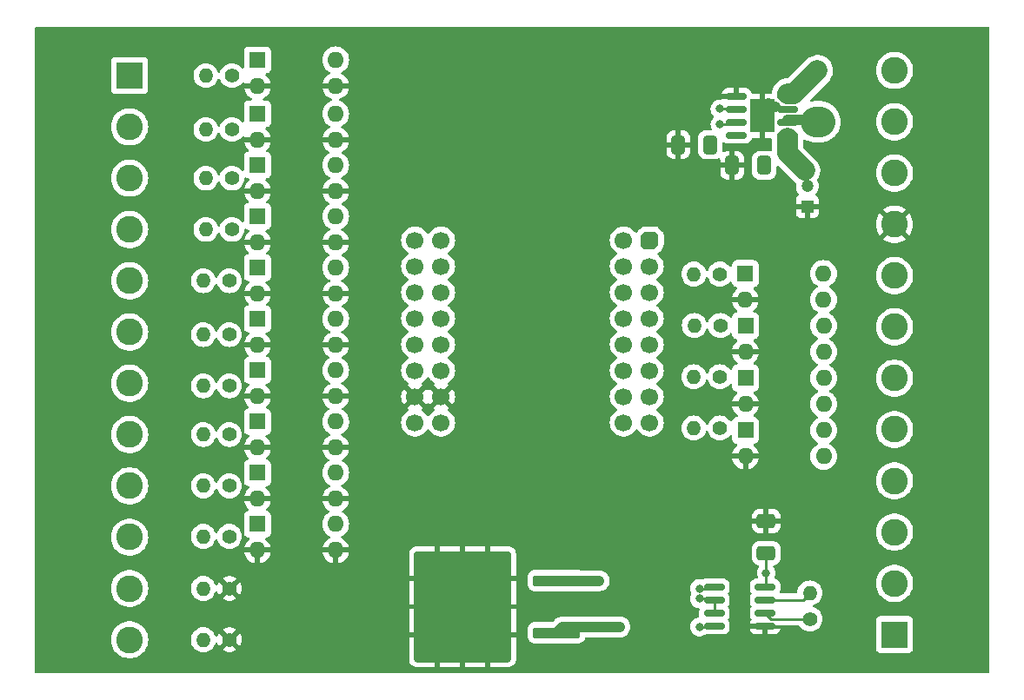
<source format=gbr>
%TF.GenerationSoftware,KiCad,Pcbnew,7.0.5*%
%TF.CreationDate,2023-06-28T09:46:49+02:00*%
%TF.ProjectId,ESP32RIO,45535033-3252-4494-9f2e-6b696361645f,rev?*%
%TF.SameCoordinates,Original*%
%TF.FileFunction,Copper,L1,Top*%
%TF.FilePolarity,Positive*%
%FSLAX46Y46*%
G04 Gerber Fmt 4.6, Leading zero omitted, Abs format (unit mm)*
G04 Created by KiCad (PCBNEW 7.0.5) date 2023-06-28 09:46:49*
%MOMM*%
%LPD*%
G01*
G04 APERTURE LIST*
G04 Aperture macros list*
%AMRoundRect*
0 Rectangle with rounded corners*
0 $1 Rounding radius*
0 $2 $3 $4 $5 $6 $7 $8 $9 X,Y pos of 4 corners*
0 Add a 4 corners polygon primitive as box body*
4,1,4,$2,$3,$4,$5,$6,$7,$8,$9,$2,$3,0*
0 Add four circle primitives for the rounded corners*
1,1,$1+$1,$2,$3*
1,1,$1+$1,$4,$5*
1,1,$1+$1,$6,$7*
1,1,$1+$1,$8,$9*
0 Add four rect primitives between the rounded corners*
20,1,$1+$1,$2,$3,$4,$5,0*
20,1,$1+$1,$4,$5,$6,$7,0*
20,1,$1+$1,$6,$7,$8,$9,0*
20,1,$1+$1,$8,$9,$2,$3,0*%
%AMFreePoly0*
4,1,19,-0.850000,0.255000,-0.829726,0.408997,-0.770285,0.552500,-0.675729,0.675729,-0.552500,0.770285,-0.408997,0.829726,-0.255000,0.850000,0.510000,0.850000,0.850000,0.510000,0.850000,-0.255000,0.829726,-0.408997,0.770285,-0.552500,0.675729,-0.675729,0.552500,-0.770285,0.408997,-0.829726,0.255000,-0.850000,-0.510000,-0.850000,-0.850000,-0.510000,-0.850000,0.255000,-0.850000,0.255000,
$1*%
G04 Aperture macros list end*
%TA.AperFunction,ComponentPad*%
%ADD10C,1.400000*%
%TD*%
%TA.AperFunction,ComponentPad*%
%ADD11O,1.400000X1.400000*%
%TD*%
%TA.AperFunction,ComponentPad*%
%ADD12R,1.200000X1.200000*%
%TD*%
%TA.AperFunction,ComponentPad*%
%ADD13C,1.200000*%
%TD*%
%TA.AperFunction,SMDPad,CuDef*%
%ADD14RoundRect,0.250000X0.412500X0.650000X-0.412500X0.650000X-0.412500X-0.650000X0.412500X-0.650000X0*%
%TD*%
%TA.AperFunction,SMDPad,CuDef*%
%ADD15RoundRect,0.250000X-0.412500X-0.650000X0.412500X-0.650000X0.412500X0.650000X-0.412500X0.650000X0*%
%TD*%
%TA.AperFunction,SMDPad,CuDef*%
%ADD16RoundRect,0.250000X0.650000X-0.412500X0.650000X0.412500X-0.650000X0.412500X-0.650000X-0.412500X0*%
%TD*%
%TA.AperFunction,ComponentPad*%
%ADD17R,1.600000X1.600000*%
%TD*%
%TA.AperFunction,ComponentPad*%
%ADD18O,1.600000X1.600000*%
%TD*%
%TA.AperFunction,SMDPad,CuDef*%
%ADD19RoundRect,0.150000X-0.825000X-0.150000X0.825000X-0.150000X0.825000X0.150000X-0.825000X0.150000X0*%
%TD*%
%TA.AperFunction,SMDPad,CuDef*%
%ADD20R,2.410000X3.300000*%
%TD*%
%TA.AperFunction,SMDPad,CuDef*%
%ADD21RoundRect,0.250000X2.050000X0.300000X-2.050000X0.300000X-2.050000X-0.300000X2.050000X-0.300000X0*%
%TD*%
%TA.AperFunction,SMDPad,CuDef*%
%ADD22RoundRect,0.250000X2.025000X2.375000X-2.025000X2.375000X-2.025000X-2.375000X2.025000X-2.375000X0*%
%TD*%
%TA.AperFunction,SMDPad,CuDef*%
%ADD23RoundRect,0.250002X4.449998X5.149998X-4.449998X5.149998X-4.449998X-5.149998X4.449998X-5.149998X0*%
%TD*%
%TA.AperFunction,ComponentPad*%
%ADD24R,2.600000X2.600000*%
%TD*%
%TA.AperFunction,ComponentPad*%
%ADD25C,2.600000*%
%TD*%
%TA.AperFunction,ComponentPad*%
%ADD26C,1.700000*%
%TD*%
%TA.AperFunction,ComponentPad*%
%ADD27FreePoly0,180.000000*%
%TD*%
%TA.AperFunction,ViaPad*%
%ADD28C,0.500000*%
%TD*%
%TA.AperFunction,ViaPad*%
%ADD29C,0.800000*%
%TD*%
%TA.AperFunction,Conductor*%
%ADD30C,1.000000*%
%TD*%
%TA.AperFunction,Conductor*%
%ADD31C,3.000000*%
%TD*%
%TA.AperFunction,Conductor*%
%ADD32C,0.250000*%
%TD*%
%TA.AperFunction,Conductor*%
%ADD33C,2.000000*%
%TD*%
G04 APERTURE END LIST*
D10*
%TO.P,R17,1*%
%TO.N,GND*%
X119220000Y-107750000D03*
D11*
%TO.P,R17,2*%
%TO.N,Net-(J2-Pin_11)*%
X116680000Y-107750000D03*
%TD*%
D12*
%TO.P,C4,1,1*%
%TO.N,GND*%
X175500000Y-70500000D03*
D13*
%TO.P,C4,2,2*%
%TO.N,Net-(J1-Pin_10)*%
X175500000Y-68500000D03*
%TD*%
D14*
%TO.P,C3,1,1*%
%TO.N,Net-(U11-3V3)*%
X166062500Y-64500000D03*
%TO.P,C3,2,2*%
%TO.N,GND*%
X162937500Y-64500000D03*
%TD*%
D15*
%TO.P,C2,1,1*%
%TO.N,GND*%
X168187500Y-66500000D03*
%TO.P,C2,2,2*%
%TO.N,Net-(J1-Pin_10)*%
X171312500Y-66500000D03*
%TD*%
D16*
%TO.P,C1,1,1*%
%TO.N,Net-(U11-3V3)*%
X171500000Y-104312500D03*
%TO.P,C1,2,2*%
%TO.N,GND*%
X171500000Y-101187500D03*
%TD*%
D17*
%TO.P,U8,1*%
%TO.N,Net-(R8-Pad1)*%
X121950000Y-91475000D03*
D18*
%TO.P,U8,2*%
%TO.N,GND*%
X121950000Y-94015000D03*
%TO.P,U8,3*%
X129570000Y-94015000D03*
%TO.P,U8,4*%
%TO.N,Net-(U11-GPIO33)*%
X129570000Y-91475000D03*
%TD*%
D19*
%TO.P,U21,1,GND*%
%TO.N,GND*%
X168625000Y-59770000D03*
%TO.P,U21,2,IN2*%
%TO.N,Net-(U11-GPIO2)*%
X168625000Y-61040000D03*
%TO.P,U21,3,IN1*%
%TO.N,Net-(U11-GPIO3)*%
X168625000Y-62310000D03*
%TO.P,U21,4,VREF*%
%TO.N,Net-(U11-3V3)*%
X168625000Y-63580000D03*
%TO.P,U21,5,VM*%
%TO.N,Net-(J1-Pin_10)*%
X173575000Y-63580000D03*
%TO.P,U21,6,OUT1*%
%TO.N,Net-(J1-Pin_11)*%
X173575000Y-62310000D03*
%TO.P,U21,7,RS*%
%TO.N,GND*%
X173575000Y-61040000D03*
%TO.P,U21,8,OUT2*%
%TO.N,Net-(J1-Pin_12)*%
X173575000Y-59770000D03*
D20*
%TO.P,U21,9,PAD*%
%TO.N,GND*%
X171100000Y-61675000D03*
%TD*%
D17*
%TO.P,U4,1*%
%TO.N,Net-(R4-Pad1)*%
X121950000Y-71475000D03*
D18*
%TO.P,U4,2*%
%TO.N,GND*%
X121950000Y-74015000D03*
%TO.P,U4,3*%
X129570000Y-74015000D03*
%TO.P,U4,4*%
%TO.N,Net-(U11-GPIO37)*%
X129570000Y-71475000D03*
%TD*%
D10*
%TO.P,R7,1*%
%TO.N,Net-(R7-Pad1)*%
X119220000Y-88000000D03*
D11*
%TO.P,R7,2*%
%TO.N,Net-(J2-Pin_7)*%
X116680000Y-88000000D03*
%TD*%
D21*
%TO.P,U15,1,IN*%
%TO.N,+24V*%
X151075000Y-112065000D03*
D22*
%TO.P,U15,2,GND*%
%TO.N,GND*%
X144350000Y-112300000D03*
X144350000Y-106750000D03*
D23*
X141925000Y-109525000D03*
D22*
X139500000Y-112300000D03*
X139500000Y-106750000D03*
D21*
%TO.P,U15,3,OUT*%
%TO.N,Net-(U11-VBUS)*%
X151075000Y-106985000D03*
%TD*%
D10*
%TO.P,R3,1*%
%TO.N,Net-(R3-Pad1)*%
X119470000Y-67750000D03*
D11*
%TO.P,R3,2*%
%TO.N,Net-(J2-Pin_3)*%
X116930000Y-67750000D03*
%TD*%
D17*
%TO.P,U1,1*%
%TO.N,Net-(R1-Pad1)*%
X121950000Y-56225000D03*
D18*
%TO.P,U1,2*%
%TO.N,GND*%
X121950000Y-58765000D03*
%TO.P,U1,3*%
X129570000Y-58765000D03*
%TO.P,U1,4*%
%TO.N,Net-(U11-GPIO40)*%
X129570000Y-56225000D03*
%TD*%
D10*
%TO.P,R11,1*%
%TO.N,Net-(R11-Pad1)*%
X167002032Y-77102460D03*
D11*
%TO.P,R11,2*%
%TO.N,Net-(U11-GPIO8)*%
X164462032Y-77102460D03*
%TD*%
D17*
%TO.P,U10,1*%
%TO.N,Net-(R10-Pad1)*%
X121950000Y-101475000D03*
D18*
%TO.P,U10,2*%
%TO.N,GND*%
X121950000Y-104015000D03*
%TO.P,U10,3*%
X129570000Y-104015000D03*
%TO.P,U10,4*%
%TO.N,Net-(U11-GPIO18)*%
X129570000Y-101475000D03*
%TD*%
D17*
%TO.P,U14,1*%
%TO.N,Net-(R13-Pad1)*%
X169482032Y-87234126D03*
D18*
%TO.P,U14,2*%
%TO.N,GND*%
X169482032Y-89774126D03*
%TO.P,U14,3*%
%TO.N,Net-(J1-Pin_4)*%
X177102032Y-89774126D03*
%TO.P,U14,4*%
%TO.N,Net-(J1-Pin_6)*%
X177102032Y-87234126D03*
%TD*%
D17*
%TO.P,U16,1*%
%TO.N,Net-(R14-Pad1)*%
X169482032Y-92327459D03*
D18*
%TO.P,U16,2*%
%TO.N,GND*%
X169482032Y-94867459D03*
%TO.P,U16,3*%
%TO.N,Net-(J1-Pin_4)*%
X177102032Y-94867459D03*
%TO.P,U16,4*%
%TO.N,Net-(J1-Pin_5)*%
X177102032Y-92327459D03*
%TD*%
D10*
%TO.P,R13,1*%
%TO.N,Net-(R13-Pad1)*%
X167002032Y-87102460D03*
D11*
%TO.P,R13,2*%
%TO.N,Net-(U11-GPIO10)*%
X164462032Y-87102460D03*
%TD*%
D10*
%TO.P,R15,1*%
%TO.N,Net-(J1-Pin_1)*%
X175750000Y-110720000D03*
D11*
%TO.P,R15,2*%
%TO.N,Net-(J1-Pin_2)*%
X175750000Y-108180000D03*
%TD*%
D10*
%TO.P,R6,1*%
%TO.N,Net-(R6-Pad1)*%
X119220000Y-83000000D03*
D11*
%TO.P,R6,2*%
%TO.N,Net-(J2-Pin_6)*%
X116680000Y-83000000D03*
%TD*%
D17*
%TO.P,U9,1*%
%TO.N,Net-(R9-Pad1)*%
X121950000Y-96475000D03*
D18*
%TO.P,U9,2*%
%TO.N,GND*%
X121950000Y-99015000D03*
%TO.P,U9,3*%
X129570000Y-99015000D03*
%TO.P,U9,4*%
%TO.N,Net-(U11-GPIO21)*%
X129570000Y-96475000D03*
%TD*%
D10*
%TO.P,R4,1*%
%TO.N,Net-(R4-Pad1)*%
X119470000Y-72750000D03*
D11*
%TO.P,R4,2*%
%TO.N,Net-(J2-Pin_4)*%
X116930000Y-72750000D03*
%TD*%
D10*
%TO.P,R12,1*%
%TO.N,Net-(R12-Pad1)*%
X167032032Y-82102460D03*
D11*
%TO.P,R12,2*%
%TO.N,Net-(U11-GPIO9)*%
X164492032Y-82102460D03*
%TD*%
D10*
%TO.P,R9,1*%
%TO.N,Net-(R9-Pad1)*%
X119220000Y-97750000D03*
D11*
%TO.P,R9,2*%
%TO.N,Net-(J2-Pin_9)*%
X116680000Y-97750000D03*
%TD*%
D10*
%TO.P,R1,1*%
%TO.N,Net-(R1-Pad1)*%
X119470000Y-57750000D03*
D11*
%TO.P,R1,2*%
%TO.N,Net-(J2-Pin_1)*%
X116930000Y-57750000D03*
%TD*%
D10*
%TO.P,R10,1*%
%TO.N,Net-(R10-Pad1)*%
X119220000Y-102669888D03*
D11*
%TO.P,R10,2*%
%TO.N,Net-(J2-Pin_10)*%
X116680000Y-102669888D03*
%TD*%
D10*
%TO.P,R8,1*%
%TO.N,Net-(R8-Pad1)*%
X119220000Y-92750000D03*
D11*
%TO.P,R8,2*%
%TO.N,Net-(J2-Pin_8)*%
X116680000Y-92750000D03*
%TD*%
D17*
%TO.P,U12,1*%
%TO.N,Net-(R11-Pad1)*%
X169462032Y-77047460D03*
D18*
%TO.P,U12,2*%
%TO.N,GND*%
X169462032Y-79587460D03*
%TO.P,U12,3*%
%TO.N,Net-(J1-Pin_4)*%
X177082032Y-79587460D03*
%TO.P,U12,4*%
%TO.N,Net-(J1-Pin_8)*%
X177082032Y-77047460D03*
%TD*%
D24*
%TO.P,J1,1,Pin_1*%
%TO.N,Net-(J1-Pin_1)*%
X184000000Y-112250000D03*
D25*
%TO.P,J1,2,Pin_2*%
%TO.N,Net-(J1-Pin_2)*%
X184000000Y-107250000D03*
%TO.P,J1,3,Pin_3*%
%TO.N,+24V*%
X184000000Y-102250000D03*
%TO.P,J1,4,Pin_4*%
%TO.N,Net-(J1-Pin_4)*%
X184000000Y-97250000D03*
%TO.P,J1,5,Pin_5*%
%TO.N,Net-(J1-Pin_5)*%
X184000000Y-92250000D03*
%TO.P,J1,6,Pin_6*%
%TO.N,Net-(J1-Pin_6)*%
X184000000Y-87250000D03*
%TO.P,J1,7,Pin_7*%
%TO.N,Net-(J1-Pin_7)*%
X184000000Y-82250000D03*
%TO.P,J1,8,Pin_8*%
%TO.N,Net-(J1-Pin_8)*%
X184000000Y-77250000D03*
%TO.P,J1,9,Pin_9*%
%TO.N,GND*%
X184000000Y-72250000D03*
%TO.P,J1,10,Pin_10*%
%TO.N,Net-(J1-Pin_10)*%
X184000000Y-67250000D03*
%TO.P,J1,11,Pin_11*%
%TO.N,Net-(J1-Pin_11)*%
X184000000Y-62250000D03*
%TO.P,J1,12,Pin_12*%
%TO.N,Net-(J1-Pin_12)*%
X184000000Y-57250000D03*
%TD*%
D10*
%TO.P,R2,1*%
%TO.N,Net-(R2-Pad1)*%
X119470000Y-63000000D03*
D11*
%TO.P,R2,2*%
%TO.N,Net-(J2-Pin_2)*%
X116930000Y-63000000D03*
%TD*%
D10*
%TO.P,R16,1*%
%TO.N,GND*%
X119220000Y-112750000D03*
D11*
%TO.P,R16,2*%
%TO.N,Net-(J2-Pin_12)*%
X116680000Y-112750000D03*
%TD*%
D17*
%TO.P,U3,1*%
%TO.N,Net-(R3-Pad1)*%
X121950000Y-66475000D03*
D18*
%TO.P,U3,2*%
%TO.N,GND*%
X121950000Y-69015000D03*
%TO.P,U3,3*%
X129570000Y-69015000D03*
%TO.P,U3,4*%
%TO.N,Net-(U11-GPIO38)*%
X129570000Y-66475000D03*
%TD*%
D17*
%TO.P,U13,1*%
%TO.N,Net-(R12-Pad1)*%
X169482032Y-82140793D03*
D18*
%TO.P,U13,2*%
%TO.N,GND*%
X169482032Y-84680793D03*
%TO.P,U13,3*%
%TO.N,Net-(J1-Pin_4)*%
X177102032Y-84680793D03*
%TO.P,U13,4*%
%TO.N,Net-(J1-Pin_7)*%
X177102032Y-82140793D03*
%TD*%
D17*
%TO.P,U7,1*%
%TO.N,Net-(R7-Pad1)*%
X121950000Y-86475000D03*
D18*
%TO.P,U7,2*%
%TO.N,GND*%
X121950000Y-89015000D03*
%TO.P,U7,3*%
X129570000Y-89015000D03*
%TO.P,U7,4*%
%TO.N,Net-(U11-GPIO34)*%
X129570000Y-86475000D03*
%TD*%
D10*
%TO.P,R5,1*%
%TO.N,Net-(R5-Pad1)*%
X119220000Y-77750000D03*
D11*
%TO.P,R5,2*%
%TO.N,Net-(J2-Pin_5)*%
X116680000Y-77750000D03*
%TD*%
D17*
%TO.P,U5,1*%
%TO.N,Net-(R5-Pad1)*%
X121950000Y-76475000D03*
D18*
%TO.P,U5,2*%
%TO.N,GND*%
X121950000Y-79015000D03*
%TO.P,U5,3*%
X129570000Y-79015000D03*
%TO.P,U5,4*%
%TO.N,Net-(U11-GPIO36)*%
X129570000Y-76475000D03*
%TD*%
D19*
%TO.P,U22,1,RO*%
%TO.N,/TX-O*%
X166455000Y-107595000D03*
%TO.P,U22,2,~{RE}*%
%TO.N,/RTS*%
X166455000Y-108865000D03*
%TO.P,U22,3,DE*%
X166455000Y-110135000D03*
%TO.P,U22,4,DI*%
%TO.N,/RX-I*%
X166455000Y-111405000D03*
%TO.P,U22,5,GND*%
%TO.N,GND*%
X171405000Y-111405000D03*
%TO.P,U22,6,A*%
%TO.N,Net-(J1-Pin_1)*%
X171405000Y-110135000D03*
%TO.P,U22,7,B*%
%TO.N,Net-(J1-Pin_2)*%
X171405000Y-108865000D03*
%TO.P,U22,8,VCC*%
%TO.N,Net-(U11-3V3)*%
X171405000Y-107595000D03*
%TD*%
D17*
%TO.P,U6,1*%
%TO.N,Net-(R6-Pad1)*%
X121950000Y-81475000D03*
D18*
%TO.P,U6,2*%
%TO.N,GND*%
X121950000Y-84015000D03*
%TO.P,U6,3*%
X129570000Y-84015000D03*
%TO.P,U6,4*%
%TO.N,Net-(U11-GPIO35)*%
X129570000Y-81475000D03*
%TD*%
D10*
%TO.P,R14,1*%
%TO.N,Net-(R14-Pad1)*%
X167002032Y-92102460D03*
D11*
%TO.P,R14,2*%
%TO.N,Net-(U11-GPIO11)*%
X164462032Y-92102460D03*
%TD*%
D17*
%TO.P,U2,1*%
%TO.N,Net-(R2-Pad1)*%
X121950000Y-61475000D03*
D18*
%TO.P,U2,2*%
%TO.N,GND*%
X121950000Y-64015000D03*
%TO.P,U2,3*%
X129570000Y-64015000D03*
%TO.P,U2,4*%
%TO.N,Net-(U11-GPIO39)*%
X129570000Y-61475000D03*
%TD*%
D24*
%TO.P,J2,1,Pin_1*%
%TO.N,Net-(J2-Pin_1)*%
X109500000Y-57750000D03*
D25*
%TO.P,J2,2,Pin_2*%
%TO.N,Net-(J2-Pin_2)*%
X109500000Y-62750000D03*
%TO.P,J2,3,Pin_3*%
%TO.N,Net-(J2-Pin_3)*%
X109500000Y-67750000D03*
%TO.P,J2,4,Pin_4*%
%TO.N,Net-(J2-Pin_4)*%
X109500000Y-72750000D03*
%TO.P,J2,5,Pin_5*%
%TO.N,Net-(J2-Pin_5)*%
X109500000Y-77750000D03*
%TO.P,J2,6,Pin_6*%
%TO.N,Net-(J2-Pin_6)*%
X109500000Y-82750000D03*
%TO.P,J2,7,Pin_7*%
%TO.N,Net-(J2-Pin_7)*%
X109500000Y-87750000D03*
%TO.P,J2,8,Pin_8*%
%TO.N,Net-(J2-Pin_8)*%
X109500000Y-92750000D03*
%TO.P,J2,9,Pin_9*%
%TO.N,Net-(J2-Pin_9)*%
X109500000Y-97750000D03*
%TO.P,J2,10,Pin_10*%
%TO.N,Net-(J2-Pin_10)*%
X109500000Y-102750000D03*
%TO.P,J2,11,Pin_11*%
%TO.N,Net-(J2-Pin_11)*%
X109500000Y-107750000D03*
%TO.P,J2,12,Pin_12*%
%TO.N,Net-(J2-Pin_12)*%
X109500000Y-112750000D03*
%TD*%
D26*
%TO.P,U11,32,GPIO40*%
%TO.N,Net-(U11-GPIO40)*%
X139842500Y-73805000D03*
%TO.P,U11,31,GPIO38*%
%TO.N,Net-(U11-GPIO38)*%
X139842500Y-76345000D03*
%TO.P,U11,30,GPIO36*%
%TO.N,Net-(U11-GPIO36)*%
X139842500Y-78885000D03*
%TO.P,U11,29,GPIO34*%
%TO.N,Net-(U11-GPIO34)*%
X139842500Y-81425000D03*
%TO.P,U11,28,GPIO21*%
%TO.N,Net-(U11-GPIO21)*%
X139842500Y-83965000D03*
%TO.P,U11,27,GPIO17*%
%TO.N,Net-(J2-Pin_12)*%
X139842500Y-86505000D03*
%TO.P,U11,26,GND*%
%TO.N,GND*%
X139842500Y-89045000D03*
%TO.P,U11,25,GPIO15*%
%TO.N,unconnected-(U11-GPIO15-Pad25)*%
X139842500Y-91585000D03*
%TO.P,U11,24,GPIO14*%
%TO.N,/TX-O*%
X157622500Y-91585000D03*
%TO.P,U11,23,GPIO13*%
%TO.N,/RTS*%
X157622500Y-89045000D03*
%TO.P,U11,22,GPIO10*%
%TO.N,Net-(U11-GPIO10)*%
X157622500Y-86505000D03*
%TO.P,U11,21,GPIO8*%
%TO.N,Net-(U11-GPIO8)*%
X157622500Y-83965000D03*
%TO.P,U11,20,GPIO6*%
%TO.N,unconnected-(U11-GPIO6-Pad20)*%
X157622500Y-81425000D03*
%TO.P,U11,19,GPIO4*%
%TO.N,unconnected-(U11-GPIO4-Pad19)*%
X157622500Y-78885000D03*
%TO.P,U11,18,GPIO2*%
%TO.N,Net-(U11-GPIO2)*%
X157622500Y-76345000D03*
%TO.P,U11,17,GPIO1*%
%TO.N,unconnected-(U11-GPIO1-Pad17)*%
X157622500Y-73805000D03*
%TO.P,U11,16,GPIO39*%
%TO.N,Net-(U11-GPIO39)*%
X137302500Y-73805000D03*
%TO.P,U11,15,GPIO37*%
%TO.N,Net-(U11-GPIO37)*%
X137302500Y-76345000D03*
%TO.P,U11,14,GPIO35*%
%TO.N,Net-(U11-GPIO35)*%
X137302500Y-78885000D03*
%TO.P,U11,13,GPIO33*%
%TO.N,Net-(U11-GPIO33)*%
X137302500Y-81425000D03*
%TO.P,U11,12,GPIO18*%
%TO.N,Net-(U11-GPIO18)*%
X137302500Y-83965000D03*
%TO.P,U11,11,GPIO16*%
%TO.N,Net-(J2-Pin_11)*%
X137302500Y-86505000D03*
%TO.P,U11,10,GND*%
%TO.N,GND*%
X137302500Y-89045000D03*
%TO.P,U11,9,VBUS*%
%TO.N,Net-(U11-VBUS)*%
X137302500Y-91585000D03*
%TO.P,U11,8,3V3*%
%TO.N,Net-(U11-3V3)*%
X160162500Y-91585000D03*
%TO.P,U11,7,GPIO12*%
%TO.N,/RX-I*%
X160162500Y-89045000D03*
%TO.P,U11,6,GPIO11*%
%TO.N,Net-(U11-GPIO11)*%
X160162500Y-86505000D03*
%TO.P,U11,5,GPIO9*%
%TO.N,Net-(U11-GPIO9)*%
X160162500Y-83965000D03*
%TO.P,U11,4,GPIO7*%
%TO.N,unconnected-(U11-GPIO7-Pad4)*%
X160162500Y-81425000D03*
%TO.P,U11,3,GPIO5*%
%TO.N,unconnected-(U11-GPIO5-Pad3)*%
X160162500Y-78885000D03*
%TO.P,U11,2,GPIO3*%
%TO.N,Net-(U11-GPIO3)*%
X160162500Y-76345000D03*
D27*
%TO.P,U11,1,EN*%
%TO.N,unconnected-(U11-EN-Pad1)*%
X160162500Y-73805000D03*
%TD*%
D28*
%TO.N,Net-(J1-Pin_11)*%
X177000000Y-62750000D03*
X176000000Y-62750000D03*
X176000000Y-61750000D03*
X177000000Y-61750000D03*
X177250000Y-62250000D03*
X176500000Y-63000000D03*
X175750000Y-62250000D03*
X176500000Y-61500000D03*
X176500000Y-62250000D03*
%TO.N,GND*%
X142000000Y-113500000D03*
X142000000Y-110500000D03*
X142000000Y-111500000D03*
X142000000Y-114500000D03*
X142000000Y-112500000D03*
X141000000Y-114500000D03*
X140000000Y-114500000D03*
X138000000Y-114500000D03*
X139000000Y-114500000D03*
X146000000Y-114500000D03*
X146000000Y-113500000D03*
X145000000Y-113500000D03*
X145000000Y-114500000D03*
X146000000Y-111500000D03*
X143000000Y-113500000D03*
X144000000Y-114500000D03*
X143000000Y-111500000D03*
X143000000Y-112500000D03*
X146000000Y-112500000D03*
X144000000Y-112500000D03*
X144000000Y-113500000D03*
X145000000Y-112500000D03*
X145000000Y-111500000D03*
X144000000Y-111500000D03*
X143000000Y-114500000D03*
X146000000Y-110750000D03*
X146000000Y-109750000D03*
X145000000Y-109750000D03*
X145000000Y-110750000D03*
X146000000Y-107750000D03*
X143000000Y-109750000D03*
X144000000Y-110750000D03*
X143000000Y-107750000D03*
X143000000Y-108750000D03*
X146000000Y-108750000D03*
X144000000Y-108750000D03*
X144000000Y-109750000D03*
X145000000Y-108750000D03*
X145000000Y-107750000D03*
X144000000Y-107750000D03*
X143000000Y-110750000D03*
X141000000Y-113500000D03*
X141000000Y-112500000D03*
X140000000Y-112500000D03*
X140000000Y-113500000D03*
X141000000Y-110500000D03*
X138000000Y-112500000D03*
X139000000Y-113500000D03*
X138000000Y-110500000D03*
X138000000Y-111500000D03*
X141000000Y-111500000D03*
X139000000Y-111500000D03*
X139000000Y-112500000D03*
X140000000Y-111500000D03*
X140000000Y-110500000D03*
X139000000Y-110500000D03*
X138000000Y-113500000D03*
X142000000Y-109750000D03*
X142000000Y-107750000D03*
X142000000Y-108750000D03*
X141000000Y-109750000D03*
X141000000Y-107750000D03*
X141000000Y-108750000D03*
X140000000Y-109750000D03*
X140000000Y-107750000D03*
X140000000Y-108750000D03*
X139000000Y-109750000D03*
X139000000Y-107750000D03*
X139000000Y-108750000D03*
X146000000Y-106750000D03*
X146000000Y-104750000D03*
X146000000Y-105750000D03*
X145000000Y-106750000D03*
X145000000Y-104750000D03*
X145000000Y-105750000D03*
X144000000Y-106750000D03*
X144000000Y-104750000D03*
X144000000Y-105750000D03*
X143000000Y-106750000D03*
X143000000Y-104750000D03*
X143000000Y-105750000D03*
X142000000Y-106750000D03*
X142000000Y-104750000D03*
X142000000Y-105750000D03*
X141000000Y-106750000D03*
X141000000Y-104750000D03*
X141000000Y-105750000D03*
X140000000Y-106750000D03*
X140000000Y-104750000D03*
X140000000Y-105750000D03*
X139000000Y-106750000D03*
X139000000Y-104750000D03*
X139000000Y-105750000D03*
X138000000Y-109750000D03*
X138000000Y-108750000D03*
X138000000Y-107750000D03*
X138000000Y-106750000D03*
X138000000Y-105750000D03*
X138000000Y-104750000D03*
X171750000Y-62750000D03*
X171000000Y-62750000D03*
X170250000Y-62750000D03*
X170250000Y-62000000D03*
X171000000Y-62000000D03*
X171750000Y-62000000D03*
X171750000Y-61250000D03*
X171000000Y-61250000D03*
X170250000Y-61250000D03*
X171750000Y-60500000D03*
X171000000Y-60500000D03*
X170250000Y-60500000D03*
%TO.N,Net-(J1-Pin_10)*%
X174750000Y-67500000D03*
X174500000Y-67000000D03*
X175250000Y-67750000D03*
X175250000Y-67000000D03*
X175750000Y-66500000D03*
X174750000Y-66500000D03*
X176000000Y-67000000D03*
X175750000Y-67500000D03*
X175250000Y-66250000D03*
%TO.N,Net-(J1-Pin_12)*%
X176000000Y-57750000D03*
X177000000Y-57750000D03*
X176000000Y-56750000D03*
X176500000Y-58000000D03*
X175750000Y-57250000D03*
X176500000Y-57250000D03*
X177250000Y-57250000D03*
X176500000Y-56500000D03*
D29*
%TO.N,Net-(U11-VBUS)*%
X155250000Y-107000000D03*
%TO.N,+24V*%
X156250000Y-111500000D03*
X157250000Y-111500000D03*
%TO.N,Net-(U11-3V3)*%
X171500000Y-106250000D03*
%TO.N,/RX-I*%
X165000000Y-111500000D03*
%TO.N,/RTS*%
X165000000Y-108750000D03*
%TO.N,/TX-O*%
X165000000Y-107750000D03*
%TO.N,Net-(U11-GPIO3)*%
X167000000Y-62500000D03*
%TO.N,Net-(U11-GPIO2)*%
X167000000Y-61000000D03*
D28*
%TO.N,Net-(J1-Pin_12)*%
X177000000Y-56750000D03*
%TD*%
D30*
%TO.N,GND*%
X171750000Y-60500000D02*
X172020000Y-60770000D01*
X172020000Y-60770000D02*
X172400837Y-60770000D01*
D31*
%TO.N,Net-(J1-Pin_11)*%
X176750000Y-62250000D02*
X176250000Y-62250000D01*
D30*
X176250000Y-62250000D02*
X176110000Y-62110000D01*
X176110000Y-62110000D02*
X173575000Y-62110000D01*
D32*
%TO.N,Net-(U11-3V3)*%
X171500000Y-106250000D02*
X171500000Y-104312500D01*
D30*
%TO.N,Net-(U11-VBUS)*%
X155250000Y-107000000D02*
X151090000Y-107000000D01*
X151090000Y-107000000D02*
X151075000Y-106985000D01*
%TO.N,+24V*%
X157250000Y-111500000D02*
X151640000Y-111500000D01*
X151640000Y-111500000D02*
X151075000Y-112065000D01*
D32*
%TO.N,Net-(J1-Pin_1)*%
X171405000Y-110135000D02*
X171990000Y-110720000D01*
X171990000Y-110720000D02*
X175750000Y-110720000D01*
%TO.N,Net-(J1-Pin_2)*%
X171405000Y-108865000D02*
X175065000Y-108865000D01*
X175065000Y-108865000D02*
X175750000Y-108180000D01*
%TO.N,Net-(U11-3V3)*%
X171500000Y-106250000D02*
X171500000Y-107500000D01*
X171500000Y-107500000D02*
X171405000Y-107595000D01*
%TO.N,/RTS*%
X166455000Y-108865000D02*
X166455000Y-110135000D01*
%TO.N,/RX-I*%
X165000000Y-111500000D02*
X166360000Y-111500000D01*
X166360000Y-111500000D02*
X166455000Y-111405000D01*
%TO.N,/RTS*%
X166340000Y-108750000D02*
X166455000Y-108865000D01*
X165000000Y-108750000D02*
X166340000Y-108750000D01*
%TO.N,/TX-O*%
X165000000Y-107750000D02*
X166300000Y-107750000D01*
X166300000Y-107750000D02*
X166455000Y-107595000D01*
%TO.N,Net-(U11-GPIO3)*%
X167000000Y-62500000D02*
X168435000Y-62500000D01*
X168435000Y-62500000D02*
X168625000Y-62310000D01*
%TO.N,Net-(U11-GPIO2)*%
X168585000Y-61000000D02*
X168625000Y-61040000D01*
X167000000Y-61000000D02*
X168585000Y-61000000D01*
D33*
%TO.N,Net-(J1-Pin_12)*%
X176500000Y-57250000D02*
X174210000Y-59540000D01*
X174210000Y-59540000D02*
X173575000Y-59540000D01*
%TO.N,Net-(J1-Pin_10)*%
X175250000Y-67000000D02*
X173575000Y-65325000D01*
X173575000Y-65325000D02*
X173575000Y-63810000D01*
%TD*%
%TA.AperFunction,Conductor*%
%TO.N,GND*%
G36*
X139383007Y-89254844D02*
G01*
X139460739Y-89375798D01*
X139569400Y-89469952D01*
X139700185Y-89529680D01*
X139709966Y-89531086D01*
X139081125Y-90159925D01*
X139152301Y-90209763D01*
X139195926Y-90264340D01*
X139203120Y-90333838D01*
X139171597Y-90396193D01*
X139140197Y-90420392D01*
X139096927Y-90443809D01*
X139096922Y-90443812D01*
X138919261Y-90582092D01*
X138919256Y-90582097D01*
X138766784Y-90747723D01*
X138766776Y-90747734D01*
X138676308Y-90886206D01*
X138623162Y-90931562D01*
X138553931Y-90940986D01*
X138490595Y-90911484D01*
X138468692Y-90886206D01*
X138399512Y-90780319D01*
X138378222Y-90747732D01*
X138378219Y-90747729D01*
X138378215Y-90747723D01*
X138225743Y-90582097D01*
X138225738Y-90582092D01*
X138048077Y-90443812D01*
X138048077Y-90443811D01*
X138004803Y-90420393D01*
X137955213Y-90371173D01*
X137940105Y-90302957D01*
X137964275Y-90237401D01*
X137992698Y-90209763D01*
X138063873Y-90159925D01*
X137435033Y-89531086D01*
X137444815Y-89529680D01*
X137575600Y-89469952D01*
X137684261Y-89375798D01*
X137761993Y-89254844D01*
X137785576Y-89174524D01*
X138417425Y-89806373D01*
X138470925Y-89729968D01*
X138525502Y-89686344D01*
X138595001Y-89679151D01*
X138657355Y-89710673D01*
X138674076Y-89729969D01*
X138727573Y-89806372D01*
X139359422Y-89174523D01*
X139383007Y-89254844D01*
G37*
%TD.AperFunction*%
%TA.AperFunction,Conductor*%
G36*
X138654405Y-87178515D02*
G01*
X138676304Y-87203787D01*
X138766778Y-87342268D01*
X138766783Y-87342273D01*
X138766784Y-87342276D01*
X138894673Y-87481198D01*
X138919260Y-87507906D01*
X139096924Y-87646189D01*
X139123962Y-87660821D01*
X139140195Y-87669606D01*
X139189786Y-87718825D01*
X139204894Y-87787042D01*
X139180724Y-87852597D01*
X139152301Y-87880236D01*
X139081126Y-87930072D01*
X139081125Y-87930073D01*
X139709966Y-88558913D01*
X139700185Y-88560320D01*
X139569400Y-88620048D01*
X139460739Y-88714202D01*
X139383007Y-88835156D01*
X139359423Y-88915474D01*
X138727573Y-88283625D01*
X138727572Y-88283626D01*
X138674074Y-88360030D01*
X138619498Y-88403655D01*
X138549999Y-88410849D01*
X138487644Y-88379326D01*
X138470924Y-88360030D01*
X138417425Y-88283626D01*
X138417425Y-88283625D01*
X137785576Y-88915475D01*
X137761993Y-88835156D01*
X137684261Y-88714202D01*
X137575600Y-88620048D01*
X137444815Y-88560320D01*
X137435033Y-88558913D01*
X138063873Y-87930073D01*
X138063873Y-87930072D01*
X137992699Y-87880236D01*
X137949074Y-87825659D01*
X137941880Y-87756161D01*
X137973403Y-87693806D01*
X138004805Y-87669606D01*
X138021038Y-87660821D01*
X138048076Y-87646189D01*
X138225740Y-87507906D01*
X138331113Y-87393442D01*
X138378215Y-87342276D01*
X138378215Y-87342275D01*
X138378222Y-87342268D01*
X138468693Y-87203790D01*
X138521838Y-87158437D01*
X138591069Y-87149013D01*
X138654405Y-87178515D01*
G37*
%TD.AperFunction*%
%TA.AperFunction,Conductor*%
G36*
X193193039Y-53019685D02*
G01*
X193238794Y-53072489D01*
X193250000Y-53124000D01*
X193250000Y-115876000D01*
X193230315Y-115943039D01*
X193177511Y-115988794D01*
X193126000Y-116000000D01*
X100374000Y-116000000D01*
X100306961Y-115980315D01*
X100261206Y-115927511D01*
X100250000Y-115876000D01*
X100250000Y-112750004D01*
X107686429Y-112750004D01*
X107706683Y-113020289D01*
X107706684Y-113020294D01*
X107766997Y-113284545D01*
X107766999Y-113284554D01*
X107767001Y-113284559D01*
X107866029Y-113536879D01*
X108001557Y-113771621D01*
X108170558Y-113983542D01*
X108369257Y-114167907D01*
X108593215Y-114320599D01*
X108837428Y-114438206D01*
X109096442Y-114518101D01*
X109096443Y-114518101D01*
X109096446Y-114518102D01*
X109364464Y-114558499D01*
X109364469Y-114558499D01*
X109364472Y-114558500D01*
X109364473Y-114558500D01*
X109635527Y-114558500D01*
X109635528Y-114558500D01*
X109635535Y-114558499D01*
X109903553Y-114518102D01*
X109903554Y-114518101D01*
X109903558Y-114518101D01*
X110162572Y-114438206D01*
X110406786Y-114320599D01*
X110630743Y-114167907D01*
X110829442Y-113983542D01*
X110998443Y-113771621D01*
X111133971Y-113536879D01*
X111232999Y-113284559D01*
X111293315Y-113020299D01*
X111297532Y-112964028D01*
X111313571Y-112750004D01*
X111313571Y-112750001D01*
X115466884Y-112750001D01*
X115485313Y-112960649D01*
X115485315Y-112960660D01*
X115540041Y-113164902D01*
X115540043Y-113164906D01*
X115540044Y-113164910D01*
X115595831Y-113284545D01*
X115629410Y-113356556D01*
X115629411Y-113356558D01*
X115750700Y-113529778D01*
X115900221Y-113679299D01*
X115900224Y-113679301D01*
X116073442Y-113800589D01*
X116265090Y-113889956D01*
X116469345Y-113944686D01*
X116619812Y-113957850D01*
X116679998Y-113963116D01*
X116680000Y-113963116D01*
X116680002Y-113963116D01*
X116732663Y-113958508D01*
X116890655Y-113944686D01*
X117094910Y-113889956D01*
X117286558Y-113800589D01*
X117348981Y-113756880D01*
X118566672Y-113756880D01*
X118682821Y-113828797D01*
X118682822Y-113828798D01*
X118890195Y-113909134D01*
X119108807Y-113950000D01*
X119331193Y-113950000D01*
X119549809Y-113909133D01*
X119757168Y-113828801D01*
X119757181Y-113828795D01*
X119873326Y-113756879D01*
X119220001Y-113103553D01*
X119220000Y-113103553D01*
X118566672Y-113756879D01*
X118566672Y-113756880D01*
X117348981Y-113756880D01*
X117459776Y-113679301D01*
X117609301Y-113529776D01*
X117730589Y-113356558D01*
X117819956Y-113164910D01*
X117834944Y-113108973D01*
X117871309Y-113049314D01*
X117934155Y-113018784D01*
X118003531Y-113027078D01*
X118057409Y-113071563D01*
X118073986Y-113107134D01*
X118096239Y-113185349D01*
X118195369Y-113384428D01*
X118211137Y-113405308D01*
X118211138Y-113405308D01*
X118837145Y-112779302D01*
X118866372Y-112779302D01*
X118895047Y-112892538D01*
X118958936Y-112990327D01*
X119051115Y-113062072D01*
X119161595Y-113100000D01*
X119249005Y-113100000D01*
X119335216Y-113085614D01*
X119437947Y-113030019D01*
X119517060Y-112944079D01*
X119563982Y-112837108D01*
X119571200Y-112750000D01*
X119573553Y-112750000D01*
X120228861Y-113405308D01*
X120244631Y-113384425D01*
X120244633Y-113384422D01*
X120343759Y-113185350D01*
X120404621Y-112971439D01*
X120425141Y-112750000D01*
X120425141Y-112749999D01*
X120406608Y-112550000D01*
X136725001Y-112550000D01*
X136725001Y-114724986D01*
X136735494Y-114827697D01*
X136790641Y-114994119D01*
X136790643Y-114994124D01*
X136882684Y-115143345D01*
X137006654Y-115267315D01*
X137155875Y-115359356D01*
X137155880Y-115359358D01*
X137322302Y-115414505D01*
X137322310Y-115414506D01*
X137406954Y-115423154D01*
X137414263Y-115424999D01*
X137421855Y-115424999D01*
X137428166Y-115425320D01*
X137438464Y-115426372D01*
X137446420Y-115424999D01*
X139249999Y-115424999D01*
X139250000Y-115424998D01*
X139250000Y-112550000D01*
X139750000Y-112550000D01*
X139750000Y-115424999D01*
X141675000Y-115424999D01*
X141675000Y-112550000D01*
X142175000Y-112550000D01*
X142175000Y-115424999D01*
X144099999Y-115424999D01*
X144100000Y-115424998D01*
X144100000Y-112550000D01*
X144600000Y-112550000D01*
X144600000Y-115424999D01*
X146424972Y-115424999D01*
X146424986Y-115424998D01*
X146527697Y-115414505D01*
X146694119Y-115359358D01*
X146694124Y-115359356D01*
X146843345Y-115267315D01*
X146967315Y-115143345D01*
X147059356Y-114994124D01*
X147059358Y-114994119D01*
X147114505Y-114827697D01*
X147114506Y-114827690D01*
X147124999Y-114724986D01*
X147125000Y-114724973D01*
X147125000Y-113598654D01*
X182191500Y-113598654D01*
X182198011Y-113659202D01*
X182198011Y-113659204D01*
X182239942Y-113771621D01*
X182249111Y-113796204D01*
X182336739Y-113913261D01*
X182453796Y-114000889D01*
X182590799Y-114051989D01*
X182618050Y-114054918D01*
X182651345Y-114058499D01*
X182651362Y-114058500D01*
X185348638Y-114058500D01*
X185348654Y-114058499D01*
X185375692Y-114055591D01*
X185409201Y-114051989D01*
X185546204Y-114000889D01*
X185663261Y-113913261D01*
X185750889Y-113796204D01*
X185801989Y-113659201D01*
X185805591Y-113625692D01*
X185808499Y-113598654D01*
X185808500Y-113598637D01*
X185808500Y-110901362D01*
X185808499Y-110901345D01*
X185805157Y-110870270D01*
X185801989Y-110840799D01*
X185794654Y-110821134D01*
X185775582Y-110770000D01*
X185750889Y-110703796D01*
X185663261Y-110586739D01*
X185546204Y-110499111D01*
X185546203Y-110499110D01*
X185409203Y-110448011D01*
X185348654Y-110441500D01*
X185348638Y-110441500D01*
X182651362Y-110441500D01*
X182651345Y-110441500D01*
X182590797Y-110448011D01*
X182590795Y-110448011D01*
X182453795Y-110499111D01*
X182336739Y-110586739D01*
X182249111Y-110703795D01*
X182198011Y-110840795D01*
X182198011Y-110840797D01*
X182191500Y-110901345D01*
X182191500Y-113598654D01*
X147125000Y-113598654D01*
X147125000Y-112550000D01*
X144600000Y-112550000D01*
X144100000Y-112550000D01*
X142175000Y-112550000D01*
X141675000Y-112550000D01*
X139750000Y-112550000D01*
X139250000Y-112550000D01*
X136725001Y-112550000D01*
X120406608Y-112550000D01*
X120404621Y-112528560D01*
X120372464Y-112415537D01*
X148266500Y-112415537D01*
X148266501Y-112415553D01*
X148277113Y-112519427D01*
X148282622Y-112536051D01*
X148332885Y-112687738D01*
X148425970Y-112838652D01*
X148551348Y-112964030D01*
X148702262Y-113057115D01*
X148870574Y-113112887D01*
X148974455Y-113123500D01*
X153175544Y-113123499D01*
X153279426Y-113112887D01*
X153447738Y-113057115D01*
X153598652Y-112964030D01*
X153724030Y-112838652D01*
X153817115Y-112687738D01*
X153848343Y-112593495D01*
X153888115Y-112536051D01*
X153952631Y-112509228D01*
X153966049Y-112508500D01*
X157299544Y-112508500D01*
X157299547Y-112508500D01*
X157447701Y-112493908D01*
X157637804Y-112436241D01*
X157813004Y-112342595D01*
X157966568Y-112216568D01*
X158092595Y-112063004D01*
X158186241Y-111887804D01*
X158243908Y-111697701D01*
X158263380Y-111500000D01*
X164086496Y-111500000D01*
X164106458Y-111689928D01*
X164106459Y-111689931D01*
X164165470Y-111871549D01*
X164165473Y-111871556D01*
X164260960Y-112036944D01*
X164388747Y-112178866D01*
X164543248Y-112291118D01*
X164717712Y-112368794D01*
X164904513Y-112408500D01*
X165095487Y-112408500D01*
X165282288Y-112368794D01*
X165456752Y-112291118D01*
X165530989Y-112237181D01*
X165596795Y-112213702D01*
X165603874Y-112213500D01*
X167346496Y-112213500D01*
X167346502Y-112213500D01*
X167383831Y-112210562D01*
X167383833Y-112210561D01*
X167383835Y-112210561D01*
X167492930Y-112178866D01*
X167543601Y-112164145D01*
X167686807Y-112079453D01*
X167804453Y-111961807D01*
X167889145Y-111818601D01*
X167935562Y-111658831D01*
X167935863Y-111655001D01*
X169932704Y-111655001D01*
X169932899Y-111657486D01*
X169978718Y-111815198D01*
X170062314Y-111956552D01*
X170062321Y-111956561D01*
X170178438Y-112072678D01*
X170178447Y-112072685D01*
X170319803Y-112156282D01*
X170319806Y-112156283D01*
X170477504Y-112202099D01*
X170477510Y-112202100D01*
X170514350Y-112204999D01*
X170514366Y-112205000D01*
X171155000Y-112205000D01*
X171155000Y-111655000D01*
X171655000Y-111655000D01*
X171655000Y-112205000D01*
X172295634Y-112205000D01*
X172295649Y-112204999D01*
X172332489Y-112202100D01*
X172332495Y-112202099D01*
X172490193Y-112156283D01*
X172490196Y-112156282D01*
X172631552Y-112072685D01*
X172631561Y-112072678D01*
X172747678Y-111956561D01*
X172747685Y-111956552D01*
X172831281Y-111815198D01*
X172877100Y-111657486D01*
X172877295Y-111655001D01*
X172877295Y-111655000D01*
X171655000Y-111655000D01*
X171155000Y-111655000D01*
X169932705Y-111655000D01*
X169932704Y-111655001D01*
X167935863Y-111655001D01*
X167938500Y-111621502D01*
X167938500Y-111188498D01*
X167935562Y-111151169D01*
X167930838Y-111134910D01*
X167901385Y-111033530D01*
X167889145Y-110991399D01*
X167831629Y-110894145D01*
X167804456Y-110848197D01*
X167802755Y-110846005D01*
X167801956Y-110843970D01*
X167800482Y-110841478D01*
X167800883Y-110841240D01*
X167777217Y-110780970D01*
X167790894Y-110712452D01*
X167802755Y-110693995D01*
X167804449Y-110691810D01*
X167804453Y-110691807D01*
X167889145Y-110548601D01*
X167935562Y-110388831D01*
X167938500Y-110351507D01*
X169921500Y-110351507D01*
X169924437Y-110388829D01*
X169924438Y-110388835D01*
X169970853Y-110548596D01*
X169970855Y-110548601D01*
X170055544Y-110691803D01*
X170060330Y-110697973D01*
X170058416Y-110699457D01*
X170086151Y-110750250D01*
X170081167Y-110819942D01*
X170066252Y-110846708D01*
X170066288Y-110846729D01*
X170065482Y-110848091D01*
X170062969Y-110852602D01*
X170062319Y-110853439D01*
X169978718Y-110994801D01*
X169932899Y-111152513D01*
X169932704Y-111154998D01*
X169932705Y-111155000D01*
X171477732Y-111155000D01*
X171544771Y-111174685D01*
X171565413Y-111191319D01*
X171570224Y-111196130D01*
X171575813Y-111200466D01*
X171580245Y-111204252D01*
X171612159Y-111234220D01*
X171614680Y-111236587D01*
X171632562Y-111246417D01*
X171648829Y-111257102D01*
X171664960Y-111269615D01*
X171686838Y-111279081D01*
X171708307Y-111288371D01*
X171713533Y-111290931D01*
X171754940Y-111313695D01*
X171774716Y-111318772D01*
X171793124Y-111325075D01*
X171811850Y-111333179D01*
X171811852Y-111333180D01*
X171811853Y-111333180D01*
X171811855Y-111333181D01*
X171852784Y-111339663D01*
X171858503Y-111340569D01*
X171864212Y-111341751D01*
X171909970Y-111353500D01*
X171930384Y-111353500D01*
X171949783Y-111355027D01*
X171969943Y-111358220D01*
X172016965Y-111353775D01*
X172022804Y-111353500D01*
X174653726Y-111353500D01*
X174720765Y-111373185D01*
X174755299Y-111406376D01*
X174780429Y-111442264D01*
X174820700Y-111499778D01*
X174970221Y-111649299D01*
X174970224Y-111649301D01*
X175143442Y-111770589D01*
X175335090Y-111859956D01*
X175539345Y-111914686D01*
X175689812Y-111927850D01*
X175749998Y-111933116D01*
X175750000Y-111933116D01*
X175750002Y-111933116D01*
X175802663Y-111928508D01*
X175960655Y-111914686D01*
X176164910Y-111859956D01*
X176356558Y-111770589D01*
X176529776Y-111649301D01*
X176679301Y-111499776D01*
X176800589Y-111326558D01*
X176889956Y-111134910D01*
X176944686Y-110930655D01*
X176963116Y-110720000D01*
X176962143Y-110708883D01*
X176952045Y-110593457D01*
X176944686Y-110509345D01*
X176889956Y-110305090D01*
X176800589Y-110113442D01*
X176679301Y-109940224D01*
X176679299Y-109940221D01*
X176529778Y-109790700D01*
X176356558Y-109669411D01*
X176356556Y-109669410D01*
X176321673Y-109653144D01*
X176164910Y-109580044D01*
X176164906Y-109580043D01*
X176164902Y-109580041D01*
X176126586Y-109569775D01*
X176066925Y-109533410D01*
X176036396Y-109470564D01*
X176044690Y-109401188D01*
X176089175Y-109347310D01*
X176126586Y-109330225D01*
X176162499Y-109320602D01*
X176164910Y-109319956D01*
X176356558Y-109230589D01*
X176529776Y-109109301D01*
X176679301Y-108959776D01*
X176800589Y-108786558D01*
X176889956Y-108594910D01*
X176944686Y-108390655D01*
X176963116Y-108180000D01*
X176960841Y-108154002D01*
X176953629Y-108071563D01*
X176944686Y-107969345D01*
X176889956Y-107765090D01*
X176800589Y-107573442D01*
X176679301Y-107400224D01*
X176679299Y-107400221D01*
X176529778Y-107250700D01*
X176528784Y-107250004D01*
X182186429Y-107250004D01*
X182206683Y-107520289D01*
X182206684Y-107520294D01*
X182266997Y-107784545D01*
X182266999Y-107784554D01*
X182267001Y-107784559D01*
X182366029Y-108036879D01*
X182501557Y-108271621D01*
X182670558Y-108483542D01*
X182869257Y-108667907D01*
X183093215Y-108820599D01*
X183337428Y-108938206D01*
X183596442Y-109018101D01*
X183596443Y-109018101D01*
X183596446Y-109018102D01*
X183864464Y-109058499D01*
X183864469Y-109058499D01*
X183864472Y-109058500D01*
X183864473Y-109058500D01*
X184135527Y-109058500D01*
X184135528Y-109058500D01*
X184135535Y-109058499D01*
X184403553Y-109018102D01*
X184403554Y-109018101D01*
X184403558Y-109018101D01*
X184662572Y-108938206D01*
X184855548Y-108845273D01*
X184906778Y-108820603D01*
X184906778Y-108820602D01*
X184906786Y-108820599D01*
X185130743Y-108667907D01*
X185329442Y-108483542D01*
X185498443Y-108271621D01*
X185633971Y-108036879D01*
X185732999Y-107784559D01*
X185793315Y-107520299D01*
X185793316Y-107520289D01*
X185813571Y-107250004D01*
X185813571Y-107249995D01*
X185793316Y-106979710D01*
X185793315Y-106979705D01*
X185793315Y-106979701D01*
X185732999Y-106715441D01*
X185633971Y-106463121D01*
X185498443Y-106228379D01*
X185329442Y-106016458D01*
X185130743Y-105832093D01*
X184906786Y-105679401D01*
X184906780Y-105679398D01*
X184906779Y-105679397D01*
X184906778Y-105679396D01*
X184662574Y-105561795D01*
X184662576Y-105561795D01*
X184403559Y-105481899D01*
X184403553Y-105481897D01*
X184135535Y-105441500D01*
X184135528Y-105441500D01*
X183864472Y-105441500D01*
X183864464Y-105441500D01*
X183596446Y-105481897D01*
X183596440Y-105481899D01*
X183337427Y-105561794D01*
X183093219Y-105679398D01*
X182869256Y-105832093D01*
X182670560Y-106016456D01*
X182670558Y-106016458D01*
X182501557Y-106228379D01*
X182366029Y-106463120D01*
X182267003Y-106715435D01*
X182266997Y-106715454D01*
X182206684Y-106979705D01*
X182206683Y-106979710D01*
X182186429Y-107249995D01*
X182186429Y-107250004D01*
X176528784Y-107250004D01*
X176356558Y-107129411D01*
X176356556Y-107129410D01*
X176326880Y-107115572D01*
X176164910Y-107040044D01*
X176164906Y-107040043D01*
X176164902Y-107040041D01*
X175960660Y-106985315D01*
X175960656Y-106985314D01*
X175960655Y-106985314D01*
X175960654Y-106985313D01*
X175960649Y-106985313D01*
X175750002Y-106966884D01*
X175749998Y-106966884D01*
X175539350Y-106985313D01*
X175539339Y-106985315D01*
X175335097Y-107040041D01*
X175335088Y-107040045D01*
X175143443Y-107129410D01*
X175143441Y-107129411D01*
X174970221Y-107250700D01*
X174820700Y-107400221D01*
X174699411Y-107573441D01*
X174699410Y-107573443D01*
X174610045Y-107765088D01*
X174610041Y-107765097D01*
X174555315Y-107969339D01*
X174555313Y-107969349D01*
X174542281Y-108118308D01*
X174516828Y-108183376D01*
X174460237Y-108224355D01*
X174418753Y-108231500D01*
X172924718Y-108231500D01*
X172857679Y-108211815D01*
X172811924Y-108159011D01*
X172801980Y-108089853D01*
X172817986Y-108044379D01*
X172832230Y-108020294D01*
X172839145Y-108008601D01*
X172885562Y-107848831D01*
X172888500Y-107811502D01*
X172888500Y-107378498D01*
X172885562Y-107341169D01*
X172883930Y-107335553D01*
X172843881Y-107197701D01*
X172839145Y-107181399D01*
X172754453Y-107038193D01*
X172754451Y-107038191D01*
X172754448Y-107038187D01*
X172636812Y-106920551D01*
X172636803Y-106920544D01*
X172503146Y-106841500D01*
X172493601Y-106835855D01*
X172403284Y-106809615D01*
X172344401Y-106772010D01*
X172315194Y-106708538D01*
X172324940Y-106639351D01*
X172330496Y-106628537D01*
X172334527Y-106621556D01*
X172393542Y-106439928D01*
X172413504Y-106250000D01*
X172393542Y-106060072D01*
X172334527Y-105878444D01*
X172239040Y-105713056D01*
X172209944Y-105680741D01*
X172179715Y-105617751D01*
X172188340Y-105548416D01*
X172233081Y-105494750D01*
X172289495Y-105474412D01*
X172304426Y-105472887D01*
X172472738Y-105417115D01*
X172623652Y-105324030D01*
X172749030Y-105198652D01*
X172842115Y-105047738D01*
X172897887Y-104879426D01*
X172908500Y-104775545D01*
X172908499Y-103849456D01*
X172897887Y-103745574D01*
X172842115Y-103577262D01*
X172749030Y-103426348D01*
X172623652Y-103300970D01*
X172472738Y-103207885D01*
X172377054Y-103176179D01*
X172304427Y-103152113D01*
X172200545Y-103141500D01*
X170799462Y-103141500D01*
X170799446Y-103141501D01*
X170695572Y-103152113D01*
X170527264Y-103207884D01*
X170527259Y-103207886D01*
X170376346Y-103300971D01*
X170250971Y-103426346D01*
X170157886Y-103577259D01*
X170157884Y-103577264D01*
X170102113Y-103745572D01*
X170091500Y-103849447D01*
X170091500Y-104775537D01*
X170091501Y-104775553D01*
X170099497Y-104853820D01*
X170102113Y-104879426D01*
X170157885Y-105047738D01*
X170250970Y-105198652D01*
X170376348Y-105324030D01*
X170527262Y-105417115D01*
X170695574Y-105472887D01*
X170695573Y-105472887D01*
X170700293Y-105473369D01*
X170710503Y-105474412D01*
X170775195Y-105500806D01*
X170815348Y-105557985D01*
X170818214Y-105627796D01*
X170790055Y-105680741D01*
X170760963Y-105713050D01*
X170760958Y-105713057D01*
X170665473Y-105878443D01*
X170665470Y-105878450D01*
X170620629Y-106016458D01*
X170606458Y-106060072D01*
X170586496Y-106250000D01*
X170606458Y-106439928D01*
X170606459Y-106439931D01*
X170666326Y-106624182D01*
X170668321Y-106694023D01*
X170632241Y-106753856D01*
X170569540Y-106784684D01*
X170548395Y-106786500D01*
X170513492Y-106786500D01*
X170476170Y-106789437D01*
X170476164Y-106789438D01*
X170316403Y-106835853D01*
X170316398Y-106835855D01*
X170173196Y-106920544D01*
X170173187Y-106920551D01*
X170055551Y-107038187D01*
X170055544Y-107038196D01*
X169970855Y-107181398D01*
X169970853Y-107181403D01*
X169924438Y-107341164D01*
X169924437Y-107341170D01*
X169921500Y-107378492D01*
X169921500Y-107811507D01*
X169924437Y-107848829D01*
X169924438Y-107848835D01*
X169970853Y-108008596D01*
X169970855Y-108008601D01*
X170055547Y-108151808D01*
X170057249Y-108154002D01*
X170058047Y-108156034D01*
X170059518Y-108158522D01*
X170059116Y-108158759D01*
X170082783Y-108219039D01*
X170069101Y-108287556D01*
X170057249Y-108305998D01*
X170055547Y-108308191D01*
X169970855Y-108451398D01*
X169970853Y-108451403D01*
X169924438Y-108611164D01*
X169924437Y-108611170D01*
X169921500Y-108648492D01*
X169921500Y-109081507D01*
X169924437Y-109118829D01*
X169924438Y-109118835D01*
X169970853Y-109278596D01*
X169970855Y-109278601D01*
X170055547Y-109421808D01*
X170057249Y-109424002D01*
X170058047Y-109426034D01*
X170059518Y-109428522D01*
X170059116Y-109428759D01*
X170082783Y-109489039D01*
X170069101Y-109557556D01*
X170057249Y-109575998D01*
X170055549Y-109578190D01*
X170055547Y-109578192D01*
X170055547Y-109578193D01*
X170054452Y-109580045D01*
X169970855Y-109721398D01*
X169970853Y-109721403D01*
X169924438Y-109881164D01*
X169924437Y-109881170D01*
X169921500Y-109918492D01*
X169921500Y-110351507D01*
X167938500Y-110351507D01*
X167938500Y-110351502D01*
X167938500Y-109918498D01*
X167935562Y-109881169D01*
X167935561Y-109881167D01*
X167935561Y-109881164D01*
X167898053Y-109752060D01*
X167889145Y-109721399D01*
X167848779Y-109653144D01*
X167804456Y-109578197D01*
X167802755Y-109576005D01*
X167801956Y-109573970D01*
X167800482Y-109571478D01*
X167800883Y-109571240D01*
X167777217Y-109510970D01*
X167790894Y-109442452D01*
X167802755Y-109423995D01*
X167804449Y-109421810D01*
X167804453Y-109421807D01*
X167889145Y-109278601D01*
X167934770Y-109121556D01*
X167935561Y-109118835D01*
X167935562Y-109118829D01*
X167936312Y-109109299D01*
X167938500Y-109081502D01*
X167938500Y-108648498D01*
X167935562Y-108611169D01*
X167930838Y-108594910D01*
X167889146Y-108451403D01*
X167889145Y-108451399D01*
X167846003Y-108378450D01*
X167804456Y-108308197D01*
X167802755Y-108306005D01*
X167801956Y-108303970D01*
X167800482Y-108301478D01*
X167800883Y-108301240D01*
X167777217Y-108240970D01*
X167790894Y-108172452D01*
X167802755Y-108153995D01*
X167804449Y-108151810D01*
X167804453Y-108151807D01*
X167889145Y-108008601D01*
X167935562Y-107848831D01*
X167938500Y-107811502D01*
X167938500Y-107378498D01*
X167935562Y-107341169D01*
X167933930Y-107335553D01*
X167893881Y-107197701D01*
X167889145Y-107181399D01*
X167804453Y-107038193D01*
X167804451Y-107038191D01*
X167804448Y-107038187D01*
X167686812Y-106920551D01*
X167686803Y-106920544D01*
X167543601Y-106835855D01*
X167543596Y-106835853D01*
X167383835Y-106789438D01*
X167383829Y-106789437D01*
X167346507Y-106786500D01*
X167346502Y-106786500D01*
X165563498Y-106786500D01*
X165563492Y-106786500D01*
X165526170Y-106789437D01*
X165526164Y-106789438D01*
X165366403Y-106835853D01*
X165366400Y-106835854D01*
X165329363Y-106857758D01*
X165261639Y-106874939D01*
X165240462Y-106872315D01*
X165095487Y-106841500D01*
X164904513Y-106841500D01*
X164717714Y-106881205D01*
X164543246Y-106958883D01*
X164388745Y-107071135D01*
X164260959Y-107213057D01*
X164165473Y-107378443D01*
X164165470Y-107378450D01*
X164106459Y-107560068D01*
X164106458Y-107560072D01*
X164090010Y-107716568D01*
X164086497Y-107749995D01*
X164086496Y-107750000D01*
X164106458Y-107939928D01*
X164106459Y-107939931D01*
X164165470Y-108121549D01*
X164165473Y-108121556D01*
X164202304Y-108185350D01*
X164203834Y-108187999D01*
X164220307Y-108255899D01*
X164203835Y-108311997D01*
X164165474Y-108378441D01*
X164165470Y-108378450D01*
X164116301Y-108529778D01*
X164106458Y-108560072D01*
X164086496Y-108750000D01*
X164106458Y-108939928D01*
X164106459Y-108939931D01*
X164165470Y-109121549D01*
X164165473Y-109121556D01*
X164260960Y-109286944D01*
X164339963Y-109374686D01*
X164388650Y-109428759D01*
X164388747Y-109428866D01*
X164543248Y-109541118D01*
X164717712Y-109618794D01*
X164900776Y-109657705D01*
X164962257Y-109690897D01*
X164996033Y-109752060D01*
X164994071Y-109813588D01*
X164974438Y-109881167D01*
X164974437Y-109881170D01*
X164971500Y-109918492D01*
X164971500Y-110351507D01*
X164974437Y-110388829D01*
X164974438Y-110388835D01*
X164988598Y-110437572D01*
X164988399Y-110507442D01*
X164950457Y-110566112D01*
X164895303Y-110593457D01*
X164717714Y-110631205D01*
X164717711Y-110631206D01*
X164717712Y-110631206D01*
X164554672Y-110703796D01*
X164543246Y-110708883D01*
X164388745Y-110821135D01*
X164260959Y-110963057D01*
X164165473Y-111128443D01*
X164165470Y-111128450D01*
X164108983Y-111302300D01*
X164106458Y-111310072D01*
X164086496Y-111500000D01*
X158263380Y-111500000D01*
X158243908Y-111302299D01*
X158186241Y-111112196D01*
X158186239Y-111112193D01*
X158186239Y-111112191D01*
X158092598Y-110937001D01*
X158092594Y-110936994D01*
X157966568Y-110783431D01*
X157813005Y-110657405D01*
X157812998Y-110657401D01*
X157637808Y-110563760D01*
X157458441Y-110509350D01*
X157447701Y-110506092D01*
X157447699Y-110506091D01*
X157447701Y-110506091D01*
X157333336Y-110494827D01*
X157299547Y-110491500D01*
X157299544Y-110491500D01*
X151692598Y-110491500D01*
X151686518Y-110491201D01*
X151640000Y-110486620D01*
X151442301Y-110506090D01*
X151376081Y-110526178D01*
X151309863Y-110546265D01*
X151309861Y-110546265D01*
X151252199Y-110563757D01*
X151252192Y-110563760D01*
X151077001Y-110657401D01*
X151076994Y-110657405D01*
X150923431Y-110783432D01*
X150893775Y-110819567D01*
X150889687Y-110824077D01*
X150743583Y-110970181D01*
X150682260Y-111003666D01*
X150655902Y-111006500D01*
X148974462Y-111006500D01*
X148974446Y-111006501D01*
X148870572Y-111017113D01*
X148702264Y-111072884D01*
X148702259Y-111072886D01*
X148551346Y-111165971D01*
X148425971Y-111291346D01*
X148332886Y-111442259D01*
X148332884Y-111442264D01*
X148277113Y-111610572D01*
X148266500Y-111714447D01*
X148266500Y-112415537D01*
X120372464Y-112415537D01*
X120343759Y-112314649D01*
X120244635Y-112115580D01*
X120244630Y-112115572D01*
X120228860Y-112094690D01*
X119573553Y-112749999D01*
X119573553Y-112750000D01*
X119571200Y-112750000D01*
X119573628Y-112720698D01*
X119544953Y-112607462D01*
X119481064Y-112509673D01*
X119388885Y-112437928D01*
X119278405Y-112400000D01*
X119190995Y-112400000D01*
X119104784Y-112414386D01*
X119002053Y-112469981D01*
X118922940Y-112555921D01*
X118876018Y-112662892D01*
X118866372Y-112779302D01*
X118837145Y-112779302D01*
X118866447Y-112750000D01*
X118211138Y-112094691D01*
X118211137Y-112094691D01*
X118195368Y-112115574D01*
X118096240Y-112314649D01*
X118073986Y-112392866D01*
X118036706Y-112451959D01*
X117973397Y-112481517D01*
X117904157Y-112472155D01*
X117850971Y-112426846D01*
X117834944Y-112391025D01*
X117819958Y-112335097D01*
X117819957Y-112335096D01*
X117819956Y-112335090D01*
X117730589Y-112143442D01*
X117609301Y-111970224D01*
X117609299Y-111970221D01*
X117459778Y-111820700D01*
X117348980Y-111743119D01*
X118566671Y-111743119D01*
X119220000Y-112396447D01*
X119220001Y-112396447D01*
X119873327Y-111743119D01*
X119757178Y-111671202D01*
X119757177Y-111671201D01*
X119549804Y-111590865D01*
X119331193Y-111550000D01*
X119108807Y-111550000D01*
X118890195Y-111590865D01*
X118682824Y-111671200D01*
X118682823Y-111671201D01*
X118566671Y-111743119D01*
X117348980Y-111743119D01*
X117286558Y-111699411D01*
X117286556Y-111699410D01*
X117265071Y-111689391D01*
X117094910Y-111610044D01*
X117094906Y-111610043D01*
X117094902Y-111610041D01*
X116890660Y-111555315D01*
X116890656Y-111555314D01*
X116890655Y-111555314D01*
X116890654Y-111555313D01*
X116890649Y-111555313D01*
X116680002Y-111536884D01*
X116679998Y-111536884D01*
X116469350Y-111555313D01*
X116469339Y-111555315D01*
X116265097Y-111610041D01*
X116265090Y-111610043D01*
X116265090Y-111610044D01*
X116243603Y-111620063D01*
X116073443Y-111699410D01*
X116073441Y-111699411D01*
X115900221Y-111820700D01*
X115750700Y-111970221D01*
X115629411Y-112143441D01*
X115629410Y-112143443D01*
X115540045Y-112335088D01*
X115540041Y-112335097D01*
X115485315Y-112539339D01*
X115485313Y-112539350D01*
X115466884Y-112749998D01*
X115466884Y-112750001D01*
X111313571Y-112750001D01*
X111313571Y-112749995D01*
X111293316Y-112479710D01*
X111293315Y-112479705D01*
X111293315Y-112479701D01*
X111232999Y-112215441D01*
X111133971Y-111963121D01*
X110998443Y-111728379D01*
X110829442Y-111516458D01*
X110630743Y-111332093D01*
X110406786Y-111179401D01*
X110406780Y-111179398D01*
X110406779Y-111179397D01*
X110406778Y-111179396D01*
X110162574Y-111061795D01*
X110162576Y-111061795D01*
X109903559Y-110981899D01*
X109903553Y-110981897D01*
X109635535Y-110941500D01*
X109635528Y-110941500D01*
X109364472Y-110941500D01*
X109364464Y-110941500D01*
X109096446Y-110981897D01*
X109096440Y-110981899D01*
X108837427Y-111061794D01*
X108593219Y-111179398D01*
X108369256Y-111332093D01*
X108170560Y-111516456D01*
X108170558Y-111516458D01*
X108001557Y-111728379D01*
X107866029Y-111963120D01*
X107767003Y-112215435D01*
X107766997Y-112215454D01*
X107706684Y-112479705D01*
X107706683Y-112479710D01*
X107686429Y-112749995D01*
X107686429Y-112750004D01*
X100250000Y-112750004D01*
X100250000Y-109775000D01*
X136725000Y-109775000D01*
X136725000Y-112050000D01*
X139250000Y-112050000D01*
X139250000Y-109775000D01*
X139750000Y-109775000D01*
X139750000Y-112050000D01*
X141675000Y-112050000D01*
X141675000Y-109775000D01*
X142175000Y-109775000D01*
X142175000Y-112050000D01*
X144100000Y-112050000D01*
X144100000Y-109775000D01*
X144600000Y-109775000D01*
X144600000Y-112050000D01*
X147124999Y-112050000D01*
X147124999Y-109775000D01*
X144600000Y-109775000D01*
X144100000Y-109775000D01*
X142175000Y-109775000D01*
X141675000Y-109775000D01*
X139750000Y-109775000D01*
X139250000Y-109775000D01*
X136725000Y-109775000D01*
X100250000Y-109775000D01*
X100250000Y-107750004D01*
X107686429Y-107750004D01*
X107706683Y-108020289D01*
X107706684Y-108020294D01*
X107766997Y-108284545D01*
X107766999Y-108284554D01*
X107767001Y-108284559D01*
X107866029Y-108536879D01*
X108001557Y-108771621D01*
X108170558Y-108983542D01*
X108369257Y-109167907D01*
X108593215Y-109320599D01*
X108837428Y-109438206D01*
X109096442Y-109518101D01*
X109096443Y-109518101D01*
X109096446Y-109518102D01*
X109364464Y-109558499D01*
X109364469Y-109558499D01*
X109364472Y-109558500D01*
X109364473Y-109558500D01*
X109635527Y-109558500D01*
X109635528Y-109558500D01*
X109641791Y-109557556D01*
X109903553Y-109518102D01*
X109903554Y-109518101D01*
X109903558Y-109518101D01*
X110162572Y-109438206D01*
X110355548Y-109345273D01*
X110406778Y-109320603D01*
X110406778Y-109320602D01*
X110406786Y-109320599D01*
X110630743Y-109167907D01*
X110829442Y-108983542D01*
X110998443Y-108771621D01*
X111133971Y-108536879D01*
X111232999Y-108284559D01*
X111293315Y-108020299D01*
X111296551Y-107977115D01*
X111313571Y-107750004D01*
X111313571Y-107750001D01*
X115466884Y-107750001D01*
X115485313Y-107960649D01*
X115485315Y-107960660D01*
X115540041Y-108164902D01*
X115540043Y-108164906D01*
X115540044Y-108164910D01*
X115605838Y-108306005D01*
X115629410Y-108356556D01*
X115629411Y-108356558D01*
X115750700Y-108529778D01*
X115900221Y-108679299D01*
X115900224Y-108679301D01*
X116073442Y-108800589D01*
X116265090Y-108889956D01*
X116469345Y-108944686D01*
X116619812Y-108957850D01*
X116679998Y-108963116D01*
X116680000Y-108963116D01*
X116680002Y-108963116D01*
X116732663Y-108958508D01*
X116890655Y-108944686D01*
X117094910Y-108889956D01*
X117286558Y-108800589D01*
X117348981Y-108756880D01*
X118566672Y-108756880D01*
X118682821Y-108828797D01*
X118682822Y-108828798D01*
X118890195Y-108909134D01*
X119108807Y-108950000D01*
X119331193Y-108950000D01*
X119549809Y-108909133D01*
X119757168Y-108828801D01*
X119757181Y-108828795D01*
X119873326Y-108756879D01*
X119220001Y-108103553D01*
X119220000Y-108103553D01*
X118566672Y-108756879D01*
X118566672Y-108756880D01*
X117348981Y-108756880D01*
X117459776Y-108679301D01*
X117609301Y-108529776D01*
X117730589Y-108356558D01*
X117819956Y-108164910D01*
X117834944Y-108108973D01*
X117871309Y-108049314D01*
X117934155Y-108018784D01*
X118003531Y-108027078D01*
X118057409Y-108071563D01*
X118073986Y-108107134D01*
X118096239Y-108185349D01*
X118195369Y-108384428D01*
X118211137Y-108405308D01*
X118211138Y-108405308D01*
X118837144Y-107779302D01*
X118866372Y-107779302D01*
X118895047Y-107892538D01*
X118958936Y-107990327D01*
X119051115Y-108062072D01*
X119161595Y-108100000D01*
X119249005Y-108100000D01*
X119335216Y-108085614D01*
X119437947Y-108030019D01*
X119517060Y-107944079D01*
X119563982Y-107837108D01*
X119571200Y-107749999D01*
X119573553Y-107749999D01*
X120228860Y-108405308D01*
X120244631Y-108384425D01*
X120244633Y-108384422D01*
X120343759Y-108185350D01*
X120404621Y-107971439D01*
X120425141Y-107750000D01*
X120425141Y-107749999D01*
X120404621Y-107528560D01*
X120343759Y-107314649D01*
X120244635Y-107115580D01*
X120244630Y-107115572D01*
X120228860Y-107094690D01*
X119573553Y-107749997D01*
X119573553Y-107749999D01*
X119571200Y-107749999D01*
X119573628Y-107720698D01*
X119544953Y-107607462D01*
X119481064Y-107509673D01*
X119388885Y-107437928D01*
X119278405Y-107400000D01*
X119190995Y-107400000D01*
X119104784Y-107414386D01*
X119002053Y-107469981D01*
X118922940Y-107555921D01*
X118876018Y-107662892D01*
X118866372Y-107779302D01*
X118837144Y-107779302D01*
X118866447Y-107749999D01*
X118866447Y-107749998D01*
X118211138Y-107094690D01*
X118211137Y-107094691D01*
X118195368Y-107115574D01*
X118096240Y-107314649D01*
X118073986Y-107392866D01*
X118036706Y-107451959D01*
X117973397Y-107481517D01*
X117904157Y-107472155D01*
X117850971Y-107426846D01*
X117834944Y-107391025D01*
X117819958Y-107335097D01*
X117819957Y-107335096D01*
X117819956Y-107335090D01*
X117730589Y-107143442D01*
X117609301Y-106970224D01*
X117609299Y-106970221D01*
X117459778Y-106820700D01*
X117348980Y-106743119D01*
X118566671Y-106743119D01*
X119220000Y-107396446D01*
X119220001Y-107396446D01*
X119616446Y-107000000D01*
X136725000Y-107000000D01*
X136725000Y-109275000D01*
X139250000Y-109275000D01*
X139250000Y-107000000D01*
X139750000Y-107000000D01*
X139750000Y-109275000D01*
X141675000Y-109275000D01*
X141675000Y-107000000D01*
X142175000Y-107000000D01*
X142175000Y-109275000D01*
X144100000Y-109275000D01*
X144100000Y-107000000D01*
X144600000Y-107000000D01*
X144600000Y-109275000D01*
X147124999Y-109275000D01*
X147124999Y-109178023D01*
X147125000Y-109178002D01*
X147125000Y-107335537D01*
X148266500Y-107335537D01*
X148266501Y-107335553D01*
X148277113Y-107439427D01*
X148310220Y-107539339D01*
X148332885Y-107607738D01*
X148425970Y-107758652D01*
X148551348Y-107884030D01*
X148702262Y-107977115D01*
X148870574Y-108032887D01*
X148974455Y-108043500D01*
X153175544Y-108043499D01*
X153279426Y-108032887D01*
X153334028Y-108014793D01*
X153373032Y-108008500D01*
X155299544Y-108008500D01*
X155299547Y-108008500D01*
X155447701Y-107993908D01*
X155637804Y-107936241D01*
X155813004Y-107842595D01*
X155966568Y-107716568D01*
X156092595Y-107563004D01*
X156172033Y-107414386D01*
X156186239Y-107387808D01*
X156186239Y-107387807D01*
X156186241Y-107387804D01*
X156243908Y-107197701D01*
X156263380Y-107000000D01*
X156243908Y-106802299D01*
X156186241Y-106612196D01*
X156186239Y-106612193D01*
X156186239Y-106612191D01*
X156092598Y-106437001D01*
X156092594Y-106436994D01*
X155966568Y-106283431D01*
X155813005Y-106157405D01*
X155812998Y-106157401D01*
X155637808Y-106063760D01*
X155481873Y-106016458D01*
X155447701Y-106006092D01*
X155447699Y-106006091D01*
X155447701Y-106006091D01*
X155333336Y-105994827D01*
X155299547Y-105991500D01*
X155299544Y-105991500D01*
X153463567Y-105991500D01*
X153424564Y-105985206D01*
X153368474Y-105966620D01*
X153279427Y-105937113D01*
X153175545Y-105926500D01*
X148974462Y-105926500D01*
X148974446Y-105926501D01*
X148870572Y-105937113D01*
X148702264Y-105992884D01*
X148702259Y-105992886D01*
X148551346Y-106085971D01*
X148425971Y-106211346D01*
X148332886Y-106362259D01*
X148332884Y-106362264D01*
X148277113Y-106530572D01*
X148266500Y-106634447D01*
X148266500Y-107335537D01*
X147125000Y-107335537D01*
X147125000Y-107000000D01*
X144600000Y-107000000D01*
X144100000Y-107000000D01*
X142175000Y-107000000D01*
X141675000Y-107000000D01*
X139750000Y-107000000D01*
X139250000Y-107000000D01*
X136725000Y-107000000D01*
X119616446Y-107000000D01*
X119873327Y-106743119D01*
X119757178Y-106671202D01*
X119757177Y-106671201D01*
X119549804Y-106590865D01*
X119331193Y-106550000D01*
X119108807Y-106550000D01*
X118890195Y-106590865D01*
X118682824Y-106671200D01*
X118682823Y-106671201D01*
X118566671Y-106743119D01*
X117348980Y-106743119D01*
X117286558Y-106699411D01*
X117286556Y-106699410D01*
X117265071Y-106689391D01*
X117094910Y-106610044D01*
X117094906Y-106610043D01*
X117094902Y-106610041D01*
X116890660Y-106555315D01*
X116890656Y-106555314D01*
X116890655Y-106555314D01*
X116890654Y-106555313D01*
X116890649Y-106555313D01*
X116680002Y-106536884D01*
X116679998Y-106536884D01*
X116469350Y-106555313D01*
X116469339Y-106555315D01*
X116265097Y-106610041D01*
X116265088Y-106610045D01*
X116073443Y-106699410D01*
X116073441Y-106699411D01*
X115900221Y-106820700D01*
X115750700Y-106970221D01*
X115629411Y-107143441D01*
X115629410Y-107143443D01*
X115540045Y-107335088D01*
X115540041Y-107335097D01*
X115485315Y-107539339D01*
X115485313Y-107539350D01*
X115466884Y-107749998D01*
X115466884Y-107750001D01*
X111313571Y-107750001D01*
X111313571Y-107749995D01*
X111293316Y-107479710D01*
X111293315Y-107479705D01*
X111293315Y-107479701D01*
X111232999Y-107215441D01*
X111133971Y-106963121D01*
X110998443Y-106728379D01*
X110829442Y-106516458D01*
X110811704Y-106500000D01*
X136725000Y-106500000D01*
X139250000Y-106500000D01*
X139250000Y-103625000D01*
X139750000Y-103625000D01*
X139750000Y-106500000D01*
X141675000Y-106500000D01*
X141675000Y-103625000D01*
X142175000Y-103625000D01*
X142175000Y-106500000D01*
X144100000Y-106500000D01*
X144100000Y-103625000D01*
X144600000Y-103625000D01*
X144600000Y-106500000D01*
X147124999Y-106500000D01*
X147124999Y-104325028D01*
X147124998Y-104325013D01*
X147114505Y-104222302D01*
X147059358Y-104055880D01*
X147059356Y-104055875D01*
X146967315Y-103906654D01*
X146843345Y-103782684D01*
X146694124Y-103690643D01*
X146694119Y-103690641D01*
X146527697Y-103635494D01*
X146527690Y-103635493D01*
X146424986Y-103625000D01*
X144600000Y-103625000D01*
X144100000Y-103625000D01*
X142175000Y-103625000D01*
X141675000Y-103625000D01*
X139750000Y-103625000D01*
X139250000Y-103625000D01*
X137425028Y-103625000D01*
X137425012Y-103625001D01*
X137322302Y-103635494D01*
X137155880Y-103690641D01*
X137155875Y-103690643D01*
X137006654Y-103782684D01*
X136882684Y-103906654D01*
X136790643Y-104055875D01*
X136790641Y-104055880D01*
X136738300Y-104213835D01*
X136731503Y-104230285D01*
X136727543Y-104238204D01*
X136731832Y-104253825D01*
X136731209Y-104264241D01*
X136725000Y-104325013D01*
X136725000Y-106500000D01*
X110811704Y-106500000D01*
X110630743Y-106332093D01*
X110406786Y-106179401D01*
X110406780Y-106179398D01*
X110406779Y-106179397D01*
X110406778Y-106179396D01*
X110162574Y-106061795D01*
X110162576Y-106061795D01*
X109903559Y-105981899D01*
X109903553Y-105981897D01*
X109635535Y-105941500D01*
X109635528Y-105941500D01*
X109364472Y-105941500D01*
X109364464Y-105941500D01*
X109096446Y-105981897D01*
X109096440Y-105981899D01*
X108837427Y-106061794D01*
X108593219Y-106179398D01*
X108369256Y-106332093D01*
X108170560Y-106516456D01*
X108170558Y-106516458D01*
X108001557Y-106728379D01*
X107866029Y-106963120D01*
X107767003Y-107215435D01*
X107766997Y-107215454D01*
X107706684Y-107479705D01*
X107706683Y-107479710D01*
X107686429Y-107749995D01*
X107686429Y-107750004D01*
X100250000Y-107750004D01*
X100250000Y-102750004D01*
X107686429Y-102750004D01*
X107706683Y-103020289D01*
X107706684Y-103020294D01*
X107766997Y-103284545D01*
X107766999Y-103284554D01*
X107767001Y-103284559D01*
X107866029Y-103536879D01*
X108001557Y-103771621D01*
X108170558Y-103983542D01*
X108369257Y-104167907D01*
X108593215Y-104320599D01*
X108837428Y-104438206D01*
X109096442Y-104518101D01*
X109096443Y-104518101D01*
X109096446Y-104518102D01*
X109364464Y-104558499D01*
X109364469Y-104558499D01*
X109364472Y-104558500D01*
X109364473Y-104558500D01*
X109635527Y-104558500D01*
X109635528Y-104558500D01*
X109635535Y-104558499D01*
X109903553Y-104518102D01*
X109903554Y-104518101D01*
X109903558Y-104518101D01*
X110162572Y-104438206D01*
X110406786Y-104320599D01*
X110630743Y-104167907D01*
X110829442Y-103983542D01*
X110998443Y-103771621D01*
X111133971Y-103536879D01*
X111232999Y-103284559D01*
X111293315Y-103020299D01*
X111293316Y-103020289D01*
X111313571Y-102750004D01*
X111313571Y-102749995D01*
X111307568Y-102669889D01*
X115466884Y-102669889D01*
X115485313Y-102880537D01*
X115485315Y-102880548D01*
X115540041Y-103084790D01*
X115540043Y-103084794D01*
X115540044Y-103084798D01*
X115597441Y-103207886D01*
X115629410Y-103276444D01*
X115629411Y-103276446D01*
X115750700Y-103449666D01*
X115900221Y-103599187D01*
X115937086Y-103625000D01*
X116073442Y-103720477D01*
X116265090Y-103809844D01*
X116469345Y-103864574D01*
X116619812Y-103877738D01*
X116679998Y-103883004D01*
X116680000Y-103883004D01*
X116680002Y-103883004D01*
X116732663Y-103878396D01*
X116890655Y-103864574D01*
X117094910Y-103809844D01*
X117286558Y-103720477D01*
X117459776Y-103599189D01*
X117609301Y-103449664D01*
X117730589Y-103276446D01*
X117819956Y-103084798D01*
X117830224Y-103046473D01*
X117866587Y-102986815D01*
X117929433Y-102956284D01*
X117998809Y-102964577D01*
X118052688Y-103009061D01*
X118069773Y-103046472D01*
X118080039Y-103084784D01*
X118080042Y-103084793D01*
X118080044Y-103084798D01*
X118137441Y-103207886D01*
X118169410Y-103276444D01*
X118169411Y-103276446D01*
X118290700Y-103449666D01*
X118440221Y-103599187D01*
X118477086Y-103625000D01*
X118613442Y-103720477D01*
X118805090Y-103809844D01*
X119009345Y-103864574D01*
X119159812Y-103877738D01*
X119219998Y-103883004D01*
X119220000Y-103883004D01*
X119220002Y-103883004D01*
X119272663Y-103878396D01*
X119430655Y-103864574D01*
X119634910Y-103809844D01*
X119826558Y-103720477D01*
X119999776Y-103599189D01*
X120149301Y-103449664D01*
X120270589Y-103276446D01*
X120359956Y-103084798D01*
X120414686Y-102880543D01*
X120433116Y-102669888D01*
X120414686Y-102459233D01*
X120414684Y-102459228D01*
X120414254Y-102454305D01*
X120416499Y-102443130D01*
X120408964Y-102433780D01*
X120403750Y-102418420D01*
X120385416Y-102349998D01*
X120359956Y-102254978D01*
X120270589Y-102063330D01*
X120149301Y-101890112D01*
X120149299Y-101890109D01*
X119999778Y-101740588D01*
X119826558Y-101619299D01*
X119826556Y-101619298D01*
X119805071Y-101609279D01*
X119634910Y-101529932D01*
X119634906Y-101529931D01*
X119634902Y-101529929D01*
X119430660Y-101475203D01*
X119430656Y-101475202D01*
X119430655Y-101475202D01*
X119430654Y-101475201D01*
X119430649Y-101475201D01*
X119220002Y-101456772D01*
X119219998Y-101456772D01*
X119009350Y-101475201D01*
X119009339Y-101475203D01*
X118805097Y-101529929D01*
X118805088Y-101529933D01*
X118613443Y-101619298D01*
X118613441Y-101619299D01*
X118440221Y-101740588D01*
X118290700Y-101890109D01*
X118169411Y-102063329D01*
X118169410Y-102063331D01*
X118080045Y-102254976D01*
X118080040Y-102254989D01*
X118069773Y-102293304D01*
X118033407Y-102352964D01*
X117970559Y-102383492D01*
X117901184Y-102375195D01*
X117847307Y-102330709D01*
X117830224Y-102293299D01*
X117819960Y-102254990D01*
X117819957Y-102254985D01*
X117819956Y-102254978D01*
X117730589Y-102063330D01*
X117609301Y-101890112D01*
X117609299Y-101890109D01*
X117459778Y-101740588D01*
X117286558Y-101619299D01*
X117286556Y-101619298D01*
X117265071Y-101609279D01*
X117094910Y-101529932D01*
X117094906Y-101529931D01*
X117094902Y-101529929D01*
X116890660Y-101475203D01*
X116890656Y-101475202D01*
X116890655Y-101475202D01*
X116890654Y-101475201D01*
X116890649Y-101475201D01*
X116680002Y-101456772D01*
X116679998Y-101456772D01*
X116469350Y-101475201D01*
X116469339Y-101475203D01*
X116265097Y-101529929D01*
X116265088Y-101529933D01*
X116073443Y-101619298D01*
X116073441Y-101619299D01*
X115900221Y-101740588D01*
X115750700Y-101890109D01*
X115629411Y-102063329D01*
X115629410Y-102063331D01*
X115540045Y-102254976D01*
X115540041Y-102254985D01*
X115485315Y-102459227D01*
X115485313Y-102459238D01*
X115466884Y-102669886D01*
X115466884Y-102669889D01*
X111307568Y-102669889D01*
X111293316Y-102479710D01*
X111293315Y-102479705D01*
X111293315Y-102479701D01*
X111232999Y-102215441D01*
X111133971Y-101963121D01*
X110998443Y-101728379D01*
X110829442Y-101516458D01*
X110630743Y-101332093D01*
X110406786Y-101179401D01*
X110406780Y-101179398D01*
X110406779Y-101179397D01*
X110406778Y-101179396D01*
X110162574Y-101061795D01*
X110162576Y-101061795D01*
X109903559Y-100981899D01*
X109903553Y-100981897D01*
X109635535Y-100941500D01*
X109635528Y-100941500D01*
X109364472Y-100941500D01*
X109364464Y-100941500D01*
X109096446Y-100981897D01*
X109096440Y-100981899D01*
X108837427Y-101061794D01*
X108593219Y-101179398D01*
X108369256Y-101332093D01*
X108170560Y-101516456D01*
X108170558Y-101516458D01*
X108001557Y-101728379D01*
X107866029Y-101963120D01*
X107767003Y-102215435D01*
X107766997Y-102215454D01*
X107706684Y-102479705D01*
X107706683Y-102479710D01*
X107686429Y-102749995D01*
X107686429Y-102750004D01*
X100250000Y-102750004D01*
X100250000Y-97750004D01*
X107686429Y-97750004D01*
X107706683Y-98020289D01*
X107706684Y-98020294D01*
X107766997Y-98284545D01*
X107766999Y-98284554D01*
X107767001Y-98284559D01*
X107866029Y-98536879D01*
X108001557Y-98771621D01*
X108170558Y-98983542D01*
X108369257Y-99167907D01*
X108593215Y-99320599D01*
X108837428Y-99438206D01*
X109096442Y-99518101D01*
X109096443Y-99518101D01*
X109096446Y-99518102D01*
X109364464Y-99558499D01*
X109364469Y-99558499D01*
X109364472Y-99558500D01*
X109364473Y-99558500D01*
X109635527Y-99558500D01*
X109635528Y-99558500D01*
X109635535Y-99558499D01*
X109903553Y-99518102D01*
X109903554Y-99518101D01*
X109903558Y-99518101D01*
X110162572Y-99438206D01*
X110406786Y-99320599D01*
X110630743Y-99167907D01*
X110829442Y-98983542D01*
X110998443Y-98771621D01*
X111133971Y-98536879D01*
X111232999Y-98284559D01*
X111293315Y-98020299D01*
X111293316Y-98020289D01*
X111313571Y-97750004D01*
X111313571Y-97750001D01*
X115466884Y-97750001D01*
X115485313Y-97960649D01*
X115485315Y-97960660D01*
X115540041Y-98164902D01*
X115540043Y-98164906D01*
X115540044Y-98164910D01*
X115545299Y-98176179D01*
X115629410Y-98356556D01*
X115629411Y-98356558D01*
X115750700Y-98529778D01*
X115900221Y-98679299D01*
X115900224Y-98679301D01*
X116073442Y-98800589D01*
X116265090Y-98889956D01*
X116469345Y-98944686D01*
X116619812Y-98957850D01*
X116679998Y-98963116D01*
X116680000Y-98963116D01*
X116680002Y-98963116D01*
X116732663Y-98958508D01*
X116890655Y-98944686D01*
X117094910Y-98889956D01*
X117286558Y-98800589D01*
X117459776Y-98679301D01*
X117609301Y-98529776D01*
X117730589Y-98356558D01*
X117819956Y-98164910D01*
X117830224Y-98126585D01*
X117866587Y-98066927D01*
X117929433Y-98036396D01*
X117998809Y-98044689D01*
X118052688Y-98089173D01*
X118069773Y-98126584D01*
X118080039Y-98164896D01*
X118080042Y-98164905D01*
X118080044Y-98164910D01*
X118085299Y-98176179D01*
X118169410Y-98356556D01*
X118169411Y-98356558D01*
X118290700Y-98529778D01*
X118440221Y-98679299D01*
X118440224Y-98679301D01*
X118613442Y-98800589D01*
X118805090Y-98889956D01*
X119009345Y-98944686D01*
X119159812Y-98957850D01*
X119219998Y-98963116D01*
X119220000Y-98963116D01*
X119220002Y-98963116D01*
X119272663Y-98958508D01*
X119430655Y-98944686D01*
X119634910Y-98889956D01*
X119826558Y-98800589D01*
X119999776Y-98679301D01*
X120149301Y-98529776D01*
X120270589Y-98356558D01*
X120359956Y-98164910D01*
X120414686Y-97960655D01*
X120433116Y-97750000D01*
X120431006Y-97725888D01*
X120423340Y-97638260D01*
X120414686Y-97539345D01*
X120359956Y-97335090D01*
X120270589Y-97143442D01*
X120149301Y-96970224D01*
X120149299Y-96970221D01*
X119999778Y-96820700D01*
X119826558Y-96699411D01*
X119826556Y-96699410D01*
X119805071Y-96689391D01*
X119634910Y-96610044D01*
X119634906Y-96610043D01*
X119634902Y-96610041D01*
X119430660Y-96555315D01*
X119430656Y-96555314D01*
X119430655Y-96555314D01*
X119430654Y-96555313D01*
X119430649Y-96555313D01*
X119220002Y-96536884D01*
X119219998Y-96536884D01*
X119009350Y-96555313D01*
X119009339Y-96555315D01*
X118805097Y-96610041D01*
X118805088Y-96610045D01*
X118613443Y-96699410D01*
X118613441Y-96699411D01*
X118440221Y-96820700D01*
X118290700Y-96970221D01*
X118169411Y-97143441D01*
X118169410Y-97143443D01*
X118080045Y-97335088D01*
X118080040Y-97335101D01*
X118069773Y-97373416D01*
X118033407Y-97433076D01*
X117970559Y-97463604D01*
X117901184Y-97455307D01*
X117847307Y-97410821D01*
X117830224Y-97373411D01*
X117819960Y-97335102D01*
X117819957Y-97335097D01*
X117819956Y-97335090D01*
X117730589Y-97143442D01*
X117609301Y-96970224D01*
X117609299Y-96970221D01*
X117459778Y-96820700D01*
X117286558Y-96699411D01*
X117286556Y-96699410D01*
X117265071Y-96689391D01*
X117094910Y-96610044D01*
X117094906Y-96610043D01*
X117094902Y-96610041D01*
X116890660Y-96555315D01*
X116890656Y-96555314D01*
X116890655Y-96555314D01*
X116890654Y-96555313D01*
X116890649Y-96555313D01*
X116680002Y-96536884D01*
X116679998Y-96536884D01*
X116469350Y-96555313D01*
X116469339Y-96555315D01*
X116265097Y-96610041D01*
X116265088Y-96610045D01*
X116073443Y-96699410D01*
X116073441Y-96699411D01*
X115900221Y-96820700D01*
X115750700Y-96970221D01*
X115629411Y-97143441D01*
X115629410Y-97143443D01*
X115540045Y-97335088D01*
X115540041Y-97335097D01*
X115485315Y-97539339D01*
X115485313Y-97539350D01*
X115466884Y-97749998D01*
X115466884Y-97750001D01*
X111313571Y-97750001D01*
X111313571Y-97749995D01*
X111293316Y-97479710D01*
X111293315Y-97479705D01*
X111293315Y-97479701D01*
X111232999Y-97215441D01*
X111133971Y-96963121D01*
X110998443Y-96728379D01*
X110829442Y-96516458D01*
X110630743Y-96332093D01*
X110406786Y-96179401D01*
X110406780Y-96179398D01*
X110406779Y-96179397D01*
X110406778Y-96179396D01*
X110162574Y-96061795D01*
X110162576Y-96061795D01*
X109903559Y-95981899D01*
X109903553Y-95981897D01*
X109635535Y-95941500D01*
X109635528Y-95941500D01*
X109364472Y-95941500D01*
X109364464Y-95941500D01*
X109096446Y-95981897D01*
X109096440Y-95981899D01*
X108837427Y-96061794D01*
X108593219Y-96179398D01*
X108369256Y-96332093D01*
X108170560Y-96516456D01*
X108170558Y-96516458D01*
X108001557Y-96728379D01*
X107866029Y-96963120D01*
X107767003Y-97215435D01*
X107766997Y-97215454D01*
X107706684Y-97479705D01*
X107706683Y-97479710D01*
X107686429Y-97749995D01*
X107686429Y-97750004D01*
X100250000Y-97750004D01*
X100250000Y-92750004D01*
X107686429Y-92750004D01*
X107706683Y-93020289D01*
X107706684Y-93020294D01*
X107766997Y-93284545D01*
X107766999Y-93284554D01*
X107767001Y-93284559D01*
X107866029Y-93536879D01*
X108001557Y-93771621D01*
X108170558Y-93983542D01*
X108369257Y-94167907D01*
X108593215Y-94320599D01*
X108837428Y-94438206D01*
X109096442Y-94518101D01*
X109096443Y-94518101D01*
X109096446Y-94518102D01*
X109364464Y-94558499D01*
X109364469Y-94558499D01*
X109364472Y-94558500D01*
X109364473Y-94558500D01*
X109635527Y-94558500D01*
X109635528Y-94558500D01*
X109635535Y-94558499D01*
X109903553Y-94518102D01*
X109903554Y-94518101D01*
X109903558Y-94518101D01*
X110162572Y-94438206D01*
X110406786Y-94320599D01*
X110630743Y-94167907D01*
X110829442Y-93983542D01*
X110998443Y-93771621D01*
X111133971Y-93536879D01*
X111232999Y-93284559D01*
X111293315Y-93020299D01*
X111293316Y-93020289D01*
X111313571Y-92750004D01*
X111313571Y-92750001D01*
X115466884Y-92750001D01*
X115485313Y-92960649D01*
X115485315Y-92960660D01*
X115540041Y-93164902D01*
X115540043Y-93164906D01*
X115540044Y-93164910D01*
X115545299Y-93176179D01*
X115629410Y-93356556D01*
X115629411Y-93356558D01*
X115750700Y-93529778D01*
X115900221Y-93679299D01*
X115900224Y-93679301D01*
X116073442Y-93800589D01*
X116265090Y-93889956D01*
X116469345Y-93944686D01*
X116619812Y-93957850D01*
X116679998Y-93963116D01*
X116680000Y-93963116D01*
X116680002Y-93963116D01*
X116732663Y-93958508D01*
X116890655Y-93944686D01*
X117094910Y-93889956D01*
X117286558Y-93800589D01*
X117459776Y-93679301D01*
X117609301Y-93529776D01*
X117730589Y-93356558D01*
X117819956Y-93164910D01*
X117830224Y-93126585D01*
X117866587Y-93066927D01*
X117929433Y-93036396D01*
X117998809Y-93044689D01*
X118052688Y-93089173D01*
X118069773Y-93126584D01*
X118080039Y-93164896D01*
X118080042Y-93164905D01*
X118080044Y-93164910D01*
X118085299Y-93176179D01*
X118169410Y-93356556D01*
X118169411Y-93356558D01*
X118290700Y-93529778D01*
X118440221Y-93679299D01*
X118440224Y-93679301D01*
X118613442Y-93800589D01*
X118805090Y-93889956D01*
X119009345Y-93944686D01*
X119159812Y-93957850D01*
X119219998Y-93963116D01*
X119220000Y-93963116D01*
X119220002Y-93963116D01*
X119272663Y-93958508D01*
X119430655Y-93944686D01*
X119634910Y-93889956D01*
X119826558Y-93800589D01*
X119999776Y-93679301D01*
X120149301Y-93529776D01*
X120270589Y-93356558D01*
X120359956Y-93164910D01*
X120414686Y-92960655D01*
X120433116Y-92750000D01*
X120431006Y-92725888D01*
X120423340Y-92638260D01*
X120414686Y-92539345D01*
X120359956Y-92335090D01*
X120270589Y-92143442D01*
X120149301Y-91970224D01*
X120149299Y-91970221D01*
X119999778Y-91820700D01*
X119826558Y-91699411D01*
X119826556Y-91699410D01*
X119765015Y-91670713D01*
X119634910Y-91610044D01*
X119634906Y-91610043D01*
X119634902Y-91610041D01*
X119430660Y-91555315D01*
X119430656Y-91555314D01*
X119430655Y-91555314D01*
X119430654Y-91555313D01*
X119430649Y-91555313D01*
X119220002Y-91536884D01*
X119219998Y-91536884D01*
X119009350Y-91555313D01*
X119009339Y-91555315D01*
X118805097Y-91610041D01*
X118805088Y-91610045D01*
X118613443Y-91699410D01*
X118613441Y-91699411D01*
X118440221Y-91820700D01*
X118290700Y-91970221D01*
X118169411Y-92143441D01*
X118169410Y-92143443D01*
X118080045Y-92335088D01*
X118080040Y-92335101D01*
X118069773Y-92373416D01*
X118033407Y-92433076D01*
X117970559Y-92463604D01*
X117901184Y-92455307D01*
X117847307Y-92410821D01*
X117830224Y-92373411D01*
X117819960Y-92335102D01*
X117819957Y-92335097D01*
X117819956Y-92335090D01*
X117730589Y-92143442D01*
X117609301Y-91970224D01*
X117609299Y-91970221D01*
X117459778Y-91820700D01*
X117286558Y-91699411D01*
X117286556Y-91699410D01*
X117225015Y-91670713D01*
X117094910Y-91610044D01*
X117094906Y-91610043D01*
X117094902Y-91610041D01*
X116890660Y-91555315D01*
X116890656Y-91555314D01*
X116890655Y-91555314D01*
X116890654Y-91555313D01*
X116890649Y-91555313D01*
X116680002Y-91536884D01*
X116679998Y-91536884D01*
X116469350Y-91555313D01*
X116469339Y-91555315D01*
X116265097Y-91610041D01*
X116265088Y-91610045D01*
X116073443Y-91699410D01*
X116073441Y-91699411D01*
X115900221Y-91820700D01*
X115750700Y-91970221D01*
X115629411Y-92143441D01*
X115629410Y-92143443D01*
X115540045Y-92335088D01*
X115540041Y-92335097D01*
X115485315Y-92539339D01*
X115485313Y-92539350D01*
X115466884Y-92749998D01*
X115466884Y-92750001D01*
X111313571Y-92750001D01*
X111313571Y-92749995D01*
X111293316Y-92479710D01*
X111293315Y-92479705D01*
X111293315Y-92479701D01*
X111232999Y-92215441D01*
X111133971Y-91963121D01*
X110998443Y-91728379D01*
X110829442Y-91516458D01*
X110630743Y-91332093D01*
X110406786Y-91179401D01*
X110406780Y-91179398D01*
X110406779Y-91179397D01*
X110406778Y-91179396D01*
X110162574Y-91061795D01*
X110162576Y-91061795D01*
X109903559Y-90981899D01*
X109903553Y-90981897D01*
X109635535Y-90941500D01*
X109635528Y-90941500D01*
X109364472Y-90941500D01*
X109364464Y-90941500D01*
X109096446Y-90981897D01*
X109096440Y-90981899D01*
X108837427Y-91061794D01*
X108593219Y-91179398D01*
X108369256Y-91332093D01*
X108170560Y-91516456D01*
X108170558Y-91516458D01*
X108001557Y-91728379D01*
X107866029Y-91963120D01*
X107767003Y-92215435D01*
X107766997Y-92215454D01*
X107706684Y-92479705D01*
X107706683Y-92479710D01*
X107686429Y-92749995D01*
X107686429Y-92750004D01*
X100250000Y-92750004D01*
X100250000Y-87750004D01*
X107686429Y-87750004D01*
X107706683Y-88020289D01*
X107706684Y-88020294D01*
X107766997Y-88284545D01*
X107766999Y-88284554D01*
X107767001Y-88284559D01*
X107866029Y-88536879D01*
X108001557Y-88771621D01*
X108170558Y-88983542D01*
X108369257Y-89167907D01*
X108593215Y-89320599D01*
X108837428Y-89438206D01*
X109096442Y-89518101D01*
X109096443Y-89518101D01*
X109096446Y-89518102D01*
X109364464Y-89558499D01*
X109364469Y-89558499D01*
X109364472Y-89558500D01*
X109364473Y-89558500D01*
X109635527Y-89558500D01*
X109635528Y-89558500D01*
X109635535Y-89558499D01*
X109903553Y-89518102D01*
X109903554Y-89518101D01*
X109903558Y-89518101D01*
X110162572Y-89438206D01*
X110361015Y-89342641D01*
X110406778Y-89320603D01*
X110406778Y-89320602D01*
X110406786Y-89320599D01*
X110630743Y-89167907D01*
X110829442Y-88983542D01*
X110998443Y-88771621D01*
X111133971Y-88536879D01*
X111232999Y-88284559D01*
X111293315Y-88020299D01*
X111293316Y-88020289D01*
X111294836Y-88000001D01*
X115466884Y-88000001D01*
X115485313Y-88210649D01*
X115485315Y-88210660D01*
X115540041Y-88414902D01*
X115540043Y-88414906D01*
X115540044Y-88414910D01*
X115572048Y-88483542D01*
X115629410Y-88606556D01*
X115629411Y-88606558D01*
X115750700Y-88779778D01*
X115900221Y-88929299D01*
X115900974Y-88929826D01*
X116073442Y-89050589D01*
X116265090Y-89139956D01*
X116265096Y-89139957D01*
X116265097Y-89139958D01*
X116314255Y-89153129D01*
X116469345Y-89194686D01*
X116619812Y-89207850D01*
X116679998Y-89213116D01*
X116680000Y-89213116D01*
X116680002Y-89213116D01*
X116732663Y-89208508D01*
X116890655Y-89194686D01*
X117094910Y-89139956D01*
X117286558Y-89050589D01*
X117459776Y-88929301D01*
X117609301Y-88779776D01*
X117730589Y-88606558D01*
X117819956Y-88414910D01*
X117830224Y-88376585D01*
X117866587Y-88316927D01*
X117929433Y-88286396D01*
X117998809Y-88294689D01*
X118052688Y-88339173D01*
X118069773Y-88376584D01*
X118080039Y-88414896D01*
X118080042Y-88414905D01*
X118080044Y-88414910D01*
X118112048Y-88483542D01*
X118169410Y-88606556D01*
X118169411Y-88606558D01*
X118290700Y-88779778D01*
X118440221Y-88929299D01*
X118440974Y-88929826D01*
X118613442Y-89050589D01*
X118805090Y-89139956D01*
X118805096Y-89139957D01*
X118805097Y-89139958D01*
X118854255Y-89153129D01*
X119009345Y-89194686D01*
X119159812Y-89207850D01*
X119219998Y-89213116D01*
X119220000Y-89213116D01*
X119220002Y-89213116D01*
X119272663Y-89208508D01*
X119430655Y-89194686D01*
X119634910Y-89139956D01*
X119826558Y-89050589D01*
X119999776Y-88929301D01*
X120149301Y-88779776D01*
X120270589Y-88606558D01*
X120359956Y-88414910D01*
X120414686Y-88210655D01*
X120431340Y-88020299D01*
X120433116Y-88000001D01*
X120433116Y-87999998D01*
X120424701Y-87903812D01*
X120414686Y-87789345D01*
X120359956Y-87585090D01*
X120270589Y-87393442D01*
X120149301Y-87220224D01*
X120149299Y-87220221D01*
X119999778Y-87070700D01*
X119826558Y-86949411D01*
X119826556Y-86949410D01*
X119703032Y-86891810D01*
X119634910Y-86860044D01*
X119634906Y-86860043D01*
X119634902Y-86860041D01*
X119430660Y-86805315D01*
X119430656Y-86805314D01*
X119430655Y-86805314D01*
X119430654Y-86805313D01*
X119430649Y-86805313D01*
X119220002Y-86786884D01*
X119219998Y-86786884D01*
X119009350Y-86805313D01*
X119009339Y-86805315D01*
X118805097Y-86860041D01*
X118805088Y-86860045D01*
X118613443Y-86949410D01*
X118613441Y-86949411D01*
X118440221Y-87070700D01*
X118290700Y-87220221D01*
X118169411Y-87393441D01*
X118169410Y-87393443D01*
X118080045Y-87585088D01*
X118080040Y-87585101D01*
X118069773Y-87623416D01*
X118033407Y-87683076D01*
X117970559Y-87713604D01*
X117901184Y-87705307D01*
X117847307Y-87660821D01*
X117830224Y-87623411D01*
X117819960Y-87585102D01*
X117819957Y-87585097D01*
X117819956Y-87585090D01*
X117730589Y-87393442D01*
X117609301Y-87220224D01*
X117609299Y-87220221D01*
X117459778Y-87070700D01*
X117286558Y-86949411D01*
X117286556Y-86949410D01*
X117163032Y-86891810D01*
X117094910Y-86860044D01*
X117094906Y-86860043D01*
X117094902Y-86860041D01*
X116890660Y-86805315D01*
X116890656Y-86805314D01*
X116890655Y-86805314D01*
X116890654Y-86805313D01*
X116890649Y-86805313D01*
X116680002Y-86786884D01*
X116679998Y-86786884D01*
X116469350Y-86805313D01*
X116469339Y-86805315D01*
X116265097Y-86860041D01*
X116265088Y-86860045D01*
X116073443Y-86949410D01*
X116073441Y-86949411D01*
X115900221Y-87070700D01*
X115750700Y-87220221D01*
X115629411Y-87393441D01*
X115629410Y-87393443D01*
X115540045Y-87585088D01*
X115540041Y-87585097D01*
X115485315Y-87789339D01*
X115485313Y-87789350D01*
X115466884Y-87999998D01*
X115466884Y-88000001D01*
X111294836Y-88000001D01*
X111313571Y-87750004D01*
X111313571Y-87749995D01*
X111293316Y-87479710D01*
X111293315Y-87479705D01*
X111293315Y-87479701D01*
X111232999Y-87215441D01*
X111133971Y-86963121D01*
X110998443Y-86728379D01*
X110829442Y-86516458D01*
X110630743Y-86332093D01*
X110406786Y-86179401D01*
X110406780Y-86179398D01*
X110406779Y-86179397D01*
X110406778Y-86179396D01*
X110162574Y-86061795D01*
X110162576Y-86061795D01*
X109903559Y-85981899D01*
X109903553Y-85981897D01*
X109635535Y-85941500D01*
X109635528Y-85941500D01*
X109364472Y-85941500D01*
X109364464Y-85941500D01*
X109096446Y-85981897D01*
X109096440Y-85981899D01*
X108837427Y-86061794D01*
X108593219Y-86179398D01*
X108369256Y-86332093D01*
X108170560Y-86516456D01*
X108170558Y-86516458D01*
X108001557Y-86728379D01*
X107866029Y-86963120D01*
X107767003Y-87215435D01*
X107766997Y-87215454D01*
X107706684Y-87479705D01*
X107706683Y-87479710D01*
X107686429Y-87749995D01*
X107686429Y-87750004D01*
X100250000Y-87750004D01*
X100250000Y-82750004D01*
X107686429Y-82750004D01*
X107706683Y-83020289D01*
X107706684Y-83020294D01*
X107766997Y-83284545D01*
X107766999Y-83284554D01*
X107767001Y-83284559D01*
X107866029Y-83536879D01*
X108001557Y-83771621D01*
X108170558Y-83983542D01*
X108369257Y-84167907D01*
X108593215Y-84320599D01*
X108837428Y-84438206D01*
X109096442Y-84518101D01*
X109096443Y-84518101D01*
X109096446Y-84518102D01*
X109364464Y-84558499D01*
X109364469Y-84558499D01*
X109364472Y-84558500D01*
X109364473Y-84558500D01*
X109635527Y-84558500D01*
X109635528Y-84558500D01*
X109654470Y-84555645D01*
X109903553Y-84518102D01*
X109903554Y-84518101D01*
X109903558Y-84518101D01*
X110162572Y-84438206D01*
X110406786Y-84320599D01*
X110630743Y-84167907D01*
X110829442Y-83983542D01*
X110998443Y-83771621D01*
X111133971Y-83536879D01*
X111232999Y-83284559D01*
X111293315Y-83020299D01*
X111293316Y-83020289D01*
X111294836Y-83000001D01*
X115466884Y-83000001D01*
X115485313Y-83210649D01*
X115485315Y-83210660D01*
X115540041Y-83414902D01*
X115540043Y-83414906D01*
X115540044Y-83414910D01*
X115611745Y-83568673D01*
X115629410Y-83606556D01*
X115629411Y-83606558D01*
X115750700Y-83779778D01*
X115900221Y-83929299D01*
X115900224Y-83929301D01*
X116073442Y-84050589D01*
X116265090Y-84139956D01*
X116265096Y-84139957D01*
X116265097Y-84139958D01*
X116314255Y-84153129D01*
X116469345Y-84194686D01*
X116619812Y-84207850D01*
X116679998Y-84213116D01*
X116680000Y-84213116D01*
X116680002Y-84213116D01*
X116732663Y-84208508D01*
X116890655Y-84194686D01*
X117094910Y-84139956D01*
X117286558Y-84050589D01*
X117459776Y-83929301D01*
X117609301Y-83779776D01*
X117730589Y-83606558D01*
X117819956Y-83414910D01*
X117830224Y-83376585D01*
X117866587Y-83316927D01*
X117929433Y-83286396D01*
X117998809Y-83294689D01*
X118052688Y-83339173D01*
X118069773Y-83376584D01*
X118080039Y-83414896D01*
X118080042Y-83414905D01*
X118080044Y-83414910D01*
X118151745Y-83568673D01*
X118169410Y-83606556D01*
X118169411Y-83606558D01*
X118290700Y-83779778D01*
X118440221Y-83929299D01*
X118440224Y-83929301D01*
X118613442Y-84050589D01*
X118805090Y-84139956D01*
X118805096Y-84139957D01*
X118805097Y-84139958D01*
X118854255Y-84153129D01*
X119009345Y-84194686D01*
X119159812Y-84207850D01*
X119219998Y-84213116D01*
X119220000Y-84213116D01*
X119220002Y-84213116D01*
X119272663Y-84208508D01*
X119430655Y-84194686D01*
X119634910Y-84139956D01*
X119826558Y-84050589D01*
X119999776Y-83929301D01*
X120149301Y-83779776D01*
X120270589Y-83606558D01*
X120359956Y-83414910D01*
X120414686Y-83210655D01*
X120431340Y-83020299D01*
X120433116Y-83000001D01*
X120433116Y-82999998D01*
X120427333Y-82933903D01*
X120414686Y-82789345D01*
X120359956Y-82585090D01*
X120270589Y-82393442D01*
X120149301Y-82220224D01*
X120149299Y-82220221D01*
X119999778Y-82070700D01*
X119826558Y-81949411D01*
X119826556Y-81949410D01*
X119772574Y-81924238D01*
X119634910Y-81860044D01*
X119634906Y-81860043D01*
X119634902Y-81860041D01*
X119430660Y-81805315D01*
X119430656Y-81805314D01*
X119430655Y-81805314D01*
X119430654Y-81805313D01*
X119430649Y-81805313D01*
X119220002Y-81786884D01*
X119219998Y-81786884D01*
X119009350Y-81805313D01*
X119009339Y-81805315D01*
X118805097Y-81860041D01*
X118805088Y-81860045D01*
X118613443Y-81949410D01*
X118613441Y-81949411D01*
X118440221Y-82070700D01*
X118290700Y-82220221D01*
X118169411Y-82393441D01*
X118169410Y-82393443D01*
X118080045Y-82585088D01*
X118080040Y-82585101D01*
X118069773Y-82623416D01*
X118033407Y-82683076D01*
X117970559Y-82713604D01*
X117901184Y-82705307D01*
X117847307Y-82660821D01*
X117830224Y-82623411D01*
X117819960Y-82585102D01*
X117819957Y-82585097D01*
X117819956Y-82585090D01*
X117730589Y-82393442D01*
X117609301Y-82220224D01*
X117609299Y-82220221D01*
X117459778Y-82070700D01*
X117286558Y-81949411D01*
X117286556Y-81949410D01*
X117232574Y-81924238D01*
X117094910Y-81860044D01*
X117094906Y-81860043D01*
X117094902Y-81860041D01*
X116890660Y-81805315D01*
X116890656Y-81805314D01*
X116890655Y-81805314D01*
X116890654Y-81805313D01*
X116890649Y-81805313D01*
X116680002Y-81786884D01*
X116679998Y-81786884D01*
X116469350Y-81805313D01*
X116469339Y-81805315D01*
X116265097Y-81860041D01*
X116265088Y-81860045D01*
X116073443Y-81949410D01*
X116073441Y-81949411D01*
X115900221Y-82070700D01*
X115750700Y-82220221D01*
X115629411Y-82393441D01*
X115629410Y-82393443D01*
X115540045Y-82585088D01*
X115540041Y-82585097D01*
X115485315Y-82789339D01*
X115485313Y-82789350D01*
X115466884Y-82999998D01*
X115466884Y-83000001D01*
X111294836Y-83000001D01*
X111313571Y-82750004D01*
X111313571Y-82749995D01*
X111293316Y-82479710D01*
X111293315Y-82479705D01*
X111293315Y-82479701D01*
X111232999Y-82215441D01*
X111133971Y-81963121D01*
X110998443Y-81728379D01*
X110829442Y-81516458D01*
X110630743Y-81332093D01*
X110406786Y-81179401D01*
X110406780Y-81179398D01*
X110406779Y-81179397D01*
X110406778Y-81179396D01*
X110162574Y-81061795D01*
X110162576Y-81061795D01*
X109903559Y-80981899D01*
X109903553Y-80981897D01*
X109635535Y-80941500D01*
X109635528Y-80941500D01*
X109364472Y-80941500D01*
X109364464Y-80941500D01*
X109096446Y-80981897D01*
X109096440Y-80981899D01*
X108837427Y-81061794D01*
X108593219Y-81179398D01*
X108369256Y-81332093D01*
X108170560Y-81516456D01*
X108170558Y-81516458D01*
X108001557Y-81728379D01*
X107866029Y-81963120D01*
X107767003Y-82215435D01*
X107766997Y-82215454D01*
X107706684Y-82479705D01*
X107706683Y-82479710D01*
X107686429Y-82749995D01*
X107686429Y-82750004D01*
X100250000Y-82750004D01*
X100250000Y-77750004D01*
X107686429Y-77750004D01*
X107706683Y-78020289D01*
X107706684Y-78020294D01*
X107766997Y-78284545D01*
X107766999Y-78284554D01*
X107767001Y-78284559D01*
X107866029Y-78536879D01*
X108001557Y-78771621D01*
X108170558Y-78983542D01*
X108369257Y-79167907D01*
X108593215Y-79320599D01*
X108837428Y-79438206D01*
X109096442Y-79518101D01*
X109096443Y-79518101D01*
X109096446Y-79518102D01*
X109364464Y-79558499D01*
X109364469Y-79558499D01*
X109364472Y-79558500D01*
X109364473Y-79558500D01*
X109635527Y-79558500D01*
X109635528Y-79558500D01*
X109635535Y-79558499D01*
X109903553Y-79518102D01*
X109903554Y-79518101D01*
X109903558Y-79518101D01*
X110162572Y-79438206D01*
X110406786Y-79320599D01*
X110630743Y-79167907D01*
X110829442Y-78983542D01*
X110998443Y-78771621D01*
X111133971Y-78536879D01*
X111232999Y-78284559D01*
X111293315Y-78020299D01*
X111293316Y-78020289D01*
X111313571Y-77750004D01*
X111313571Y-77750001D01*
X115466884Y-77750001D01*
X115485313Y-77960649D01*
X115485315Y-77960660D01*
X115540041Y-78164902D01*
X115540043Y-78164906D01*
X115540044Y-78164910D01*
X115575519Y-78240986D01*
X115629410Y-78356556D01*
X115629411Y-78356558D01*
X115750700Y-78529778D01*
X115900221Y-78679299D01*
X115900224Y-78679301D01*
X116073442Y-78800589D01*
X116265090Y-78889956D01*
X116469345Y-78944686D01*
X116619812Y-78957850D01*
X116679998Y-78963116D01*
X116680000Y-78963116D01*
X116680002Y-78963116D01*
X116732663Y-78958508D01*
X116890655Y-78944686D01*
X117094910Y-78889956D01*
X117286558Y-78800589D01*
X117459776Y-78679301D01*
X117609301Y-78529776D01*
X117730589Y-78356558D01*
X117819956Y-78164910D01*
X117830224Y-78126585D01*
X117866587Y-78066927D01*
X117929433Y-78036396D01*
X117998809Y-78044689D01*
X118052688Y-78089173D01*
X118069773Y-78126584D01*
X118080039Y-78164896D01*
X118080042Y-78164905D01*
X118080044Y-78164910D01*
X118115519Y-78240986D01*
X118169410Y-78356556D01*
X118169411Y-78356558D01*
X118290700Y-78529778D01*
X118440221Y-78679299D01*
X118440224Y-78679301D01*
X118613442Y-78800589D01*
X118805090Y-78889956D01*
X119009345Y-78944686D01*
X119159812Y-78957850D01*
X119219998Y-78963116D01*
X119220000Y-78963116D01*
X119220002Y-78963116D01*
X119272663Y-78958508D01*
X119430655Y-78944686D01*
X119634910Y-78889956D01*
X119826558Y-78800589D01*
X119999776Y-78679301D01*
X120149301Y-78529776D01*
X120270589Y-78356558D01*
X120359956Y-78164910D01*
X120414686Y-77960655D01*
X120433116Y-77750000D01*
X120432574Y-77743809D01*
X120423340Y-77638260D01*
X120414686Y-77539345D01*
X120359956Y-77335090D01*
X120270589Y-77143442D01*
X120149301Y-76970224D01*
X120149299Y-76970221D01*
X119999778Y-76820700D01*
X119826558Y-76699411D01*
X119826556Y-76699410D01*
X119801118Y-76687548D01*
X119634910Y-76610044D01*
X119634906Y-76610043D01*
X119634902Y-76610041D01*
X119430660Y-76555315D01*
X119430656Y-76555314D01*
X119430655Y-76555314D01*
X119430654Y-76555313D01*
X119430649Y-76555313D01*
X119220002Y-76536884D01*
X119219998Y-76536884D01*
X119009350Y-76555313D01*
X119009339Y-76555315D01*
X118805097Y-76610041D01*
X118805088Y-76610045D01*
X118613443Y-76699410D01*
X118613441Y-76699411D01*
X118440221Y-76820700D01*
X118290700Y-76970221D01*
X118169411Y-77143441D01*
X118169410Y-77143443D01*
X118080045Y-77335088D01*
X118080040Y-77335101D01*
X118069773Y-77373416D01*
X118033407Y-77433076D01*
X117970559Y-77463604D01*
X117901184Y-77455307D01*
X117847307Y-77410821D01*
X117830224Y-77373411D01*
X117819960Y-77335102D01*
X117819957Y-77335097D01*
X117819956Y-77335090D01*
X117730589Y-77143442D01*
X117609301Y-76970224D01*
X117609299Y-76970221D01*
X117459778Y-76820700D01*
X117286558Y-76699411D01*
X117286556Y-76699410D01*
X117261118Y-76687548D01*
X117094910Y-76610044D01*
X117094906Y-76610043D01*
X117094902Y-76610041D01*
X116890660Y-76555315D01*
X116890656Y-76555314D01*
X116890655Y-76555314D01*
X116890654Y-76555313D01*
X116890649Y-76555313D01*
X116680002Y-76536884D01*
X116679998Y-76536884D01*
X116469350Y-76555313D01*
X116469339Y-76555315D01*
X116265097Y-76610041D01*
X116265088Y-76610045D01*
X116073443Y-76699410D01*
X116073441Y-76699411D01*
X115900221Y-76820700D01*
X115750700Y-76970221D01*
X115629411Y-77143441D01*
X115629410Y-77143443D01*
X115540045Y-77335088D01*
X115540041Y-77335097D01*
X115485315Y-77539339D01*
X115485313Y-77539350D01*
X115466884Y-77749998D01*
X115466884Y-77750001D01*
X111313571Y-77750001D01*
X111313571Y-77749995D01*
X111293316Y-77479710D01*
X111293315Y-77479705D01*
X111293315Y-77479701D01*
X111232999Y-77215441D01*
X111133971Y-76963121D01*
X110998443Y-76728379D01*
X110829442Y-76516458D01*
X110630743Y-76332093D01*
X110406786Y-76179401D01*
X110406780Y-76179398D01*
X110406779Y-76179397D01*
X110406778Y-76179396D01*
X110162574Y-76061795D01*
X110162576Y-76061795D01*
X109903559Y-75981899D01*
X109903553Y-75981897D01*
X109635535Y-75941500D01*
X109635528Y-75941500D01*
X109364472Y-75941500D01*
X109364464Y-75941500D01*
X109096446Y-75981897D01*
X109096440Y-75981899D01*
X108837427Y-76061794D01*
X108593219Y-76179398D01*
X108369256Y-76332093D01*
X108170560Y-76516456D01*
X108170558Y-76516458D01*
X108001557Y-76728379D01*
X107866029Y-76963120D01*
X107767003Y-77215435D01*
X107766997Y-77215454D01*
X107706684Y-77479705D01*
X107706683Y-77479710D01*
X107686429Y-77749995D01*
X107686429Y-77750004D01*
X100250000Y-77750004D01*
X100250000Y-72750004D01*
X107686429Y-72750004D01*
X107706683Y-73020289D01*
X107706684Y-73020294D01*
X107766997Y-73284545D01*
X107766999Y-73284554D01*
X107767001Y-73284559D01*
X107866029Y-73536879D01*
X108001557Y-73771621D01*
X108170558Y-73983542D01*
X108369257Y-74167907D01*
X108593215Y-74320599D01*
X108837428Y-74438206D01*
X109096442Y-74518101D01*
X109096443Y-74518101D01*
X109096446Y-74518102D01*
X109364464Y-74558499D01*
X109364469Y-74558499D01*
X109364472Y-74558500D01*
X109364473Y-74558500D01*
X109635527Y-74558500D01*
X109635528Y-74558500D01*
X109635535Y-74558499D01*
X109903553Y-74518102D01*
X109903554Y-74518101D01*
X109903558Y-74518101D01*
X110162572Y-74438206D01*
X110406786Y-74320599D01*
X110630743Y-74167907D01*
X110829442Y-73983542D01*
X110998443Y-73771621D01*
X111133971Y-73536879D01*
X111232999Y-73284559D01*
X111293315Y-73020299D01*
X111293432Y-73018743D01*
X111313571Y-72750004D01*
X111313571Y-72750001D01*
X115716884Y-72750001D01*
X115735313Y-72960649D01*
X115735315Y-72960660D01*
X115790041Y-73164902D01*
X115790043Y-73164906D01*
X115790044Y-73164910D01*
X115837569Y-73266828D01*
X115879410Y-73356556D01*
X115879411Y-73356558D01*
X116000700Y-73529778D01*
X116150221Y-73679299D01*
X116150224Y-73679301D01*
X116323442Y-73800589D01*
X116515090Y-73889956D01*
X116719345Y-73944686D01*
X116869812Y-73957850D01*
X116929998Y-73963116D01*
X116930000Y-73963116D01*
X116930002Y-73963116D01*
X116982663Y-73958508D01*
X117140655Y-73944686D01*
X117344910Y-73889956D01*
X117536558Y-73800589D01*
X117709776Y-73679301D01*
X117859301Y-73529776D01*
X117980589Y-73356558D01*
X118069956Y-73164910D01*
X118075816Y-73143040D01*
X118080225Y-73126586D01*
X118116590Y-73066925D01*
X118179436Y-73036396D01*
X118248812Y-73044690D01*
X118302690Y-73089175D01*
X118319775Y-73126586D01*
X118330041Y-73164902D01*
X118330043Y-73164906D01*
X118330044Y-73164910D01*
X118377569Y-73266828D01*
X118419410Y-73356556D01*
X118419411Y-73356558D01*
X118540700Y-73529778D01*
X118690221Y-73679299D01*
X118690224Y-73679301D01*
X118863442Y-73800589D01*
X119055090Y-73889956D01*
X119259345Y-73944686D01*
X119409812Y-73957850D01*
X119469998Y-73963116D01*
X119470000Y-73963116D01*
X119470002Y-73963116D01*
X119522663Y-73958508D01*
X119680655Y-73944686D01*
X119884910Y-73889956D01*
X120076558Y-73800589D01*
X120249776Y-73679301D01*
X120399301Y-73529776D01*
X120520589Y-73356558D01*
X120609956Y-73164910D01*
X120664686Y-72960655D01*
X120679236Y-72794344D01*
X120704688Y-72729276D01*
X120761279Y-72688297D01*
X120831041Y-72684419D01*
X120877073Y-72705884D01*
X120903796Y-72725889D01*
X120970244Y-72750673D01*
X121040793Y-72776987D01*
X121040799Y-72776989D01*
X121068346Y-72779950D01*
X121132894Y-72806686D01*
X121172744Y-72864078D01*
X121175239Y-72933903D01*
X121139587Y-72993992D01*
X121126218Y-73004811D01*
X121111181Y-73015340D01*
X120950342Y-73176179D01*
X120819865Y-73362517D01*
X120723734Y-73568673D01*
X120723730Y-73568682D01*
X120671127Y-73764999D01*
X120671128Y-73765000D01*
X121634314Y-73765000D01*
X121622359Y-73776955D01*
X121564835Y-73889852D01*
X121545014Y-74015000D01*
X121564835Y-74140148D01*
X121622359Y-74253045D01*
X121634314Y-74265000D01*
X120671128Y-74265000D01*
X120723730Y-74461317D01*
X120723734Y-74461326D01*
X120819865Y-74667482D01*
X120950342Y-74853820D01*
X121070960Y-74974438D01*
X121104445Y-75035761D01*
X121099461Y-75105453D01*
X121057589Y-75161386D01*
X121026615Y-75178300D01*
X120903794Y-75224111D01*
X120786739Y-75311739D01*
X120699111Y-75428795D01*
X120648011Y-75565795D01*
X120648011Y-75565797D01*
X120641500Y-75626345D01*
X120641500Y-77323654D01*
X120648011Y-77384202D01*
X120648011Y-77384204D01*
X120689975Y-77496709D01*
X120699111Y-77521204D01*
X120786739Y-77638261D01*
X120903796Y-77725889D01*
X120970244Y-77750673D01*
X121040793Y-77776987D01*
X121040799Y-77776989D01*
X121068346Y-77779950D01*
X121132894Y-77806686D01*
X121172744Y-77864078D01*
X121175239Y-77933903D01*
X121139587Y-77993992D01*
X121126218Y-78004811D01*
X121111181Y-78015340D01*
X120950342Y-78176179D01*
X120819865Y-78362517D01*
X120723734Y-78568673D01*
X120723730Y-78568682D01*
X120671127Y-78764999D01*
X120671128Y-78765000D01*
X121634314Y-78765000D01*
X121622359Y-78776955D01*
X121564835Y-78889852D01*
X121545014Y-79015000D01*
X121564835Y-79140148D01*
X121622359Y-79253045D01*
X121634314Y-79265000D01*
X120671128Y-79265000D01*
X120723730Y-79461317D01*
X120723734Y-79461326D01*
X120819865Y-79667482D01*
X120950342Y-79853820D01*
X121070960Y-79974438D01*
X121104445Y-80035761D01*
X121099461Y-80105453D01*
X121057589Y-80161386D01*
X121026615Y-80178300D01*
X120903794Y-80224111D01*
X120786739Y-80311739D01*
X120699111Y-80428795D01*
X120648011Y-80565795D01*
X120648011Y-80565797D01*
X120641500Y-80626345D01*
X120641500Y-82323654D01*
X120648011Y-82384202D01*
X120648011Y-82384204D01*
X120684189Y-82481198D01*
X120699111Y-82521204D01*
X120786739Y-82638261D01*
X120903796Y-82725889D01*
X120970244Y-82750673D01*
X121040793Y-82776987D01*
X121040799Y-82776989D01*
X121068346Y-82779950D01*
X121132894Y-82806686D01*
X121172744Y-82864078D01*
X121175239Y-82933903D01*
X121139587Y-82993992D01*
X121126218Y-83004811D01*
X121111181Y-83015340D01*
X120950342Y-83176179D01*
X120819865Y-83362517D01*
X120723734Y-83568673D01*
X120723730Y-83568682D01*
X120671127Y-83764999D01*
X120671128Y-83765000D01*
X121634314Y-83765000D01*
X121622359Y-83776955D01*
X121564835Y-83889852D01*
X121545014Y-84015000D01*
X121564835Y-84140148D01*
X121622359Y-84253045D01*
X121634314Y-84265000D01*
X120671128Y-84265000D01*
X120723730Y-84461317D01*
X120723734Y-84461326D01*
X120819865Y-84667482D01*
X120950342Y-84853820D01*
X121070960Y-84974438D01*
X121104445Y-85035761D01*
X121099461Y-85105453D01*
X121057589Y-85161386D01*
X121026615Y-85178300D01*
X120903794Y-85224111D01*
X120786739Y-85311739D01*
X120699111Y-85428795D01*
X120648011Y-85565795D01*
X120648011Y-85565797D01*
X120641500Y-85626345D01*
X120641500Y-87323654D01*
X120648011Y-87384202D01*
X120648011Y-87384204D01*
X120694151Y-87507906D01*
X120699111Y-87521204D01*
X120786739Y-87638261D01*
X120903796Y-87725889D01*
X120970244Y-87750673D01*
X121040793Y-87776987D01*
X121040799Y-87776989D01*
X121068346Y-87779950D01*
X121132894Y-87806686D01*
X121172744Y-87864078D01*
X121175239Y-87933903D01*
X121139587Y-87993992D01*
X121126218Y-88004811D01*
X121111181Y-88015340D01*
X120950342Y-88176179D01*
X120819867Y-88362516D01*
X120819866Y-88362516D01*
X120723734Y-88568673D01*
X120723730Y-88568682D01*
X120671127Y-88764999D01*
X120671128Y-88765000D01*
X121634314Y-88765000D01*
X121622359Y-88776955D01*
X121564835Y-88889852D01*
X121545014Y-89015000D01*
X121564835Y-89140148D01*
X121622359Y-89253045D01*
X121634314Y-89265000D01*
X120671128Y-89265000D01*
X120723730Y-89461317D01*
X120723734Y-89461326D01*
X120819865Y-89667482D01*
X120950342Y-89853820D01*
X121070960Y-89974438D01*
X121104445Y-90035761D01*
X121099461Y-90105453D01*
X121057589Y-90161386D01*
X121026615Y-90178300D01*
X120903794Y-90224111D01*
X120786739Y-90311739D01*
X120699111Y-90428795D01*
X120648011Y-90565795D01*
X120648011Y-90565797D01*
X120641500Y-90626345D01*
X120641500Y-92323654D01*
X120648011Y-92384202D01*
X120648011Y-92384204D01*
X120684189Y-92481198D01*
X120699111Y-92521204D01*
X120786739Y-92638261D01*
X120903796Y-92725889D01*
X120970244Y-92750673D01*
X121040793Y-92776987D01*
X121040799Y-92776989D01*
X121068346Y-92779950D01*
X121132894Y-92806686D01*
X121172744Y-92864078D01*
X121175239Y-92933903D01*
X121139587Y-92993992D01*
X121126218Y-93004811D01*
X121111181Y-93015340D01*
X120950342Y-93176179D01*
X120819865Y-93362517D01*
X120723734Y-93568673D01*
X120723730Y-93568682D01*
X120671127Y-93764999D01*
X120671128Y-93765000D01*
X121634314Y-93765000D01*
X121622359Y-93776955D01*
X121564835Y-93889852D01*
X121545014Y-94015000D01*
X121564835Y-94140148D01*
X121622359Y-94253045D01*
X121634314Y-94265000D01*
X120671128Y-94265000D01*
X120723730Y-94461317D01*
X120723734Y-94461326D01*
X120819865Y-94667482D01*
X120950342Y-94853820D01*
X121070960Y-94974438D01*
X121104445Y-95035761D01*
X121099461Y-95105453D01*
X121057589Y-95161386D01*
X121026615Y-95178300D01*
X120903794Y-95224111D01*
X120786739Y-95311739D01*
X120699111Y-95428795D01*
X120648011Y-95565795D01*
X120648011Y-95565797D01*
X120641500Y-95626345D01*
X120641500Y-97323654D01*
X120648011Y-97384202D01*
X120648011Y-97384204D01*
X120684189Y-97481198D01*
X120699111Y-97521204D01*
X120786739Y-97638261D01*
X120903796Y-97725889D01*
X120970244Y-97750673D01*
X121040793Y-97776987D01*
X121040799Y-97776989D01*
X121068346Y-97779950D01*
X121132894Y-97806686D01*
X121172744Y-97864078D01*
X121175239Y-97933903D01*
X121139587Y-97993992D01*
X121126218Y-98004811D01*
X121111181Y-98015340D01*
X120950342Y-98176179D01*
X120819865Y-98362517D01*
X120723734Y-98568673D01*
X120723730Y-98568682D01*
X120671127Y-98764999D01*
X120671128Y-98765000D01*
X121634314Y-98765000D01*
X121622359Y-98776955D01*
X121564835Y-98889852D01*
X121545014Y-99015000D01*
X121564835Y-99140148D01*
X121622359Y-99253045D01*
X121634314Y-99265000D01*
X120671128Y-99265000D01*
X120723730Y-99461317D01*
X120723734Y-99461326D01*
X120819865Y-99667482D01*
X120950342Y-99853820D01*
X121070960Y-99974438D01*
X121104445Y-100035761D01*
X121099461Y-100105453D01*
X121057589Y-100161386D01*
X121026615Y-100178300D01*
X120903794Y-100224111D01*
X120786739Y-100311739D01*
X120699111Y-100428795D01*
X120648011Y-100565795D01*
X120648011Y-100565797D01*
X120641500Y-100626345D01*
X120641500Y-102323654D01*
X120646814Y-102373071D01*
X120644338Y-102386792D01*
X120653261Y-102398325D01*
X120653963Y-102400162D01*
X120684189Y-102481198D01*
X120699111Y-102521204D01*
X120786739Y-102638261D01*
X120903796Y-102725889D01*
X120970244Y-102750673D01*
X121040793Y-102776987D01*
X121040799Y-102776989D01*
X121068346Y-102779950D01*
X121132894Y-102806686D01*
X121172744Y-102864078D01*
X121175239Y-102933903D01*
X121139587Y-102993992D01*
X121126218Y-103004811D01*
X121111181Y-103015340D01*
X120950342Y-103176179D01*
X120819865Y-103362517D01*
X120723734Y-103568673D01*
X120723730Y-103568682D01*
X120671127Y-103764999D01*
X120671128Y-103765000D01*
X121634314Y-103765000D01*
X121622359Y-103776955D01*
X121564835Y-103889852D01*
X121545014Y-104015000D01*
X121564835Y-104140148D01*
X121622359Y-104253045D01*
X121634314Y-104265000D01*
X120671128Y-104265000D01*
X120723730Y-104461317D01*
X120723734Y-104461326D01*
X120819865Y-104667482D01*
X120950342Y-104853820D01*
X121111179Y-105014657D01*
X121297517Y-105145134D01*
X121503673Y-105241265D01*
X121503682Y-105241269D01*
X121699999Y-105293872D01*
X121700000Y-105293871D01*
X121700000Y-104330686D01*
X121711955Y-104342641D01*
X121824852Y-104400165D01*
X121918519Y-104415000D01*
X121981481Y-104415000D01*
X122075148Y-104400165D01*
X122188045Y-104342641D01*
X122200000Y-104330686D01*
X122200000Y-105293872D01*
X122396317Y-105241269D01*
X122396326Y-105241265D01*
X122602482Y-105145134D01*
X122788820Y-105014657D01*
X122949657Y-104853820D01*
X123080134Y-104667482D01*
X123176265Y-104461326D01*
X123176269Y-104461317D01*
X123228872Y-104265000D01*
X122265686Y-104265000D01*
X122277641Y-104253045D01*
X122335165Y-104140148D01*
X122354986Y-104015000D01*
X122335165Y-103889852D01*
X122277641Y-103776955D01*
X122265686Y-103765000D01*
X123228872Y-103765000D01*
X123228872Y-103764999D01*
X123176269Y-103568682D01*
X123176265Y-103568673D01*
X123080134Y-103362517D01*
X122949657Y-103176179D01*
X122788818Y-103015340D01*
X122773784Y-103004813D01*
X122730160Y-102950235D01*
X122722968Y-102880737D01*
X122754491Y-102818382D01*
X122814722Y-102782970D01*
X122831640Y-102779952D01*
X122859201Y-102776989D01*
X122996204Y-102725889D01*
X123113261Y-102638261D01*
X123200889Y-102521204D01*
X123251989Y-102384201D01*
X123257740Y-102330709D01*
X123258499Y-102323654D01*
X123258499Y-102323647D01*
X123258500Y-102323638D01*
X123258500Y-101475001D01*
X128256502Y-101475001D01*
X128276456Y-101703081D01*
X128276457Y-101703089D01*
X128335714Y-101924238D01*
X128335718Y-101924249D01*
X128400572Y-102063329D01*
X128432477Y-102131749D01*
X128563802Y-102319300D01*
X128725700Y-102481198D01*
X128913251Y-102612522D01*
X128913251Y-102612523D01*
X128966401Y-102637307D01*
X129018840Y-102683479D01*
X129037992Y-102750673D01*
X129017776Y-102817554D01*
X128966401Y-102862071D01*
X128917517Y-102884865D01*
X128731179Y-103015342D01*
X128570342Y-103176179D01*
X128439865Y-103362517D01*
X128343734Y-103568673D01*
X128343730Y-103568682D01*
X128291127Y-103764999D01*
X128291128Y-103765000D01*
X129254314Y-103765000D01*
X129242359Y-103776955D01*
X129184835Y-103889852D01*
X129165014Y-104015000D01*
X129184835Y-104140148D01*
X129242359Y-104253045D01*
X129254314Y-104265000D01*
X128291128Y-104265000D01*
X128343730Y-104461317D01*
X128343734Y-104461326D01*
X128439865Y-104667482D01*
X128570342Y-104853820D01*
X128731179Y-105014657D01*
X128917517Y-105145134D01*
X129123673Y-105241265D01*
X129123682Y-105241269D01*
X129319999Y-105293872D01*
X129320000Y-105293871D01*
X129320000Y-104330685D01*
X129331955Y-104342641D01*
X129444852Y-104400165D01*
X129538519Y-104415000D01*
X129601481Y-104415000D01*
X129695148Y-104400165D01*
X129808045Y-104342641D01*
X129819999Y-104330686D01*
X129819999Y-105293872D01*
X130016317Y-105241269D01*
X130016326Y-105241265D01*
X130222482Y-105145134D01*
X130408820Y-105014657D01*
X130569657Y-104853820D01*
X130700134Y-104667482D01*
X130796265Y-104461326D01*
X130796269Y-104461317D01*
X130848872Y-104265000D01*
X129885686Y-104265000D01*
X129897641Y-104253045D01*
X129955165Y-104140148D01*
X129974986Y-104015000D01*
X129955165Y-103889852D01*
X129897641Y-103776955D01*
X129885686Y-103765000D01*
X130848872Y-103765000D01*
X130848872Y-103764999D01*
X130796269Y-103568682D01*
X130796265Y-103568673D01*
X130700134Y-103362517D01*
X130569657Y-103176179D01*
X130408820Y-103015342D01*
X130222481Y-102884865D01*
X130222479Y-102884864D01*
X130173599Y-102862071D01*
X130121159Y-102815899D01*
X130102007Y-102748706D01*
X130122223Y-102681824D01*
X130173599Y-102637307D01*
X130226749Y-102612523D01*
X130414300Y-102481198D01*
X130576198Y-102319300D01*
X130707523Y-102131749D01*
X130804284Y-101924243D01*
X130863543Y-101703087D01*
X130883480Y-101475202D01*
X130883498Y-101475001D01*
X130883498Y-101474998D01*
X130880217Y-101437500D01*
X170100001Y-101437500D01*
X170100001Y-101649986D01*
X170110494Y-101752697D01*
X170165641Y-101919119D01*
X170165643Y-101919124D01*
X170257684Y-102068345D01*
X170381654Y-102192315D01*
X170530875Y-102284356D01*
X170530880Y-102284358D01*
X170697302Y-102339505D01*
X170697309Y-102339506D01*
X170800019Y-102349999D01*
X171249999Y-102349999D01*
X171250000Y-102349998D01*
X171250000Y-101437500D01*
X171750000Y-101437500D01*
X171750000Y-102349999D01*
X172199972Y-102349999D01*
X172199986Y-102349998D01*
X172302697Y-102339505D01*
X172469119Y-102284358D01*
X172469124Y-102284356D01*
X172524817Y-102250004D01*
X182186429Y-102250004D01*
X182206683Y-102520289D01*
X182206684Y-102520294D01*
X182266997Y-102784545D01*
X182266999Y-102784554D01*
X182267001Y-102784559D01*
X182366029Y-103036879D01*
X182501557Y-103271621D01*
X182670558Y-103483542D01*
X182869257Y-103667907D01*
X183093215Y-103820599D01*
X183337428Y-103938206D01*
X183596442Y-104018101D01*
X183596443Y-104018101D01*
X183596446Y-104018102D01*
X183864464Y-104058499D01*
X183864469Y-104058499D01*
X183864472Y-104058500D01*
X183864473Y-104058500D01*
X184135527Y-104058500D01*
X184135528Y-104058500D01*
X184152944Y-104055875D01*
X184403553Y-104018102D01*
X184403554Y-104018101D01*
X184403558Y-104018101D01*
X184662572Y-103938206D01*
X184906786Y-103820599D01*
X185130743Y-103667907D01*
X185329442Y-103483542D01*
X185498443Y-103271621D01*
X185633971Y-103036879D01*
X185732999Y-102784559D01*
X185793315Y-102520299D01*
X185796357Y-102479705D01*
X185813571Y-102250004D01*
X185813571Y-102249995D01*
X185793316Y-101979710D01*
X185793315Y-101979705D01*
X185793315Y-101979701D01*
X185732999Y-101715441D01*
X185633971Y-101463121D01*
X185498443Y-101228379D01*
X185329442Y-101016458D01*
X185130743Y-100832093D01*
X184906786Y-100679401D01*
X184906780Y-100679398D01*
X184906779Y-100679397D01*
X184906778Y-100679396D01*
X184662574Y-100561795D01*
X184662576Y-100561795D01*
X184403559Y-100481899D01*
X184403553Y-100481897D01*
X184135535Y-100441500D01*
X184135528Y-100441500D01*
X183864472Y-100441500D01*
X183864464Y-100441500D01*
X183596446Y-100481897D01*
X183596440Y-100481899D01*
X183337427Y-100561794D01*
X183093219Y-100679398D01*
X182869256Y-100832093D01*
X182670560Y-101016456D01*
X182670558Y-101016458D01*
X182501557Y-101228379D01*
X182366029Y-101463120D01*
X182267003Y-101715435D01*
X182266997Y-101715454D01*
X182206684Y-101979705D01*
X182206683Y-101979710D01*
X182186429Y-102249995D01*
X182186429Y-102250004D01*
X172524817Y-102250004D01*
X172618345Y-102192315D01*
X172742315Y-102068345D01*
X172834356Y-101919124D01*
X172834358Y-101919119D01*
X172889505Y-101752697D01*
X172889506Y-101752690D01*
X172899999Y-101649986D01*
X172900000Y-101649973D01*
X172900000Y-101437500D01*
X171750000Y-101437500D01*
X171250000Y-101437500D01*
X170100001Y-101437500D01*
X130880217Y-101437500D01*
X130863543Y-101246918D01*
X130863543Y-101246913D01*
X130804284Y-101025757D01*
X130763129Y-100937500D01*
X170100000Y-100937500D01*
X171250000Y-100937500D01*
X171250000Y-100025000D01*
X171750000Y-100025000D01*
X171750000Y-100937500D01*
X172899999Y-100937500D01*
X172899999Y-100725028D01*
X172899998Y-100725013D01*
X172889505Y-100622302D01*
X172834358Y-100455880D01*
X172834356Y-100455875D01*
X172742315Y-100306654D01*
X172618345Y-100182684D01*
X172469124Y-100090643D01*
X172469119Y-100090641D01*
X172302697Y-100035494D01*
X172302690Y-100035493D01*
X172199986Y-100025000D01*
X171750000Y-100025000D01*
X171250000Y-100025000D01*
X170800028Y-100025000D01*
X170800012Y-100025001D01*
X170697302Y-100035494D01*
X170530880Y-100090641D01*
X170530875Y-100090643D01*
X170381654Y-100182684D01*
X170257684Y-100306654D01*
X170165643Y-100455875D01*
X170165641Y-100455880D01*
X170110494Y-100622302D01*
X170110493Y-100622309D01*
X170100000Y-100725013D01*
X170100000Y-100937500D01*
X130763129Y-100937500D01*
X130707523Y-100818251D01*
X130576198Y-100630700D01*
X130414300Y-100468802D01*
X130395846Y-100455880D01*
X130232332Y-100341385D01*
X130188707Y-100286808D01*
X130181515Y-100217310D01*
X130213038Y-100154955D01*
X130232333Y-100138236D01*
X130408817Y-100014660D01*
X130569657Y-99853820D01*
X130700134Y-99667482D01*
X130796265Y-99461326D01*
X130796269Y-99461317D01*
X130848872Y-99265000D01*
X129885686Y-99265000D01*
X129897641Y-99253045D01*
X129955165Y-99140148D01*
X129974986Y-99015000D01*
X129955165Y-98889852D01*
X129897641Y-98776955D01*
X129885686Y-98765000D01*
X130848872Y-98765000D01*
X130848872Y-98764999D01*
X130796269Y-98568682D01*
X130796265Y-98568673D01*
X130700134Y-98362517D01*
X130569657Y-98176179D01*
X130408820Y-98015342D01*
X130222481Y-97884865D01*
X130222479Y-97884864D01*
X130173599Y-97862071D01*
X130121159Y-97815899D01*
X130102007Y-97748706D01*
X130122223Y-97681824D01*
X130173599Y-97637307D01*
X130226749Y-97612523D01*
X130414300Y-97481198D01*
X130576198Y-97319300D01*
X130624720Y-97250004D01*
X182186429Y-97250004D01*
X182206683Y-97520289D01*
X182206684Y-97520294D01*
X182266997Y-97784545D01*
X182266999Y-97784554D01*
X182267001Y-97784559D01*
X182366029Y-98036879D01*
X182501557Y-98271621D01*
X182670558Y-98483542D01*
X182869257Y-98667907D01*
X183093215Y-98820599D01*
X183337428Y-98938206D01*
X183596442Y-99018101D01*
X183596443Y-99018101D01*
X183596446Y-99018102D01*
X183864464Y-99058499D01*
X183864469Y-99058499D01*
X183864472Y-99058500D01*
X183864473Y-99058500D01*
X184135527Y-99058500D01*
X184135528Y-99058500D01*
X184135535Y-99058499D01*
X184403553Y-99018102D01*
X184403554Y-99018101D01*
X184403558Y-99018101D01*
X184662572Y-98938206D01*
X184906786Y-98820599D01*
X185130743Y-98667907D01*
X185329442Y-98483542D01*
X185498443Y-98271621D01*
X185633971Y-98036879D01*
X185732999Y-97784559D01*
X185793315Y-97520299D01*
X185796357Y-97479705D01*
X185813571Y-97250004D01*
X185813571Y-97249995D01*
X185793316Y-96979710D01*
X185793315Y-96979705D01*
X185793315Y-96979701D01*
X185732999Y-96715441D01*
X185633971Y-96463121D01*
X185498443Y-96228379D01*
X185329442Y-96016458D01*
X185130743Y-95832093D01*
X184906786Y-95679401D01*
X184906780Y-95679398D01*
X184906779Y-95679397D01*
X184906778Y-95679396D01*
X184662574Y-95561795D01*
X184662576Y-95561795D01*
X184403559Y-95481899D01*
X184403553Y-95481897D01*
X184135535Y-95441500D01*
X184135528Y-95441500D01*
X183864472Y-95441500D01*
X183864464Y-95441500D01*
X183596446Y-95481897D01*
X183596440Y-95481899D01*
X183337427Y-95561794D01*
X183093219Y-95679398D01*
X182869256Y-95832093D01*
X182670560Y-96016456D01*
X182670558Y-96016458D01*
X182501557Y-96228379D01*
X182366029Y-96463120D01*
X182267003Y-96715435D01*
X182266997Y-96715454D01*
X182206684Y-96979705D01*
X182206683Y-96979710D01*
X182186429Y-97249995D01*
X182186429Y-97250004D01*
X130624720Y-97250004D01*
X130707523Y-97131749D01*
X130804284Y-96924243D01*
X130863543Y-96703087D01*
X130883498Y-96475000D01*
X130863543Y-96246913D01*
X130804284Y-96025757D01*
X130707523Y-95818251D01*
X130576198Y-95630700D01*
X130414300Y-95468802D01*
X130357166Y-95428796D01*
X130232332Y-95341385D01*
X130188707Y-95286808D01*
X130181515Y-95217310D01*
X130213038Y-95154955D01*
X130232333Y-95138236D01*
X130408817Y-95014660D01*
X130569657Y-94853820D01*
X130700134Y-94667482D01*
X130796265Y-94461326D01*
X130796269Y-94461317D01*
X130848872Y-94265000D01*
X129885686Y-94265000D01*
X129897641Y-94253045D01*
X129955165Y-94140148D01*
X129974986Y-94015000D01*
X129955165Y-93889852D01*
X129897641Y-93776955D01*
X129885686Y-93765000D01*
X130848872Y-93765000D01*
X130848872Y-93764999D01*
X130796269Y-93568682D01*
X130796265Y-93568673D01*
X130700134Y-93362517D01*
X130569657Y-93176179D01*
X130408820Y-93015342D01*
X130222481Y-92884865D01*
X130222479Y-92884864D01*
X130173599Y-92862071D01*
X130121159Y-92815899D01*
X130102007Y-92748706D01*
X130122223Y-92681824D01*
X130173599Y-92637307D01*
X130226749Y-92612523D01*
X130414300Y-92481198D01*
X130576198Y-92319300D01*
X130707523Y-92131749D01*
X130804284Y-91924243D01*
X130863543Y-91703087D01*
X130873874Y-91585005D01*
X135939344Y-91585005D01*
X135957934Y-91809359D01*
X135957936Y-91809371D01*
X136013203Y-92027614D01*
X136103640Y-92233792D01*
X136226776Y-92422265D01*
X136226784Y-92422276D01*
X136379256Y-92587902D01*
X136379261Y-92587907D01*
X136410889Y-92612524D01*
X136556924Y-92726189D01*
X136556925Y-92726189D01*
X136556927Y-92726191D01*
X136650255Y-92776697D01*
X136754926Y-92833342D01*
X136967865Y-92906444D01*
X137189931Y-92943500D01*
X137415069Y-92943500D01*
X137637135Y-92906444D01*
X137850074Y-92833342D01*
X138048076Y-92726189D01*
X138225740Y-92587906D01*
X138360393Y-92441635D01*
X138378215Y-92422276D01*
X138378215Y-92422275D01*
X138378222Y-92422268D01*
X138468693Y-92283790D01*
X138521838Y-92238437D01*
X138591069Y-92229013D01*
X138654405Y-92258515D01*
X138676304Y-92283787D01*
X138766778Y-92422268D01*
X138766783Y-92422273D01*
X138766784Y-92422276D01*
X138919256Y-92587902D01*
X138919261Y-92587907D01*
X138950889Y-92612524D01*
X139096924Y-92726189D01*
X139096925Y-92726189D01*
X139096927Y-92726191D01*
X139190255Y-92776697D01*
X139294926Y-92833342D01*
X139507865Y-92906444D01*
X139729931Y-92943500D01*
X139955069Y-92943500D01*
X140177135Y-92906444D01*
X140390074Y-92833342D01*
X140588076Y-92726189D01*
X140765740Y-92587906D01*
X140900393Y-92441635D01*
X140918215Y-92422276D01*
X140918217Y-92422273D01*
X140918222Y-92422268D01*
X141041360Y-92233791D01*
X141131796Y-92027616D01*
X141187064Y-91809368D01*
X141187197Y-91807768D01*
X141205656Y-91585005D01*
X156259344Y-91585005D01*
X156277934Y-91809359D01*
X156277936Y-91809371D01*
X156333203Y-92027614D01*
X156423640Y-92233792D01*
X156546776Y-92422265D01*
X156546784Y-92422276D01*
X156699256Y-92587902D01*
X156699261Y-92587907D01*
X156730889Y-92612524D01*
X156876924Y-92726189D01*
X156876925Y-92726189D01*
X156876927Y-92726191D01*
X156970255Y-92776697D01*
X157074926Y-92833342D01*
X157287865Y-92906444D01*
X157509931Y-92943500D01*
X157735069Y-92943500D01*
X157957135Y-92906444D01*
X158170074Y-92833342D01*
X158368076Y-92726189D01*
X158545740Y-92587906D01*
X158680393Y-92441635D01*
X158698215Y-92422276D01*
X158698215Y-92422275D01*
X158698222Y-92422268D01*
X158788693Y-92283790D01*
X158841838Y-92238437D01*
X158911069Y-92229013D01*
X158974405Y-92258515D01*
X158996304Y-92283787D01*
X159086778Y-92422268D01*
X159086783Y-92422273D01*
X159086784Y-92422276D01*
X159239256Y-92587902D01*
X159239261Y-92587907D01*
X159270889Y-92612524D01*
X159416924Y-92726189D01*
X159416925Y-92726189D01*
X159416927Y-92726191D01*
X159510255Y-92776697D01*
X159614926Y-92833342D01*
X159827865Y-92906444D01*
X160049931Y-92943500D01*
X160275069Y-92943500D01*
X160497135Y-92906444D01*
X160710074Y-92833342D01*
X160908076Y-92726189D01*
X161085740Y-92587906D01*
X161220393Y-92441635D01*
X161238215Y-92422276D01*
X161238217Y-92422273D01*
X161238222Y-92422268D01*
X161361360Y-92233791D01*
X161418966Y-92102461D01*
X163248916Y-92102461D01*
X163267345Y-92313109D01*
X163267347Y-92313120D01*
X163322073Y-92517362D01*
X163322075Y-92517366D01*
X163322076Y-92517370D01*
X163398762Y-92681824D01*
X163411442Y-92709016D01*
X163411443Y-92709018D01*
X163532732Y-92882238D01*
X163682253Y-93031759D01*
X163682256Y-93031761D01*
X163855474Y-93153049D01*
X164047122Y-93242416D01*
X164251377Y-93297146D01*
X164401844Y-93310310D01*
X164462030Y-93315576D01*
X164462032Y-93315576D01*
X164462034Y-93315576D01*
X164514695Y-93310968D01*
X164672687Y-93297146D01*
X164876942Y-93242416D01*
X165068590Y-93153049D01*
X165241808Y-93031761D01*
X165391333Y-92882236D01*
X165512621Y-92709018D01*
X165601988Y-92517370D01*
X165612256Y-92479046D01*
X165648622Y-92419385D01*
X165711468Y-92388856D01*
X165780844Y-92397150D01*
X165834722Y-92441635D01*
X165851807Y-92479046D01*
X165862073Y-92517362D01*
X165862075Y-92517366D01*
X165862076Y-92517370D01*
X165938762Y-92681824D01*
X165951442Y-92709016D01*
X165951443Y-92709018D01*
X166072732Y-92882238D01*
X166222253Y-93031759D01*
X166222256Y-93031761D01*
X166395474Y-93153049D01*
X166587122Y-93242416D01*
X166791377Y-93297146D01*
X166941844Y-93310310D01*
X167002030Y-93315576D01*
X167002032Y-93315576D01*
X167002034Y-93315576D01*
X167054695Y-93310968D01*
X167212687Y-93297146D01*
X167416942Y-93242416D01*
X167608590Y-93153049D01*
X167781808Y-93031761D01*
X167931333Y-92882236D01*
X167947957Y-92858493D01*
X168002532Y-92814869D01*
X168072030Y-92807675D01*
X168134386Y-92839196D01*
X168169800Y-92899426D01*
X168173532Y-92929617D01*
X168173532Y-93176113D01*
X168180043Y-93236661D01*
X168180043Y-93236663D01*
X168216221Y-93333657D01*
X168231143Y-93373663D01*
X168318771Y-93490720D01*
X168435828Y-93578348D01*
X168534095Y-93615000D01*
X168572825Y-93629446D01*
X168572831Y-93629448D01*
X168600378Y-93632409D01*
X168664926Y-93659145D01*
X168704776Y-93716537D01*
X168707271Y-93786362D01*
X168671619Y-93846451D01*
X168658250Y-93857270D01*
X168643213Y-93867799D01*
X168482374Y-94028638D01*
X168351897Y-94214976D01*
X168255766Y-94421132D01*
X168255762Y-94421141D01*
X168203159Y-94617458D01*
X168203160Y-94617459D01*
X169166346Y-94617459D01*
X169154391Y-94629414D01*
X169096867Y-94742311D01*
X169077046Y-94867459D01*
X169096867Y-94992607D01*
X169154391Y-95105504D01*
X169166346Y-95117459D01*
X168203160Y-95117459D01*
X168255762Y-95313776D01*
X168255766Y-95313785D01*
X168351897Y-95519941D01*
X168482374Y-95706279D01*
X168643211Y-95867116D01*
X168829549Y-95997593D01*
X169035705Y-96093724D01*
X169035714Y-96093728D01*
X169232031Y-96146331D01*
X169232032Y-96146330D01*
X169232032Y-95183145D01*
X169243987Y-95195100D01*
X169356884Y-95252624D01*
X169450551Y-95267459D01*
X169513513Y-95267459D01*
X169607180Y-95252624D01*
X169720077Y-95195100D01*
X169732032Y-95183144D01*
X169732032Y-96146331D01*
X169928349Y-96093728D01*
X169928358Y-96093724D01*
X170134514Y-95997593D01*
X170320852Y-95867116D01*
X170481689Y-95706279D01*
X170612166Y-95519941D01*
X170708297Y-95313785D01*
X170708301Y-95313776D01*
X170760904Y-95117459D01*
X169797718Y-95117459D01*
X169809673Y-95105504D01*
X169867197Y-94992607D01*
X169887018Y-94867459D01*
X169867197Y-94742311D01*
X169809673Y-94629414D01*
X169797718Y-94617459D01*
X170760904Y-94617459D01*
X170760904Y-94617458D01*
X170708301Y-94421141D01*
X170708297Y-94421132D01*
X170612166Y-94214976D01*
X170481689Y-94028638D01*
X170320850Y-93867799D01*
X170305816Y-93857272D01*
X170262192Y-93802694D01*
X170255000Y-93733196D01*
X170286523Y-93670841D01*
X170346754Y-93635429D01*
X170363672Y-93632411D01*
X170391233Y-93629448D01*
X170528236Y-93578348D01*
X170645293Y-93490720D01*
X170732921Y-93373663D01*
X170784021Y-93236660D01*
X170787623Y-93203151D01*
X170790531Y-93176113D01*
X170790532Y-93176096D01*
X170790532Y-91478821D01*
X170790531Y-91478804D01*
X170785510Y-91432108D01*
X170784021Y-91418258D01*
X170775122Y-91394400D01*
X170747844Y-91321265D01*
X170732921Y-91281255D01*
X170645293Y-91164198D01*
X170528236Y-91076570D01*
X170528236Y-91076569D01*
X170391235Y-91025470D01*
X170347178Y-91020733D01*
X170282628Y-90993995D01*
X170242780Y-90936602D01*
X170240287Y-90866776D01*
X170275940Y-90806688D01*
X170289312Y-90795869D01*
X170320850Y-90773785D01*
X170481689Y-90612946D01*
X170612166Y-90426608D01*
X170708297Y-90220452D01*
X170708301Y-90220443D01*
X170760904Y-90024126D01*
X169797718Y-90024126D01*
X169809673Y-90012171D01*
X169867197Y-89899274D01*
X169887018Y-89774126D01*
X169867197Y-89648978D01*
X169809673Y-89536081D01*
X169797718Y-89524126D01*
X170760904Y-89524126D01*
X170760904Y-89524125D01*
X170708301Y-89327808D01*
X170708297Y-89327799D01*
X170612166Y-89121643D01*
X170481689Y-88935305D01*
X170320850Y-88774466D01*
X170305816Y-88763939D01*
X170262192Y-88709361D01*
X170255000Y-88639863D01*
X170286523Y-88577508D01*
X170346754Y-88542096D01*
X170363672Y-88539078D01*
X170391233Y-88536115D01*
X170528236Y-88485015D01*
X170645293Y-88397387D01*
X170732921Y-88280330D01*
X170784021Y-88143327D01*
X170787623Y-88109818D01*
X170790531Y-88082780D01*
X170790532Y-88082763D01*
X170790532Y-86385488D01*
X170790531Y-86385471D01*
X170784802Y-86332194D01*
X170784021Y-86324925D01*
X170783185Y-86322684D01*
X170761554Y-86264690D01*
X170732921Y-86187922D01*
X170645293Y-86070865D01*
X170528236Y-85983237D01*
X170524643Y-85981897D01*
X170391235Y-85932137D01*
X170347178Y-85927400D01*
X170282628Y-85900662D01*
X170242780Y-85843269D01*
X170240287Y-85773443D01*
X170275940Y-85713355D01*
X170289312Y-85702536D01*
X170320850Y-85680452D01*
X170481689Y-85519613D01*
X170612166Y-85333275D01*
X170708297Y-85127119D01*
X170708301Y-85127110D01*
X170760904Y-84930793D01*
X169797718Y-84930793D01*
X169809673Y-84918838D01*
X169867197Y-84805941D01*
X169887018Y-84680793D01*
X169867197Y-84555645D01*
X169809673Y-84442748D01*
X169797718Y-84430793D01*
X170760904Y-84430793D01*
X170760904Y-84430792D01*
X170708301Y-84234475D01*
X170708297Y-84234466D01*
X170612166Y-84028310D01*
X170481689Y-83841972D01*
X170320850Y-83681133D01*
X170305816Y-83670606D01*
X170262192Y-83616028D01*
X170255000Y-83546530D01*
X170286523Y-83484175D01*
X170346754Y-83448763D01*
X170363672Y-83445745D01*
X170391233Y-83442782D01*
X170528236Y-83391682D01*
X170645293Y-83304054D01*
X170732921Y-83186997D01*
X170784021Y-83049994D01*
X170787747Y-83015340D01*
X170790531Y-82989447D01*
X170790532Y-82989430D01*
X170790532Y-81292155D01*
X170790531Y-81292138D01*
X170786418Y-81253892D01*
X170784021Y-81231592D01*
X170772476Y-81200640D01*
X170747844Y-81134599D01*
X170732921Y-81094589D01*
X170645293Y-80977532D01*
X170528236Y-80889904D01*
X170474261Y-80869772D01*
X170391235Y-80838804D01*
X170329841Y-80832203D01*
X170265290Y-80805465D01*
X170225442Y-80748072D01*
X170222949Y-80678247D01*
X170258602Y-80618158D01*
X170271974Y-80607339D01*
X170300850Y-80587119D01*
X170461689Y-80426280D01*
X170592166Y-80239942D01*
X170688297Y-80033786D01*
X170688301Y-80033777D01*
X170740904Y-79837460D01*
X169777718Y-79837460D01*
X169789673Y-79825505D01*
X169847197Y-79712608D01*
X169867018Y-79587461D01*
X175768534Y-79587461D01*
X175788488Y-79815541D01*
X175788489Y-79815549D01*
X175847746Y-80036698D01*
X175847750Y-80036709D01*
X175942519Y-80239942D01*
X175944509Y-80244209D01*
X176075834Y-80431760D01*
X176237732Y-80593658D01*
X176425283Y-80724983D01*
X176492676Y-80756408D01*
X176545113Y-80802578D01*
X176564265Y-80869772D01*
X176544050Y-80936653D01*
X176492675Y-80981170D01*
X176445283Y-81003270D01*
X176445281Y-81003271D01*
X176375875Y-81051870D01*
X176257732Y-81134595D01*
X176257730Y-81134596D01*
X176257727Y-81134599D01*
X176095838Y-81296488D01*
X176095835Y-81296491D01*
X176095834Y-81296493D01*
X176070907Y-81332093D01*
X175964508Y-81484045D01*
X175964507Y-81484047D01*
X175867750Y-81691543D01*
X175867746Y-81691554D01*
X175808489Y-81912703D01*
X175808488Y-81912711D01*
X175788534Y-82140791D01*
X175788534Y-82140794D01*
X175808488Y-82368874D01*
X175808489Y-82368882D01*
X175867746Y-82590031D01*
X175867750Y-82590042D01*
X175951170Y-82768937D01*
X175964509Y-82797542D01*
X176095834Y-82985093D01*
X176257732Y-83146991D01*
X176427988Y-83266206D01*
X176445283Y-83278316D01*
X176488377Y-83298411D01*
X176540816Y-83344584D01*
X176559968Y-83411777D01*
X176539752Y-83478658D01*
X176488377Y-83523175D01*
X176445283Y-83543269D01*
X176342842Y-83615000D01*
X176257732Y-83674595D01*
X176257730Y-83674596D01*
X176257727Y-83674599D01*
X176095838Y-83836488D01*
X175964508Y-84024045D01*
X175964507Y-84024047D01*
X175867750Y-84231543D01*
X175867746Y-84231554D01*
X175808489Y-84452703D01*
X175808488Y-84452711D01*
X175788534Y-84680791D01*
X175788534Y-84680794D01*
X175808488Y-84908874D01*
X175808489Y-84908882D01*
X175867746Y-85130031D01*
X175867750Y-85130042D01*
X175944595Y-85294836D01*
X175964509Y-85337542D01*
X176095834Y-85525093D01*
X176257732Y-85686991D01*
X176445283Y-85818316D01*
X176502675Y-85845078D01*
X176555112Y-85891248D01*
X176574265Y-85958442D01*
X176554050Y-86025323D01*
X176502674Y-86069841D01*
X176445283Y-86096602D01*
X176320158Y-86184216D01*
X176257732Y-86227928D01*
X176257730Y-86227929D01*
X176257727Y-86227932D01*
X176095838Y-86389821D01*
X176095835Y-86389824D01*
X176095834Y-86389826D01*
X176079780Y-86412754D01*
X175964508Y-86577378D01*
X175964507Y-86577380D01*
X175867750Y-86784876D01*
X175867746Y-86784887D01*
X175808489Y-87006036D01*
X175808488Y-87006044D01*
X175788534Y-87234124D01*
X175788534Y-87234127D01*
X175808488Y-87462207D01*
X175808489Y-87462215D01*
X175867746Y-87683364D01*
X175867750Y-87683375D01*
X175964507Y-87890871D01*
X175964509Y-87890875D01*
X176095834Y-88078426D01*
X176257732Y-88240324D01*
X176432240Y-88362516D01*
X176445283Y-88371649D01*
X176488377Y-88391744D01*
X176540816Y-88437917D01*
X176559968Y-88505110D01*
X176539752Y-88571991D01*
X176488377Y-88616508D01*
X176445283Y-88636602D01*
X176341374Y-88709361D01*
X176257732Y-88767928D01*
X176257730Y-88767929D01*
X176257727Y-88767932D01*
X176095838Y-88929821D01*
X176095835Y-88929824D01*
X176095834Y-88929826D01*
X176058222Y-88983542D01*
X175964508Y-89117378D01*
X175964507Y-89117380D01*
X175867750Y-89324876D01*
X175867746Y-89324887D01*
X175808489Y-89546036D01*
X175808488Y-89546044D01*
X175788534Y-89774124D01*
X175788534Y-89774127D01*
X175808488Y-90002207D01*
X175808489Y-90002215D01*
X175867746Y-90223364D01*
X175867750Y-90223375D01*
X175964507Y-90430871D01*
X175964509Y-90430875D01*
X176095834Y-90618426D01*
X176257732Y-90780324D01*
X176445283Y-90911649D01*
X176502675Y-90938411D01*
X176555112Y-90984581D01*
X176574265Y-91051775D01*
X176554050Y-91118656D01*
X176502674Y-91163174D01*
X176445283Y-91189935D01*
X176320158Y-91277549D01*
X176257732Y-91321261D01*
X176257730Y-91321262D01*
X176257727Y-91321265D01*
X176095838Y-91483154D01*
X176095835Y-91483157D01*
X176095834Y-91483159D01*
X176013799Y-91600315D01*
X175964508Y-91670711D01*
X175964507Y-91670713D01*
X175867750Y-91878209D01*
X175867746Y-91878220D01*
X175808489Y-92099369D01*
X175808488Y-92099377D01*
X175788534Y-92327457D01*
X175788534Y-92327460D01*
X175808488Y-92555540D01*
X175808489Y-92555548D01*
X175867746Y-92776697D01*
X175867750Y-92776708D01*
X175948667Y-92950235D01*
X175964509Y-92984208D01*
X176095834Y-93171759D01*
X176257732Y-93333657D01*
X176445282Y-93464981D01*
X176445283Y-93464982D01*
X176488377Y-93485077D01*
X176540816Y-93531250D01*
X176559968Y-93598443D01*
X176539752Y-93665324D01*
X176488377Y-93709841D01*
X176445283Y-93729935D01*
X176344380Y-93800589D01*
X176257732Y-93861261D01*
X176257730Y-93861262D01*
X176257727Y-93861265D01*
X176095838Y-94023154D01*
X175964508Y-94210711D01*
X175964507Y-94210713D01*
X175867750Y-94418209D01*
X175867746Y-94418220D01*
X175808489Y-94639369D01*
X175808488Y-94639377D01*
X175788534Y-94867457D01*
X175788534Y-94867460D01*
X175808488Y-95095540D01*
X175808489Y-95095548D01*
X175867746Y-95316697D01*
X175867750Y-95316708D01*
X175938673Y-95468802D01*
X175964509Y-95524208D01*
X176095834Y-95711759D01*
X176257732Y-95873657D01*
X176445283Y-96004982D01*
X176567118Y-96061794D01*
X176652782Y-96101740D01*
X176652784Y-96101740D01*
X176652789Y-96101743D01*
X176873945Y-96161002D01*
X177036864Y-96175255D01*
X177102030Y-96180957D01*
X177102032Y-96180957D01*
X177102034Y-96180957D01*
X177159053Y-96175968D01*
X177330119Y-96161002D01*
X177551275Y-96101743D01*
X177758781Y-96004982D01*
X177946332Y-95873657D01*
X178108230Y-95711759D01*
X178239555Y-95524208D01*
X178336316Y-95316702D01*
X178395575Y-95095546D01*
X178415530Y-94867459D01*
X178414336Y-94853816D01*
X178395575Y-94639377D01*
X178395575Y-94639372D01*
X178336316Y-94418216D01*
X178334816Y-94415000D01*
X178290797Y-94320599D01*
X178239555Y-94210710D01*
X178108230Y-94023159D01*
X177946332Y-93861261D01*
X177758781Y-93729936D01*
X177715687Y-93709841D01*
X177663247Y-93663669D01*
X177644095Y-93596476D01*
X177664310Y-93529595D01*
X177715687Y-93485077D01*
X177718981Y-93483541D01*
X177758781Y-93464982D01*
X177946332Y-93333657D01*
X178108230Y-93171759D01*
X178239555Y-92984208D01*
X178336316Y-92776702D01*
X178395575Y-92555546D01*
X178415530Y-92327459D01*
X178408754Y-92250004D01*
X182186429Y-92250004D01*
X182206683Y-92520289D01*
X182206684Y-92520294D01*
X182266997Y-92784545D01*
X182266999Y-92784554D01*
X182267001Y-92784559D01*
X182366029Y-93036879D01*
X182501557Y-93271621D01*
X182670558Y-93483542D01*
X182869257Y-93667907D01*
X183093215Y-93820599D01*
X183337428Y-93938206D01*
X183596442Y-94018101D01*
X183596443Y-94018101D01*
X183596446Y-94018102D01*
X183864464Y-94058499D01*
X183864469Y-94058499D01*
X183864472Y-94058500D01*
X183864473Y-94058500D01*
X184135527Y-94058500D01*
X184135528Y-94058500D01*
X184135535Y-94058499D01*
X184403553Y-94018102D01*
X184403554Y-94018101D01*
X184403558Y-94018101D01*
X184662572Y-93938206D01*
X184906786Y-93820599D01*
X185130743Y-93667907D01*
X185329442Y-93483542D01*
X185498443Y-93271621D01*
X185633971Y-93036879D01*
X185732999Y-92784559D01*
X185793315Y-92520299D01*
X185793316Y-92520289D01*
X185813571Y-92250004D01*
X185813571Y-92249995D01*
X185793316Y-91979710D01*
X185793315Y-91979705D01*
X185793315Y-91979701D01*
X185732999Y-91715441D01*
X185633971Y-91463121D01*
X185498443Y-91228379D01*
X185329442Y-91016458D01*
X185130743Y-90832093D01*
X184906786Y-90679401D01*
X184906780Y-90679398D01*
X184906779Y-90679397D01*
X184906778Y-90679396D01*
X184662574Y-90561795D01*
X184662576Y-90561795D01*
X184403559Y-90481899D01*
X184403553Y-90481897D01*
X184135535Y-90441500D01*
X184135528Y-90441500D01*
X183864472Y-90441500D01*
X183864464Y-90441500D01*
X183596446Y-90481897D01*
X183596440Y-90481899D01*
X183337427Y-90561794D01*
X183093219Y-90679398D01*
X182869256Y-90832093D01*
X182670560Y-91016456D01*
X182670558Y-91016458D01*
X182501557Y-91228379D01*
X182366029Y-91463120D01*
X182267003Y-91715435D01*
X182266997Y-91715454D01*
X182206684Y-91979705D01*
X182206683Y-91979710D01*
X182186429Y-92249995D01*
X182186429Y-92250004D01*
X178408754Y-92250004D01*
X178395575Y-92099372D01*
X178336316Y-91878216D01*
X178239555Y-91670710D01*
X178108230Y-91483159D01*
X177946332Y-91321261D01*
X177758781Y-91189936D01*
X177758782Y-91189936D01*
X177758780Y-91189935D01*
X177701389Y-91163174D01*
X177648950Y-91117002D01*
X177629798Y-91049808D01*
X177650014Y-90982927D01*
X177701387Y-90938411D01*
X177758781Y-90911649D01*
X177946332Y-90780324D01*
X178108230Y-90618426D01*
X178239555Y-90430875D01*
X178336316Y-90223369D01*
X178395575Y-90002213D01*
X178415530Y-89774126D01*
X178411020Y-89722582D01*
X178395575Y-89546044D01*
X178395575Y-89546039D01*
X178336316Y-89324883D01*
X178334319Y-89320601D01*
X178297768Y-89242217D01*
X178239555Y-89117377D01*
X178108230Y-88929826D01*
X177946332Y-88767928D01*
X177758781Y-88636603D01*
X177723278Y-88620048D01*
X177715687Y-88616508D01*
X177663247Y-88570336D01*
X177644095Y-88503143D01*
X177664310Y-88436262D01*
X177715687Y-88391744D01*
X177718914Y-88390238D01*
X177758781Y-88371649D01*
X177946332Y-88240324D01*
X178108230Y-88078426D01*
X178239555Y-87890875D01*
X178336316Y-87683369D01*
X178395575Y-87462213D01*
X178414141Y-87250004D01*
X182186429Y-87250004D01*
X182206683Y-87520289D01*
X182206684Y-87520294D01*
X182266997Y-87784545D01*
X182266999Y-87784554D01*
X182267001Y-87784559D01*
X182366029Y-88036879D01*
X182501557Y-88271621D01*
X182670558Y-88483542D01*
X182869257Y-88667907D01*
X183093215Y-88820599D01*
X183093218Y-88820600D01*
X183093219Y-88820601D01*
X183093300Y-88820640D01*
X183337428Y-88938206D01*
X183596442Y-89018101D01*
X183596443Y-89018101D01*
X183596446Y-89018102D01*
X183864464Y-89058499D01*
X183864469Y-89058499D01*
X183864472Y-89058500D01*
X183864473Y-89058500D01*
X184135527Y-89058500D01*
X184135528Y-89058500D01*
X184135535Y-89058499D01*
X184403553Y-89018102D01*
X184403554Y-89018101D01*
X184403558Y-89018101D01*
X184662572Y-88938206D01*
X184906701Y-88820640D01*
X184906778Y-88820603D01*
X184906778Y-88820602D01*
X184906786Y-88820599D01*
X185130743Y-88667907D01*
X185329442Y-88483542D01*
X185498443Y-88271621D01*
X185633971Y-88036879D01*
X185732999Y-87784559D01*
X185793315Y-87520299D01*
X185793316Y-87520289D01*
X185813571Y-87250004D01*
X185813571Y-87249995D01*
X185793316Y-86979710D01*
X185793315Y-86979705D01*
X185793315Y-86979701D01*
X185732999Y-86715441D01*
X185633971Y-86463121D01*
X185498443Y-86228379D01*
X185329442Y-86016458D01*
X185130743Y-85832093D01*
X184906786Y-85679401D01*
X184906780Y-85679398D01*
X184906779Y-85679397D01*
X184906778Y-85679396D01*
X184662574Y-85561795D01*
X184662576Y-85561795D01*
X184403559Y-85481899D01*
X184403553Y-85481897D01*
X184135535Y-85441500D01*
X184135528Y-85441500D01*
X183864472Y-85441500D01*
X183864464Y-85441500D01*
X183596446Y-85481897D01*
X183596440Y-85481899D01*
X183337427Y-85561794D01*
X183093219Y-85679398D01*
X182869256Y-85832093D01*
X182670560Y-86016456D01*
X182670558Y-86016458D01*
X182501557Y-86228379D01*
X182366029Y-86463120D01*
X182267003Y-86715435D01*
X182266997Y-86715454D01*
X182206684Y-86979705D01*
X182206683Y-86979710D01*
X182186429Y-87249995D01*
X182186429Y-87250004D01*
X178414141Y-87250004D01*
X178415530Y-87234126D01*
X178414313Y-87220221D01*
X178404011Y-87102460D01*
X178395575Y-87006039D01*
X178336316Y-86784883D01*
X178310430Y-86729371D01*
X178239556Y-86577380D01*
X178239555Y-86577378D01*
X178239555Y-86577377D01*
X178108230Y-86389826D01*
X177946332Y-86227928D01*
X177758781Y-86096603D01*
X177758782Y-86096603D01*
X177758780Y-86096602D01*
X177701389Y-86069841D01*
X177648950Y-86023669D01*
X177629798Y-85956475D01*
X177650014Y-85889594D01*
X177701387Y-85845078D01*
X177758781Y-85818316D01*
X177946332Y-85686991D01*
X178108230Y-85525093D01*
X178239555Y-85337542D01*
X178336316Y-85130036D01*
X178395575Y-84908880D01*
X178415530Y-84680793D01*
X178414365Y-84667482D01*
X178395575Y-84452711D01*
X178395575Y-84452706D01*
X178336316Y-84231550D01*
X178239555Y-84024044D01*
X178108230Y-83836493D01*
X177946332Y-83674595D01*
X177758781Y-83543270D01*
X177745075Y-83536879D01*
X177715687Y-83523175D01*
X177663247Y-83477003D01*
X177644095Y-83409810D01*
X177664310Y-83342929D01*
X177715687Y-83298411D01*
X177723669Y-83294689D01*
X177758781Y-83278316D01*
X177946332Y-83146991D01*
X178108230Y-82985093D01*
X178239555Y-82797542D01*
X178336316Y-82590036D01*
X178395575Y-82368880D01*
X178405975Y-82250004D01*
X182186429Y-82250004D01*
X182206683Y-82520289D01*
X182206684Y-82520294D01*
X182266997Y-82784545D01*
X182266999Y-82784554D01*
X182267001Y-82784559D01*
X182366029Y-83036879D01*
X182501557Y-83271621D01*
X182670558Y-83483542D01*
X182869257Y-83667907D01*
X183093215Y-83820599D01*
X183337428Y-83938206D01*
X183596442Y-84018101D01*
X183596443Y-84018101D01*
X183596446Y-84018102D01*
X183864464Y-84058499D01*
X183864469Y-84058499D01*
X183864472Y-84058500D01*
X183864473Y-84058500D01*
X184135527Y-84058500D01*
X184135528Y-84058500D01*
X184135535Y-84058499D01*
X184403553Y-84018102D01*
X184403554Y-84018101D01*
X184403558Y-84018101D01*
X184662572Y-83938206D01*
X184906786Y-83820599D01*
X185130743Y-83667907D01*
X185329442Y-83483542D01*
X185498443Y-83271621D01*
X185633971Y-83036879D01*
X185732999Y-82784559D01*
X185793315Y-82520299D01*
X185793316Y-82520289D01*
X185813571Y-82250004D01*
X185813571Y-82249995D01*
X185793316Y-81979710D01*
X185793315Y-81979705D01*
X185793315Y-81979701D01*
X185732999Y-81715441D01*
X185633971Y-81463121D01*
X185498443Y-81228379D01*
X185329442Y-81016458D01*
X185130743Y-80832093D01*
X184906786Y-80679401D01*
X184906780Y-80679398D01*
X184906779Y-80679397D01*
X184906778Y-80679396D01*
X184662574Y-80561795D01*
X184662576Y-80561795D01*
X184403559Y-80481899D01*
X184403553Y-80481897D01*
X184135535Y-80441500D01*
X184135528Y-80441500D01*
X183864472Y-80441500D01*
X183864464Y-80441500D01*
X183596446Y-80481897D01*
X183596440Y-80481899D01*
X183337427Y-80561794D01*
X183093219Y-80679398D01*
X182869256Y-80832093D01*
X182670560Y-81016456D01*
X182670558Y-81016458D01*
X182501557Y-81228379D01*
X182366029Y-81463120D01*
X182267003Y-81715435D01*
X182266997Y-81715454D01*
X182206684Y-81979705D01*
X182206683Y-81979710D01*
X182186429Y-82249995D01*
X182186429Y-82250004D01*
X178405975Y-82250004D01*
X178415530Y-82140793D01*
X178414738Y-82131745D01*
X178401437Y-81979710D01*
X178395575Y-81912706D01*
X178336316Y-81691550D01*
X178239555Y-81484044D01*
X178108230Y-81296493D01*
X177946332Y-81134595D01*
X177758781Y-81003270D01*
X177691388Y-80971844D01*
X177638950Y-80925673D01*
X177619798Y-80858479D01*
X177640014Y-80791598D01*
X177691388Y-80747082D01*
X177738781Y-80724983D01*
X177926332Y-80593658D01*
X178088230Y-80431760D01*
X178219555Y-80244209D01*
X178316316Y-80036703D01*
X178375575Y-79815547D01*
X178395530Y-79587460D01*
X178375575Y-79359373D01*
X178316316Y-79138217D01*
X178302859Y-79109359D01*
X178244190Y-78983541D01*
X178219555Y-78930711D01*
X178088230Y-78743160D01*
X177926332Y-78581262D01*
X177738781Y-78449937D01*
X177722583Y-78442384D01*
X177695687Y-78429842D01*
X177643247Y-78383670D01*
X177624095Y-78316477D01*
X177644310Y-78249596D01*
X177695687Y-78205078D01*
X177698914Y-78203572D01*
X177738781Y-78184983D01*
X177926332Y-78053658D01*
X178088230Y-77891760D01*
X178219555Y-77704209D01*
X178316316Y-77496703D01*
X178375575Y-77275547D01*
X178377810Y-77250004D01*
X182186429Y-77250004D01*
X182206683Y-77520289D01*
X182206684Y-77520294D01*
X182266997Y-77784545D01*
X182266999Y-77784554D01*
X182267001Y-77784559D01*
X182366029Y-78036879D01*
X182501557Y-78271621D01*
X182670558Y-78483542D01*
X182869257Y-78667907D01*
X183093215Y-78820599D01*
X183337428Y-78938206D01*
X183596442Y-79018101D01*
X183596443Y-79018101D01*
X183596446Y-79018102D01*
X183864464Y-79058499D01*
X183864469Y-79058499D01*
X183864472Y-79058500D01*
X183864473Y-79058500D01*
X184135527Y-79058500D01*
X184135528Y-79058500D01*
X184135535Y-79058499D01*
X184403553Y-79018102D01*
X184403554Y-79018101D01*
X184403558Y-79018101D01*
X184662572Y-78938206D01*
X184906786Y-78820599D01*
X185130743Y-78667907D01*
X185329442Y-78483542D01*
X185498443Y-78271621D01*
X185633971Y-78036879D01*
X185732999Y-77784559D01*
X185793315Y-77520299D01*
X185793316Y-77520289D01*
X185813571Y-77250004D01*
X185813571Y-77249995D01*
X185793316Y-76979710D01*
X185793315Y-76979705D01*
X185793315Y-76979701D01*
X185732999Y-76715441D01*
X185633971Y-76463121D01*
X185498443Y-76228379D01*
X185329442Y-76016458D01*
X185130743Y-75832093D01*
X184906786Y-75679401D01*
X184906780Y-75679398D01*
X184906779Y-75679397D01*
X184906778Y-75679396D01*
X184662574Y-75561795D01*
X184662576Y-75561795D01*
X184403559Y-75481899D01*
X184403553Y-75481897D01*
X184135535Y-75441500D01*
X184135528Y-75441500D01*
X183864472Y-75441500D01*
X183864464Y-75441500D01*
X183596446Y-75481897D01*
X183596440Y-75481899D01*
X183337427Y-75561794D01*
X183093219Y-75679398D01*
X182869256Y-75832093D01*
X182670560Y-76016456D01*
X182670558Y-76016458D01*
X182501557Y-76228379D01*
X182366029Y-76463120D01*
X182267003Y-76715435D01*
X182266997Y-76715454D01*
X182206684Y-76979705D01*
X182206683Y-76979710D01*
X182186429Y-77249995D01*
X182186429Y-77250004D01*
X178377810Y-77250004D01*
X178395530Y-77047460D01*
X178375575Y-76819373D01*
X178316316Y-76598217D01*
X178302859Y-76569359D01*
X178277768Y-76515551D01*
X178219555Y-76390711D01*
X178088230Y-76203160D01*
X177926332Y-76041262D01*
X177738781Y-75909937D01*
X177734145Y-75907775D01*
X177531281Y-75813178D01*
X177531270Y-75813174D01*
X177310121Y-75753917D01*
X177310113Y-75753916D01*
X177082034Y-75733962D01*
X177082030Y-75733962D01*
X176853950Y-75753916D01*
X176853942Y-75753917D01*
X176632793Y-75813174D01*
X176632782Y-75813178D01*
X176425286Y-75909935D01*
X176425284Y-75909936D01*
X176425281Y-75909937D01*
X176425283Y-75909937D01*
X176237732Y-76041262D01*
X176237730Y-76041263D01*
X176237727Y-76041266D01*
X176075838Y-76203155D01*
X176075835Y-76203158D01*
X176075834Y-76203160D01*
X175998333Y-76313842D01*
X175944508Y-76390712D01*
X175944507Y-76390714D01*
X175847750Y-76598210D01*
X175847746Y-76598221D01*
X175788489Y-76819370D01*
X175788488Y-76819378D01*
X175768534Y-77047458D01*
X175768534Y-77047461D01*
X175788488Y-77275541D01*
X175788489Y-77275549D01*
X175847746Y-77496698D01*
X175847750Y-77496709D01*
X175944507Y-77704205D01*
X175944509Y-77704209D01*
X176075834Y-77891760D01*
X176237732Y-78053658D01*
X176425283Y-78184983D01*
X176468377Y-78205078D01*
X176520815Y-78251248D01*
X176539968Y-78318441D01*
X176519753Y-78385323D01*
X176468379Y-78429840D01*
X176425284Y-78449936D01*
X176425281Y-78449937D01*
X176425283Y-78449937D01*
X176237732Y-78581262D01*
X176237730Y-78581263D01*
X176237727Y-78581266D01*
X176075838Y-78743155D01*
X176075835Y-78743158D01*
X176075834Y-78743160D01*
X176021608Y-78820603D01*
X175944508Y-78930712D01*
X175944507Y-78930714D01*
X175847750Y-79138210D01*
X175847746Y-79138221D01*
X175788489Y-79359370D01*
X175788488Y-79359378D01*
X175768534Y-79587458D01*
X175768534Y-79587461D01*
X169867018Y-79587461D01*
X169867018Y-79587460D01*
X169847197Y-79462312D01*
X169789673Y-79349415D01*
X169777718Y-79337460D01*
X170740904Y-79337460D01*
X170740904Y-79337459D01*
X170688301Y-79141142D01*
X170688297Y-79141133D01*
X170592166Y-78934977D01*
X170461689Y-78748639D01*
X170300850Y-78587800D01*
X170285816Y-78577273D01*
X170242192Y-78522695D01*
X170235000Y-78453197D01*
X170266523Y-78390842D01*
X170326754Y-78355430D01*
X170343672Y-78352412D01*
X170371233Y-78349449D01*
X170508236Y-78298349D01*
X170625293Y-78210721D01*
X170712921Y-78093664D01*
X170758587Y-77971228D01*
X170764020Y-77956664D01*
X170764020Y-77956663D01*
X170764021Y-77956661D01*
X170767898Y-77920603D01*
X170770531Y-77896114D01*
X170770532Y-77896097D01*
X170770532Y-76198822D01*
X170770531Y-76198805D01*
X170767189Y-76167730D01*
X170764021Y-76138259D01*
X170757449Y-76120640D01*
X170735501Y-76061794D01*
X170712921Y-76001256D01*
X170625293Y-75884199D01*
X170508236Y-75796571D01*
X170371235Y-75745471D01*
X170310686Y-75738960D01*
X170310670Y-75738960D01*
X168613394Y-75738960D01*
X168613377Y-75738960D01*
X168552829Y-75745471D01*
X168552827Y-75745471D01*
X168415827Y-75796571D01*
X168298771Y-75884199D01*
X168211143Y-76001255D01*
X168160043Y-76138255D01*
X168160043Y-76138257D01*
X168153532Y-76198805D01*
X168153532Y-76246803D01*
X168133847Y-76313842D01*
X168081043Y-76359597D01*
X168011885Y-76369541D01*
X167948329Y-76340516D01*
X167934541Y-76326507D01*
X167931329Y-76322679D01*
X167781810Y-76173160D01*
X167608590Y-76051871D01*
X167608588Y-76051870D01*
X167552573Y-76025750D01*
X167416942Y-75962504D01*
X167416938Y-75962503D01*
X167416934Y-75962501D01*
X167212692Y-75907775D01*
X167212688Y-75907774D01*
X167212687Y-75907774D01*
X167212686Y-75907773D01*
X167212681Y-75907773D01*
X167002034Y-75889344D01*
X167002030Y-75889344D01*
X166791382Y-75907773D01*
X166791371Y-75907775D01*
X166587129Y-75962501D01*
X166587120Y-75962505D01*
X166395475Y-76051870D01*
X166395473Y-76051871D01*
X166222253Y-76173160D01*
X166072732Y-76322681D01*
X165951443Y-76495901D01*
X165951442Y-76495903D01*
X165862077Y-76687548D01*
X165862074Y-76687554D01*
X165851807Y-76725874D01*
X165815442Y-76785534D01*
X165752595Y-76816063D01*
X165683219Y-76807768D01*
X165629341Y-76763283D01*
X165612257Y-76725874D01*
X165601989Y-76687554D01*
X165601988Y-76687550D01*
X165512621Y-76495902D01*
X165391333Y-76322684D01*
X165391331Y-76322681D01*
X165241810Y-76173160D01*
X165068590Y-76051871D01*
X165068588Y-76051870D01*
X165012573Y-76025750D01*
X164876942Y-75962504D01*
X164876938Y-75962503D01*
X164876934Y-75962501D01*
X164672692Y-75907775D01*
X164672688Y-75907774D01*
X164672687Y-75907774D01*
X164672686Y-75907773D01*
X164672681Y-75907773D01*
X164462034Y-75889344D01*
X164462030Y-75889344D01*
X164251382Y-75907773D01*
X164251371Y-75907775D01*
X164047129Y-75962501D01*
X164047120Y-75962505D01*
X163855475Y-76051870D01*
X163855473Y-76051871D01*
X163682253Y-76173160D01*
X163532732Y-76322681D01*
X163411443Y-76495901D01*
X163411442Y-76495903D01*
X163322077Y-76687548D01*
X163322073Y-76687557D01*
X163267347Y-76891799D01*
X163267345Y-76891810D01*
X163248916Y-77102458D01*
X163248916Y-77102461D01*
X163267345Y-77313109D01*
X163267347Y-77313120D01*
X163322073Y-77517362D01*
X163322075Y-77517366D01*
X163322076Y-77517370D01*
X163395502Y-77674833D01*
X163411442Y-77709016D01*
X163411443Y-77709018D01*
X163532732Y-77882238D01*
X163682253Y-78031759D01*
X163682256Y-78031761D01*
X163855474Y-78153049D01*
X164047122Y-78242416D01*
X164251377Y-78297146D01*
X164401844Y-78310310D01*
X164462030Y-78315576D01*
X164462032Y-78315576D01*
X164462034Y-78315576D01*
X164514695Y-78310968D01*
X164672687Y-78297146D01*
X164876942Y-78242416D01*
X165068590Y-78153049D01*
X165241808Y-78031761D01*
X165391333Y-77882236D01*
X165512621Y-77709018D01*
X165601988Y-77517370D01*
X165610343Y-77486189D01*
X165612257Y-77479046D01*
X165648622Y-77419385D01*
X165711468Y-77388856D01*
X165780844Y-77397150D01*
X165834722Y-77441635D01*
X165851807Y-77479046D01*
X165862073Y-77517362D01*
X165862075Y-77517366D01*
X165862076Y-77517370D01*
X165935502Y-77674833D01*
X165951442Y-77709016D01*
X165951443Y-77709018D01*
X166072732Y-77882238D01*
X166222253Y-78031759D01*
X166222256Y-78031761D01*
X166395474Y-78153049D01*
X166587122Y-78242416D01*
X166791377Y-78297146D01*
X166941844Y-78310310D01*
X167002030Y-78315576D01*
X167002032Y-78315576D01*
X167002034Y-78315576D01*
X167054695Y-78310968D01*
X167212687Y-78297146D01*
X167416942Y-78242416D01*
X167608590Y-78153049D01*
X167781808Y-78031761D01*
X167931333Y-77882236D01*
X167933118Y-77879685D01*
X167934197Y-77878822D01*
X167934812Y-77878091D01*
X167934959Y-77878214D01*
X167987691Y-77836057D01*
X168057189Y-77828859D01*
X168119546Y-77860376D01*
X168154964Y-77920603D01*
X168157987Y-77937543D01*
X168160043Y-77956663D01*
X168160043Y-77956664D01*
X168209468Y-78089173D01*
X168211143Y-78093664D01*
X168298771Y-78210721D01*
X168415828Y-78298349D01*
X168515142Y-78335391D01*
X168552825Y-78349447D01*
X168552831Y-78349449D01*
X168580378Y-78352410D01*
X168644926Y-78379146D01*
X168684776Y-78436538D01*
X168687271Y-78506363D01*
X168651619Y-78566452D01*
X168638250Y-78577271D01*
X168623213Y-78587800D01*
X168462374Y-78748639D01*
X168331897Y-78934977D01*
X168235766Y-79141133D01*
X168235762Y-79141142D01*
X168183159Y-79337459D01*
X168183160Y-79337460D01*
X169146346Y-79337460D01*
X169134391Y-79349415D01*
X169076867Y-79462312D01*
X169057046Y-79587460D01*
X169076867Y-79712608D01*
X169134391Y-79825505D01*
X169146346Y-79837460D01*
X168183160Y-79837460D01*
X168235762Y-80033777D01*
X168235766Y-80033786D01*
X168331897Y-80239942D01*
X168462374Y-80426280D01*
X168623214Y-80587120D01*
X168657414Y-80611067D01*
X168701039Y-80665644D01*
X168708233Y-80735142D01*
X168676710Y-80797497D01*
X168616480Y-80832911D01*
X168599549Y-80835931D01*
X168572828Y-80838804D01*
X168572827Y-80838804D01*
X168435827Y-80889904D01*
X168318771Y-80977532D01*
X168231143Y-81094588D01*
X168180043Y-81231588D01*
X168180043Y-81231589D01*
X168177645Y-81253892D01*
X168150906Y-81318442D01*
X168093512Y-81358289D01*
X168023687Y-81360782D01*
X167965448Y-81326225D01*
X167965162Y-81326512D01*
X167964039Y-81325389D01*
X167963599Y-81325128D01*
X167962234Y-81323584D01*
X167811810Y-81173160D01*
X167638590Y-81051871D01*
X167638588Y-81051870D01*
X167582573Y-81025750D01*
X167446942Y-80962504D01*
X167446938Y-80962503D01*
X167446934Y-80962501D01*
X167242692Y-80907775D01*
X167242688Y-80907774D01*
X167242687Y-80907774D01*
X167242686Y-80907773D01*
X167242681Y-80907773D01*
X167032034Y-80889344D01*
X167032030Y-80889344D01*
X166821382Y-80907773D01*
X166821371Y-80907775D01*
X166617129Y-80962501D01*
X166617120Y-80962505D01*
X166425475Y-81051870D01*
X166425473Y-81051871D01*
X166252253Y-81173160D01*
X166102732Y-81322681D01*
X165981443Y-81495901D01*
X165981442Y-81495903D01*
X165892077Y-81687548D01*
X165892074Y-81687554D01*
X165881807Y-81725874D01*
X165845442Y-81785534D01*
X165782595Y-81816063D01*
X165713219Y-81807768D01*
X165659341Y-81763283D01*
X165642257Y-81725874D01*
X165631989Y-81687554D01*
X165631988Y-81687550D01*
X165542621Y-81495902D01*
X165424013Y-81326512D01*
X165421331Y-81322681D01*
X165271810Y-81173160D01*
X165098590Y-81051871D01*
X165098588Y-81051870D01*
X165042573Y-81025750D01*
X164906942Y-80962504D01*
X164906938Y-80962503D01*
X164906934Y-80962501D01*
X164702692Y-80907775D01*
X164702688Y-80907774D01*
X164702687Y-80907774D01*
X164702686Y-80907773D01*
X164702681Y-80907773D01*
X164492034Y-80889344D01*
X164492030Y-80889344D01*
X164281382Y-80907773D01*
X164281371Y-80907775D01*
X164077129Y-80962501D01*
X164077120Y-80962505D01*
X163885475Y-81051870D01*
X163885473Y-81051871D01*
X163712253Y-81173160D01*
X163562732Y-81322681D01*
X163441443Y-81495901D01*
X163441442Y-81495903D01*
X163352077Y-81687548D01*
X163352073Y-81687557D01*
X163297347Y-81891799D01*
X163297345Y-81891810D01*
X163278916Y-82102458D01*
X163278916Y-82102461D01*
X163297345Y-82313109D01*
X163297347Y-82313120D01*
X163352073Y-82517362D01*
X163352075Y-82517366D01*
X163352076Y-82517370D01*
X163418968Y-82660821D01*
X163441442Y-82709016D01*
X163441443Y-82709018D01*
X163562732Y-82882238D01*
X163712253Y-83031759D01*
X163738297Y-83049995D01*
X163885474Y-83153049D01*
X164077122Y-83242416D01*
X164281377Y-83297146D01*
X164431844Y-83310310D01*
X164492030Y-83315576D01*
X164492032Y-83315576D01*
X164492034Y-83315576D01*
X164544695Y-83310968D01*
X164702687Y-83297146D01*
X164906942Y-83242416D01*
X165098590Y-83153049D01*
X165271808Y-83031761D01*
X165421333Y-82882236D01*
X165542621Y-82709018D01*
X165631988Y-82517370D01*
X165642256Y-82479046D01*
X165678622Y-82419385D01*
X165741468Y-82388856D01*
X165810844Y-82397150D01*
X165864722Y-82441635D01*
X165881807Y-82479046D01*
X165892073Y-82517362D01*
X165892075Y-82517366D01*
X165892076Y-82517370D01*
X165958968Y-82660821D01*
X165981442Y-82709016D01*
X165981443Y-82709018D01*
X166102732Y-82882238D01*
X166252253Y-83031759D01*
X166278297Y-83049995D01*
X166425474Y-83153049D01*
X166617122Y-83242416D01*
X166821377Y-83297146D01*
X166971844Y-83310310D01*
X167032030Y-83315576D01*
X167032032Y-83315576D01*
X167032034Y-83315576D01*
X167084695Y-83310968D01*
X167242687Y-83297146D01*
X167446942Y-83242416D01*
X167638590Y-83153049D01*
X167811808Y-83031761D01*
X167883015Y-82960554D01*
X167961851Y-82881719D01*
X168023174Y-82848234D01*
X168092866Y-82853218D01*
X168148799Y-82895090D01*
X168173216Y-82960554D01*
X168173532Y-82969400D01*
X168173532Y-82989447D01*
X168180043Y-83049995D01*
X168180043Y-83049997D01*
X168218481Y-83153049D01*
X168231143Y-83186997D01*
X168318771Y-83304054D01*
X168435828Y-83391682D01*
X168498107Y-83414911D01*
X168572825Y-83442780D01*
X168572831Y-83442782D01*
X168600378Y-83445743D01*
X168664926Y-83472479D01*
X168704776Y-83529871D01*
X168707271Y-83599696D01*
X168671619Y-83659785D01*
X168658250Y-83670604D01*
X168643213Y-83681133D01*
X168482374Y-83841972D01*
X168351897Y-84028310D01*
X168255766Y-84234466D01*
X168255762Y-84234475D01*
X168203159Y-84430792D01*
X168203160Y-84430793D01*
X169166346Y-84430793D01*
X169154391Y-84442748D01*
X169096867Y-84555645D01*
X169077046Y-84680793D01*
X169096867Y-84805941D01*
X169154391Y-84918838D01*
X169166346Y-84930793D01*
X168203160Y-84930793D01*
X168255762Y-85127110D01*
X168255766Y-85127119D01*
X168351897Y-85333275D01*
X168482374Y-85519613D01*
X168643215Y-85680454D01*
X168674752Y-85702537D01*
X168718377Y-85757114D01*
X168725569Y-85826613D01*
X168694046Y-85888967D01*
X168633816Y-85924380D01*
X168616885Y-85927400D01*
X168572829Y-85932137D01*
X168572827Y-85932137D01*
X168435827Y-85983237D01*
X168318771Y-86070865D01*
X168231143Y-86187921D01*
X168177331Y-86332194D01*
X168174709Y-86331216D01*
X168146685Y-86380390D01*
X168084763Y-86412754D01*
X168015173Y-86406502D01*
X167960010Y-86363620D01*
X167959038Y-86362251D01*
X167931331Y-86322681D01*
X167781810Y-86173160D01*
X167608590Y-86051871D01*
X167608588Y-86051870D01*
X167552573Y-86025750D01*
X167416942Y-85962504D01*
X167416938Y-85962503D01*
X167416934Y-85962501D01*
X167212692Y-85907775D01*
X167212688Y-85907774D01*
X167212687Y-85907774D01*
X167212686Y-85907773D01*
X167212681Y-85907773D01*
X167002034Y-85889344D01*
X167002030Y-85889344D01*
X166791382Y-85907773D01*
X166791371Y-85907775D01*
X166587129Y-85962501D01*
X166587120Y-85962505D01*
X166395475Y-86051870D01*
X166395473Y-86051871D01*
X166222253Y-86173160D01*
X166072732Y-86322681D01*
X165951443Y-86495901D01*
X165951442Y-86495903D01*
X165862077Y-86687548D01*
X165862074Y-86687554D01*
X165851807Y-86725874D01*
X165815442Y-86785534D01*
X165752595Y-86816063D01*
X165683219Y-86807768D01*
X165629341Y-86763283D01*
X165612257Y-86725874D01*
X165601989Y-86687554D01*
X165601988Y-86687550D01*
X165512621Y-86495902D01*
X165391333Y-86322684D01*
X165391331Y-86322681D01*
X165241810Y-86173160D01*
X165068590Y-86051871D01*
X165068588Y-86051870D01*
X165012573Y-86025750D01*
X164876942Y-85962504D01*
X164876938Y-85962503D01*
X164876934Y-85962501D01*
X164672692Y-85907775D01*
X164672688Y-85907774D01*
X164672687Y-85907774D01*
X164672686Y-85907773D01*
X164672681Y-85907773D01*
X164462034Y-85889344D01*
X164462030Y-85889344D01*
X164251382Y-85907773D01*
X164251371Y-85907775D01*
X164047129Y-85962501D01*
X164047120Y-85962505D01*
X163855475Y-86051870D01*
X163855473Y-86051871D01*
X163682253Y-86173160D01*
X163532732Y-86322681D01*
X163411443Y-86495901D01*
X163411442Y-86495903D01*
X163322077Y-86687548D01*
X163322073Y-86687557D01*
X163267347Y-86891799D01*
X163267345Y-86891810D01*
X163248916Y-87102458D01*
X163248916Y-87102461D01*
X163267345Y-87313109D01*
X163267347Y-87313120D01*
X163322073Y-87517362D01*
X163322075Y-87517366D01*
X163322076Y-87517370D01*
X163382145Y-87646189D01*
X163411442Y-87709016D01*
X163411443Y-87709018D01*
X163532732Y-87882238D01*
X163682253Y-88031759D01*
X163682256Y-88031761D01*
X163855474Y-88153049D01*
X164047122Y-88242416D01*
X164251377Y-88297146D01*
X164401844Y-88310310D01*
X164462030Y-88315576D01*
X164462032Y-88315576D01*
X164462034Y-88315576D01*
X164514695Y-88310968D01*
X164672687Y-88297146D01*
X164876942Y-88242416D01*
X165068590Y-88153049D01*
X165241808Y-88031761D01*
X165391333Y-87882236D01*
X165512621Y-87709018D01*
X165601988Y-87517370D01*
X165612256Y-87479046D01*
X165648622Y-87419385D01*
X165711468Y-87388856D01*
X165780844Y-87397150D01*
X165834722Y-87441635D01*
X165851807Y-87479046D01*
X165862073Y-87517362D01*
X165862075Y-87517366D01*
X165862076Y-87517370D01*
X165922145Y-87646189D01*
X165951442Y-87709016D01*
X165951443Y-87709018D01*
X166072732Y-87882238D01*
X166222253Y-88031759D01*
X166222256Y-88031761D01*
X166395474Y-88153049D01*
X166587122Y-88242416D01*
X166791377Y-88297146D01*
X166941844Y-88310310D01*
X167002030Y-88315576D01*
X167002032Y-88315576D01*
X167002034Y-88315576D01*
X167054695Y-88310968D01*
X167212687Y-88297146D01*
X167416942Y-88242416D01*
X167608590Y-88153049D01*
X167781808Y-88031761D01*
X167931333Y-87882236D01*
X167947957Y-87858493D01*
X168002532Y-87814869D01*
X168072030Y-87807675D01*
X168134386Y-87839196D01*
X168169800Y-87899426D01*
X168173532Y-87929617D01*
X168173532Y-88082780D01*
X168180043Y-88143328D01*
X168180043Y-88143330D01*
X168217002Y-88242418D01*
X168231143Y-88280330D01*
X168318771Y-88397387D01*
X168435828Y-88485015D01*
X168535142Y-88522057D01*
X168572825Y-88536113D01*
X168572831Y-88536115D01*
X168600378Y-88539076D01*
X168664926Y-88565812D01*
X168704776Y-88623204D01*
X168707271Y-88693029D01*
X168671619Y-88753118D01*
X168658250Y-88763937D01*
X168643213Y-88774466D01*
X168482374Y-88935305D01*
X168351897Y-89121643D01*
X168255766Y-89327799D01*
X168255762Y-89327808D01*
X168203159Y-89524125D01*
X168203160Y-89524126D01*
X169166346Y-89524126D01*
X169154391Y-89536081D01*
X169096867Y-89648978D01*
X169077046Y-89774126D01*
X169096867Y-89899274D01*
X169154391Y-90012171D01*
X169166346Y-90024126D01*
X168203160Y-90024126D01*
X168255762Y-90220443D01*
X168255766Y-90220452D01*
X168351897Y-90426608D01*
X168482374Y-90612946D01*
X168643215Y-90773787D01*
X168674752Y-90795870D01*
X168718377Y-90850447D01*
X168725569Y-90919946D01*
X168694046Y-90982300D01*
X168633816Y-91017713D01*
X168616885Y-91020733D01*
X168572829Y-91025470D01*
X168572827Y-91025470D01*
X168435827Y-91076570D01*
X168318771Y-91164198D01*
X168231143Y-91281254D01*
X168199305Y-91366612D01*
X168157433Y-91422545D01*
X168091968Y-91446961D01*
X168023695Y-91432108D01*
X167981549Y-91394400D01*
X167931331Y-91322681D01*
X167781810Y-91173160D01*
X167608590Y-91051871D01*
X167608588Y-91051870D01*
X167535338Y-91017713D01*
X167416942Y-90962504D01*
X167416938Y-90962503D01*
X167416934Y-90962501D01*
X167212692Y-90907775D01*
X167212688Y-90907774D01*
X167212687Y-90907774D01*
X167212686Y-90907773D01*
X167212681Y-90907773D01*
X167002034Y-90889344D01*
X167002030Y-90889344D01*
X166791382Y-90907773D01*
X166791371Y-90907775D01*
X166587129Y-90962501D01*
X166587120Y-90962505D01*
X166395475Y-91051870D01*
X166395473Y-91051871D01*
X166222253Y-91173160D01*
X166072732Y-91322681D01*
X165951443Y-91495901D01*
X165951442Y-91495903D01*
X165862077Y-91687548D01*
X165862074Y-91687554D01*
X165851807Y-91725874D01*
X165815442Y-91785534D01*
X165752595Y-91816063D01*
X165683219Y-91807768D01*
X165629341Y-91763283D01*
X165612257Y-91725874D01*
X165601989Y-91687554D01*
X165601988Y-91687550D01*
X165512621Y-91495902D01*
X165391333Y-91322684D01*
X165391331Y-91322681D01*
X165241810Y-91173160D01*
X165068590Y-91051871D01*
X165068588Y-91051870D01*
X164995338Y-91017713D01*
X164876942Y-90962504D01*
X164876938Y-90962503D01*
X164876934Y-90962501D01*
X164672692Y-90907775D01*
X164672688Y-90907774D01*
X164672687Y-90907774D01*
X164672686Y-90907773D01*
X164672681Y-90907773D01*
X164462034Y-90889344D01*
X164462030Y-90889344D01*
X164251382Y-90907773D01*
X164251371Y-90907775D01*
X164047129Y-90962501D01*
X164047120Y-90962505D01*
X163855475Y-91051870D01*
X163855473Y-91051871D01*
X163682253Y-91173160D01*
X163532732Y-91322681D01*
X163411443Y-91495901D01*
X163411442Y-91495903D01*
X163322077Y-91687548D01*
X163322073Y-91687557D01*
X163267347Y-91891799D01*
X163267345Y-91891810D01*
X163248916Y-92102458D01*
X163248916Y-92102461D01*
X161418966Y-92102461D01*
X161451796Y-92027616D01*
X161507064Y-91809368D01*
X161507197Y-91807768D01*
X161525656Y-91585005D01*
X161525656Y-91584994D01*
X161507065Y-91360640D01*
X161507063Y-91360628D01*
X161463838Y-91189936D01*
X161451796Y-91142384D01*
X161361360Y-90936209D01*
X161345206Y-90911484D01*
X161259512Y-90780319D01*
X161238222Y-90747732D01*
X161238219Y-90747729D01*
X161238215Y-90747723D01*
X161085743Y-90582097D01*
X161085738Y-90582092D01*
X160908077Y-90443812D01*
X160908078Y-90443812D01*
X160908076Y-90443811D01*
X160871570Y-90424055D01*
X160821979Y-90374836D01*
X160806871Y-90306619D01*
X160831041Y-90241064D01*
X160871570Y-90205945D01*
X160871584Y-90205936D01*
X160908076Y-90186189D01*
X161085740Y-90047906D01*
X161238222Y-89882268D01*
X161361360Y-89693791D01*
X161451796Y-89487616D01*
X161507064Y-89269368D01*
X161508417Y-89253045D01*
X161525656Y-89045005D01*
X161525656Y-89044994D01*
X161507065Y-88820640D01*
X161507063Y-88820628D01*
X161494652Y-88771620D01*
X161451796Y-88602384D01*
X161361360Y-88396209D01*
X161348538Y-88376584D01*
X161288419Y-88284564D01*
X161238222Y-88207732D01*
X161238219Y-88207729D01*
X161238215Y-88207723D01*
X161085743Y-88042097D01*
X161085738Y-88042092D01*
X160908077Y-87903812D01*
X160908078Y-87903812D01*
X160908076Y-87903811D01*
X160871570Y-87884055D01*
X160821979Y-87834836D01*
X160806871Y-87766619D01*
X160831041Y-87701064D01*
X160871570Y-87665945D01*
X160881038Y-87660821D01*
X160908076Y-87646189D01*
X161085740Y-87507906D01*
X161191113Y-87393442D01*
X161238215Y-87342276D01*
X161238217Y-87342273D01*
X161238222Y-87342268D01*
X161361360Y-87153791D01*
X161451796Y-86947616D01*
X161507064Y-86729368D01*
X161509242Y-86703087D01*
X161525656Y-86505005D01*
X161525656Y-86504994D01*
X161507065Y-86280640D01*
X161507063Y-86280628D01*
X161493832Y-86228379D01*
X161451796Y-86062384D01*
X161361360Y-85856209D01*
X161354086Y-85845076D01*
X161260961Y-85702537D01*
X161238222Y-85667732D01*
X161238219Y-85667729D01*
X161238215Y-85667723D01*
X161085743Y-85502097D01*
X161085738Y-85502092D01*
X160908077Y-85363812D01*
X160908072Y-85363808D01*
X160871568Y-85344053D01*
X160821978Y-85294833D01*
X160806871Y-85226616D01*
X160831042Y-85161061D01*
X160871569Y-85125945D01*
X160908076Y-85106189D01*
X161085740Y-84967906D01*
X161238222Y-84802268D01*
X161361360Y-84613791D01*
X161451796Y-84407616D01*
X161507064Y-84189368D01*
X161507065Y-84189359D01*
X161525656Y-83965005D01*
X161525656Y-83964994D01*
X161507065Y-83740640D01*
X161507063Y-83740628D01*
X161475510Y-83616028D01*
X161451796Y-83522384D01*
X161361360Y-83316209D01*
X161360946Y-83315576D01*
X161254762Y-83153048D01*
X161238222Y-83127732D01*
X161238219Y-83127729D01*
X161238215Y-83127723D01*
X161085743Y-82962097D01*
X161085738Y-82962092D01*
X160908077Y-82823812D01*
X160908078Y-82823812D01*
X160908076Y-82823811D01*
X160871570Y-82804055D01*
X160821979Y-82754836D01*
X160806871Y-82686619D01*
X160831041Y-82621064D01*
X160871570Y-82585945D01*
X160873128Y-82585102D01*
X160908076Y-82566189D01*
X161085740Y-82427906D01*
X161238222Y-82262268D01*
X161361360Y-82073791D01*
X161451796Y-81867616D01*
X161507064Y-81649368D01*
X161507065Y-81649359D01*
X161525656Y-81425005D01*
X161525656Y-81424994D01*
X161507065Y-81200640D01*
X161507063Y-81200628D01*
X161480210Y-81094588D01*
X161451796Y-80982384D01*
X161361360Y-80776209D01*
X161345206Y-80751484D01*
X161251032Y-80607339D01*
X161238222Y-80587732D01*
X161238219Y-80587729D01*
X161238215Y-80587723D01*
X161085743Y-80422097D01*
X161085738Y-80422092D01*
X160943957Y-80311739D01*
X160908076Y-80283811D01*
X160871570Y-80264055D01*
X160821979Y-80214836D01*
X160806871Y-80146619D01*
X160831041Y-80081064D01*
X160871570Y-80045945D01*
X160871584Y-80045936D01*
X160908076Y-80026189D01*
X161085740Y-79887906D01*
X161238222Y-79722268D01*
X161361360Y-79533791D01*
X161451796Y-79327616D01*
X161507064Y-79109368D01*
X161514884Y-79015000D01*
X161525656Y-78885005D01*
X161525656Y-78884994D01*
X161507065Y-78660640D01*
X161507063Y-78660628D01*
X161473927Y-78529776D01*
X161451796Y-78442384D01*
X161361360Y-78236209D01*
X161345206Y-78211484D01*
X161289742Y-78126589D01*
X161238222Y-78047732D01*
X161238219Y-78047729D01*
X161238215Y-78047723D01*
X161085743Y-77882097D01*
X161085738Y-77882092D01*
X160916892Y-77750673D01*
X160908076Y-77743811D01*
X160871570Y-77724055D01*
X160821979Y-77674836D01*
X160806871Y-77606619D01*
X160831041Y-77541064D01*
X160871570Y-77505945D01*
X160871584Y-77505936D01*
X160908076Y-77486189D01*
X161085740Y-77347906D01*
X161238222Y-77182268D01*
X161361360Y-76993791D01*
X161451796Y-76787616D01*
X161507064Y-76569368D01*
X161507065Y-76569359D01*
X161525656Y-76345005D01*
X161525656Y-76344994D01*
X161507065Y-76120640D01*
X161507063Y-76120628D01*
X161483038Y-76025757D01*
X161451796Y-75902384D01*
X161361360Y-75696209D01*
X161345206Y-75671484D01*
X161238223Y-75507734D01*
X161238215Y-75507723D01*
X161085743Y-75342097D01*
X161085738Y-75342092D01*
X160944279Y-75231989D01*
X160903466Y-75175278D01*
X160899793Y-75105505D01*
X160934424Y-75044822D01*
X160950928Y-75031454D01*
X161123283Y-74914801D01*
X161272301Y-74765783D01*
X161390424Y-74591257D01*
X161455965Y-74438204D01*
X161473382Y-74397532D01*
X161473384Y-74397524D01*
X161505994Y-74247616D01*
X161518179Y-74191602D01*
X161521000Y-74144249D01*
X161521001Y-73253371D01*
X161510271Y-73167951D01*
X161454314Y-73032859D01*
X161443348Y-73018743D01*
X161401508Y-72964881D01*
X161401496Y-72964868D01*
X161002627Y-72565999D01*
X161002617Y-72565990D01*
X160934640Y-72513186D01*
X160888603Y-72494117D01*
X160799548Y-72457229D01*
X160714130Y-72446500D01*
X159823262Y-72446500D01*
X159803861Y-72447655D01*
X159775898Y-72449321D01*
X159775894Y-72449321D01*
X159775891Y-72449322D01*
X159569975Y-72494115D01*
X159569967Y-72494117D01*
X159376248Y-72577073D01*
X159376244Y-72577075D01*
X159376243Y-72577076D01*
X159340814Y-72601055D01*
X159201715Y-72695199D01*
X159052699Y-72844215D01*
X158980944Y-72950235D01*
X158935782Y-73016960D01*
X158881906Y-73061444D01*
X158812530Y-73069739D01*
X158749683Y-73039210D01*
X158729286Y-73015280D01*
X158698222Y-72967732D01*
X158698217Y-72967727D01*
X158698215Y-72967723D01*
X158545743Y-72802097D01*
X158545738Y-72802092D01*
X158368077Y-72663812D01*
X158368072Y-72663808D01*
X158170080Y-72556661D01*
X158170077Y-72556659D01*
X158170074Y-72556658D01*
X158170071Y-72556657D01*
X158170069Y-72556656D01*
X157957137Y-72483556D01*
X157735069Y-72446500D01*
X157509931Y-72446500D01*
X157287862Y-72483556D01*
X157074930Y-72556656D01*
X157074919Y-72556661D01*
X156876927Y-72663808D01*
X156876922Y-72663812D01*
X156699261Y-72802092D01*
X156699256Y-72802097D01*
X156546784Y-72967723D01*
X156546776Y-72967734D01*
X156423640Y-73156207D01*
X156333203Y-73362385D01*
X156277936Y-73580628D01*
X156277934Y-73580640D01*
X156259344Y-73804994D01*
X156259344Y-73805005D01*
X156277934Y-74029359D01*
X156277936Y-74029371D01*
X156333203Y-74247614D01*
X156423640Y-74453792D01*
X156546776Y-74642265D01*
X156546784Y-74642276D01*
X156699256Y-74807902D01*
X156699260Y-74807906D01*
X156876924Y-74946189D01*
X156876929Y-74946191D01*
X156876931Y-74946193D01*
X156913430Y-74965946D01*
X156963020Y-75015165D01*
X156978128Y-75083382D01*
X156953957Y-75148937D01*
X156913430Y-75184054D01*
X156876931Y-75203806D01*
X156876922Y-75203812D01*
X156699261Y-75342092D01*
X156699256Y-75342097D01*
X156546784Y-75507723D01*
X156546776Y-75507734D01*
X156423640Y-75696207D01*
X156333203Y-75902385D01*
X156277936Y-76120628D01*
X156277934Y-76120640D01*
X156259344Y-76344994D01*
X156259344Y-76345005D01*
X156277934Y-76569359D01*
X156277936Y-76569371D01*
X156333203Y-76787614D01*
X156423640Y-76993792D01*
X156546776Y-77182265D01*
X156546784Y-77182276D01*
X156676934Y-77323654D01*
X156699260Y-77347906D01*
X156876924Y-77486189D01*
X156913430Y-77505945D01*
X156963019Y-77555162D01*
X156978129Y-77623378D01*
X156953959Y-77688934D01*
X156913432Y-77724052D01*
X156876932Y-77743805D01*
X156876922Y-77743812D01*
X156699261Y-77882092D01*
X156699256Y-77882097D01*
X156546784Y-78047723D01*
X156546776Y-78047734D01*
X156423640Y-78236207D01*
X156333203Y-78442385D01*
X156277936Y-78660628D01*
X156277934Y-78660640D01*
X156259344Y-78884994D01*
X156259344Y-78885005D01*
X156277934Y-79109359D01*
X156277936Y-79109371D01*
X156333203Y-79327614D01*
X156423640Y-79533792D01*
X156546776Y-79722265D01*
X156546784Y-79722276D01*
X156667881Y-79853820D01*
X156699260Y-79887906D01*
X156876924Y-80026189D01*
X156876929Y-80026191D01*
X156876931Y-80026193D01*
X156913430Y-80045946D01*
X156963020Y-80095165D01*
X156978128Y-80163382D01*
X156953957Y-80228937D01*
X156913430Y-80264054D01*
X156876931Y-80283806D01*
X156876922Y-80283812D01*
X156699261Y-80422092D01*
X156699256Y-80422097D01*
X156546784Y-80587723D01*
X156546776Y-80587734D01*
X156423640Y-80776207D01*
X156333203Y-80982385D01*
X156277936Y-81200628D01*
X156277934Y-81200640D01*
X156259344Y-81424994D01*
X156259344Y-81425005D01*
X156277934Y-81649359D01*
X156277936Y-81649371D01*
X156333203Y-81867614D01*
X156423640Y-82073792D01*
X156546776Y-82262265D01*
X156546784Y-82262276D01*
X156699256Y-82427902D01*
X156699260Y-82427906D01*
X156876924Y-82566189D01*
X156876929Y-82566191D01*
X156876931Y-82566193D01*
X156913430Y-82585946D01*
X156963020Y-82635165D01*
X156978128Y-82703382D01*
X156953957Y-82768937D01*
X156913430Y-82804054D01*
X156876931Y-82823806D01*
X156876922Y-82823812D01*
X156699261Y-82962092D01*
X156699256Y-82962097D01*
X156546784Y-83127723D01*
X156546776Y-83127734D01*
X156423640Y-83316207D01*
X156333203Y-83522385D01*
X156277936Y-83740628D01*
X156277934Y-83740640D01*
X156259344Y-83964994D01*
X156259344Y-83965005D01*
X156277934Y-84189359D01*
X156277936Y-84189371D01*
X156333203Y-84407614D01*
X156423640Y-84613792D01*
X156546776Y-84802265D01*
X156546784Y-84802276D01*
X156699256Y-84967902D01*
X156699260Y-84967906D01*
X156876924Y-85106189D01*
X156876929Y-85106191D01*
X156876931Y-85106193D01*
X156913430Y-85125946D01*
X156963020Y-85175165D01*
X156978128Y-85243382D01*
X156953957Y-85308937D01*
X156913430Y-85344054D01*
X156876931Y-85363806D01*
X156876922Y-85363812D01*
X156699261Y-85502092D01*
X156699256Y-85502097D01*
X156546784Y-85667723D01*
X156546776Y-85667734D01*
X156423640Y-85856207D01*
X156333203Y-86062385D01*
X156277936Y-86280628D01*
X156277934Y-86280640D01*
X156259344Y-86504994D01*
X156259344Y-86505005D01*
X156277934Y-86729359D01*
X156277936Y-86729371D01*
X156333203Y-86947614D01*
X156423640Y-87153792D01*
X156546776Y-87342265D01*
X156546784Y-87342276D01*
X156674673Y-87481198D01*
X156699260Y-87507906D01*
X156876924Y-87646189D01*
X156876929Y-87646191D01*
X156876931Y-87646193D01*
X156913430Y-87665946D01*
X156963020Y-87715165D01*
X156978128Y-87783382D01*
X156953957Y-87848937D01*
X156913430Y-87884054D01*
X156876931Y-87903806D01*
X156876922Y-87903812D01*
X156699261Y-88042092D01*
X156699256Y-88042097D01*
X156546784Y-88207723D01*
X156546776Y-88207734D01*
X156423640Y-88396207D01*
X156333203Y-88602385D01*
X156277936Y-88820628D01*
X156277934Y-88820640D01*
X156259344Y-89044994D01*
X156259344Y-89045005D01*
X156277934Y-89269359D01*
X156277936Y-89269371D01*
X156333203Y-89487614D01*
X156423640Y-89693792D01*
X156546776Y-89882265D01*
X156546784Y-89882276D01*
X156699256Y-90047902D01*
X156699260Y-90047906D01*
X156876924Y-90186189D01*
X156876929Y-90186191D01*
X156876931Y-90186193D01*
X156913430Y-90205946D01*
X156963020Y-90255165D01*
X156978128Y-90323382D01*
X156953957Y-90388937D01*
X156913430Y-90424054D01*
X156876931Y-90443806D01*
X156876922Y-90443812D01*
X156699261Y-90582092D01*
X156699256Y-90582097D01*
X156546784Y-90747723D01*
X156546776Y-90747734D01*
X156423640Y-90936207D01*
X156333203Y-91142385D01*
X156277936Y-91360628D01*
X156277934Y-91360640D01*
X156259344Y-91584994D01*
X156259344Y-91585005D01*
X141205656Y-91585005D01*
X141205656Y-91584994D01*
X141187065Y-91360640D01*
X141187063Y-91360628D01*
X141143838Y-91189936D01*
X141131796Y-91142384D01*
X141041360Y-90936209D01*
X141025206Y-90911484D01*
X140939512Y-90780319D01*
X140918222Y-90747732D01*
X140918219Y-90747729D01*
X140918215Y-90747723D01*
X140765743Y-90582097D01*
X140765738Y-90582092D01*
X140588077Y-90443812D01*
X140588077Y-90443811D01*
X140544803Y-90420393D01*
X140495213Y-90371173D01*
X140480105Y-90302957D01*
X140504275Y-90237401D01*
X140532698Y-90209763D01*
X140603873Y-90159925D01*
X139975033Y-89531086D01*
X139984815Y-89529680D01*
X140115600Y-89469952D01*
X140224261Y-89375798D01*
X140301993Y-89254844D01*
X140325576Y-89174524D01*
X140957425Y-89806373D01*
X140957426Y-89806373D01*
X141016098Y-89722582D01*
X141016100Y-89722578D01*
X141115929Y-89508492D01*
X141115933Y-89508483D01*
X141177067Y-89280326D01*
X141177069Y-89280315D01*
X141197657Y-89045001D01*
X141197657Y-89044998D01*
X141177069Y-88809684D01*
X141177067Y-88809673D01*
X141115933Y-88581516D01*
X141115929Y-88581507D01*
X141016100Y-88367423D01*
X141016099Y-88367421D01*
X140957425Y-88283626D01*
X140957425Y-88283625D01*
X140325576Y-88915475D01*
X140301993Y-88835156D01*
X140224261Y-88714202D01*
X140115600Y-88620048D01*
X139984815Y-88560320D01*
X139975031Y-88558913D01*
X140603873Y-87930073D01*
X140603873Y-87930072D01*
X140532699Y-87880236D01*
X140489074Y-87825659D01*
X140481880Y-87756161D01*
X140513403Y-87693806D01*
X140544805Y-87669606D01*
X140561038Y-87660821D01*
X140588076Y-87646189D01*
X140765740Y-87507906D01*
X140871113Y-87393442D01*
X140918215Y-87342276D01*
X140918217Y-87342273D01*
X140918222Y-87342268D01*
X141041360Y-87153791D01*
X141131796Y-86947616D01*
X141187064Y-86729368D01*
X141189242Y-86703087D01*
X141205656Y-86505005D01*
X141205656Y-86504994D01*
X141187065Y-86280640D01*
X141187063Y-86280628D01*
X141173832Y-86228379D01*
X141131796Y-86062384D01*
X141041360Y-85856209D01*
X141034086Y-85845076D01*
X140940961Y-85702537D01*
X140918222Y-85667732D01*
X140918219Y-85667729D01*
X140918215Y-85667723D01*
X140765743Y-85502097D01*
X140765738Y-85502092D01*
X140588077Y-85363812D01*
X140588078Y-85363812D01*
X140588076Y-85363811D01*
X140551570Y-85344055D01*
X140501979Y-85294836D01*
X140486871Y-85226619D01*
X140511041Y-85161064D01*
X140551570Y-85125945D01*
X140551584Y-85125936D01*
X140588076Y-85106189D01*
X140765740Y-84967906D01*
X140918222Y-84802268D01*
X141041360Y-84613791D01*
X141131796Y-84407616D01*
X141187064Y-84189368D01*
X141187065Y-84189359D01*
X141205656Y-83965005D01*
X141205656Y-83964994D01*
X141187065Y-83740640D01*
X141187063Y-83740628D01*
X141155510Y-83616028D01*
X141131796Y-83522384D01*
X141041360Y-83316209D01*
X141040946Y-83315576D01*
X140934762Y-83153048D01*
X140918222Y-83127732D01*
X140918219Y-83127729D01*
X140918215Y-83127723D01*
X140765743Y-82962097D01*
X140765738Y-82962092D01*
X140588077Y-82823812D01*
X140588078Y-82823812D01*
X140588076Y-82823811D01*
X140551570Y-82804055D01*
X140501979Y-82754836D01*
X140486871Y-82686619D01*
X140511041Y-82621064D01*
X140551570Y-82585945D01*
X140553128Y-82585102D01*
X140588076Y-82566189D01*
X140765740Y-82427906D01*
X140918222Y-82262268D01*
X141041360Y-82073791D01*
X141131796Y-81867616D01*
X141187064Y-81649368D01*
X141187065Y-81649359D01*
X141205656Y-81425005D01*
X141205656Y-81424994D01*
X141187065Y-81200640D01*
X141187063Y-81200628D01*
X141160210Y-81094588D01*
X141131796Y-80982384D01*
X141041360Y-80776209D01*
X141025206Y-80751484D01*
X140931032Y-80607339D01*
X140918222Y-80587732D01*
X140918219Y-80587729D01*
X140918215Y-80587723D01*
X140765743Y-80422097D01*
X140765738Y-80422092D01*
X140623957Y-80311739D01*
X140588076Y-80283811D01*
X140551570Y-80264055D01*
X140501979Y-80214836D01*
X140486871Y-80146619D01*
X140511041Y-80081064D01*
X140551570Y-80045945D01*
X140551584Y-80045936D01*
X140588076Y-80026189D01*
X140765740Y-79887906D01*
X140918222Y-79722268D01*
X141041360Y-79533791D01*
X141131796Y-79327616D01*
X141187064Y-79109368D01*
X141194884Y-79015000D01*
X141205656Y-78885005D01*
X141205656Y-78884994D01*
X141187065Y-78660640D01*
X141187063Y-78660628D01*
X141153927Y-78529776D01*
X141131796Y-78442384D01*
X141041360Y-78236209D01*
X141025206Y-78211484D01*
X140969742Y-78126589D01*
X140918222Y-78047732D01*
X140918219Y-78047729D01*
X140918215Y-78047723D01*
X140765743Y-77882097D01*
X140765738Y-77882092D01*
X140596892Y-77750673D01*
X140588076Y-77743811D01*
X140588075Y-77743810D01*
X140588072Y-77743808D01*
X140551568Y-77724053D01*
X140501978Y-77674833D01*
X140486871Y-77606616D01*
X140511042Y-77541061D01*
X140551569Y-77505945D01*
X140588076Y-77486189D01*
X140765740Y-77347906D01*
X140918222Y-77182268D01*
X141041360Y-76993791D01*
X141131796Y-76787616D01*
X141187064Y-76569368D01*
X141187065Y-76569359D01*
X141205656Y-76345005D01*
X141205656Y-76344994D01*
X141187065Y-76120640D01*
X141187063Y-76120628D01*
X141163038Y-76025757D01*
X141131796Y-75902384D01*
X141041360Y-75696209D01*
X141025206Y-75671484D01*
X140918223Y-75507734D01*
X140918215Y-75507723D01*
X140765743Y-75342097D01*
X140765738Y-75342092D01*
X140588077Y-75203812D01*
X140588072Y-75203808D01*
X140551568Y-75184053D01*
X140501978Y-75134833D01*
X140486871Y-75066616D01*
X140511042Y-75001061D01*
X140551569Y-74965945D01*
X140588076Y-74946189D01*
X140765740Y-74807906D01*
X140895011Y-74667482D01*
X140918215Y-74642276D01*
X140918217Y-74642273D01*
X140918222Y-74642268D01*
X141041360Y-74453791D01*
X141131796Y-74247616D01*
X141187064Y-74029368D01*
X141188686Y-74009792D01*
X141205656Y-73805005D01*
X141205656Y-73804994D01*
X141187065Y-73580640D01*
X141187063Y-73580628D01*
X141174185Y-73529776D01*
X141131796Y-73362384D01*
X141041360Y-73156209D01*
X141025206Y-73131484D01*
X140960772Y-73032860D01*
X140918222Y-72967732D01*
X140918219Y-72967729D01*
X140918215Y-72967723D01*
X140765743Y-72802097D01*
X140765738Y-72802092D01*
X140588077Y-72663812D01*
X140588072Y-72663808D01*
X140390080Y-72556661D01*
X140390077Y-72556659D01*
X140390074Y-72556658D01*
X140390071Y-72556657D01*
X140390069Y-72556656D01*
X140177137Y-72483556D01*
X139955069Y-72446500D01*
X139729931Y-72446500D01*
X139507862Y-72483556D01*
X139294930Y-72556656D01*
X139294919Y-72556661D01*
X139096927Y-72663808D01*
X139096922Y-72663812D01*
X138919261Y-72802092D01*
X138919256Y-72802097D01*
X138766784Y-72967723D01*
X138766776Y-72967734D01*
X138676308Y-73106206D01*
X138623162Y-73151562D01*
X138553931Y-73160986D01*
X138490595Y-73131484D01*
X138468692Y-73106206D01*
X138378223Y-72967734D01*
X138378215Y-72967723D01*
X138225743Y-72802097D01*
X138225738Y-72802092D01*
X138048077Y-72663812D01*
X138048072Y-72663808D01*
X137850080Y-72556661D01*
X137850077Y-72556659D01*
X137850074Y-72556658D01*
X137850071Y-72556657D01*
X137850069Y-72556656D01*
X137637137Y-72483556D01*
X137415069Y-72446500D01*
X137189931Y-72446500D01*
X136967862Y-72483556D01*
X136754930Y-72556656D01*
X136754919Y-72556661D01*
X136556927Y-72663808D01*
X136556922Y-72663812D01*
X136379261Y-72802092D01*
X136379256Y-72802097D01*
X136226784Y-72967723D01*
X136226776Y-72967734D01*
X136103640Y-73156207D01*
X136013203Y-73362385D01*
X135957936Y-73580628D01*
X135957934Y-73580640D01*
X135939344Y-73804994D01*
X135939344Y-73805005D01*
X135957934Y-74029359D01*
X135957936Y-74029371D01*
X136013203Y-74247614D01*
X136103640Y-74453792D01*
X136226776Y-74642265D01*
X136226784Y-74642276D01*
X136379256Y-74807902D01*
X136379260Y-74807906D01*
X136556924Y-74946189D01*
X136556929Y-74946191D01*
X136556931Y-74946193D01*
X136593430Y-74965946D01*
X136643020Y-75015165D01*
X136658128Y-75083382D01*
X136633957Y-75148937D01*
X136593430Y-75184054D01*
X136556931Y-75203806D01*
X136556922Y-75203812D01*
X136379261Y-75342092D01*
X136379256Y-75342097D01*
X136226784Y-75507723D01*
X136226776Y-75507734D01*
X136103640Y-75696207D01*
X136013203Y-75902385D01*
X135957936Y-76120628D01*
X135957934Y-76120640D01*
X135939344Y-76344994D01*
X135939344Y-76345005D01*
X135957934Y-76569359D01*
X135957936Y-76569371D01*
X136013203Y-76787614D01*
X136103640Y-76993792D01*
X136226776Y-77182265D01*
X136226784Y-77182276D01*
X136356934Y-77323654D01*
X136379260Y-77347906D01*
X136556924Y-77486189D01*
X136556929Y-77486191D01*
X136556931Y-77486193D01*
X136593430Y-77505946D01*
X136643020Y-77555165D01*
X136658128Y-77623382D01*
X136633957Y-77688937D01*
X136593430Y-77724054D01*
X136556931Y-77743806D01*
X136556922Y-77743812D01*
X136379261Y-77882092D01*
X136379256Y-77882097D01*
X136226784Y-78047723D01*
X136226776Y-78047734D01*
X136103640Y-78236207D01*
X136013203Y-78442385D01*
X135957936Y-78660628D01*
X135957934Y-78660640D01*
X135939344Y-78884994D01*
X135939344Y-78885005D01*
X135957934Y-79109359D01*
X135957936Y-79109371D01*
X136013203Y-79327614D01*
X136103640Y-79533792D01*
X136226776Y-79722265D01*
X136226784Y-79722276D01*
X136347881Y-79853820D01*
X136379260Y-79887906D01*
X136556924Y-80026189D01*
X136556929Y-80026191D01*
X136556931Y-80026193D01*
X136593430Y-80045946D01*
X136643020Y-80095165D01*
X136658128Y-80163382D01*
X136633957Y-80228937D01*
X136593430Y-80264054D01*
X136556931Y-80283806D01*
X136556922Y-80283812D01*
X136379261Y-80422092D01*
X136379256Y-80422097D01*
X136226784Y-80587723D01*
X136226776Y-80587734D01*
X136103640Y-80776207D01*
X136013203Y-80982385D01*
X135957936Y-81200628D01*
X135957934Y-81200640D01*
X135939344Y-81424994D01*
X135939344Y-81425005D01*
X135957934Y-81649359D01*
X135957936Y-81649371D01*
X136013203Y-81867614D01*
X136103640Y-82073792D01*
X136226776Y-82262265D01*
X136226784Y-82262276D01*
X136379256Y-82427902D01*
X136379260Y-82427906D01*
X136556924Y-82566189D01*
X136556929Y-82566191D01*
X136556931Y-82566193D01*
X136593430Y-82585946D01*
X136643020Y-82635165D01*
X136658128Y-82703382D01*
X136633957Y-82768937D01*
X136593430Y-82804054D01*
X136556931Y-82823806D01*
X136556922Y-82823812D01*
X136379261Y-82962092D01*
X136379256Y-82962097D01*
X136226784Y-83127723D01*
X136226776Y-83127734D01*
X136103640Y-83316207D01*
X136013203Y-83522385D01*
X135957936Y-83740628D01*
X135957934Y-83740640D01*
X135939344Y-83964994D01*
X135939344Y-83965005D01*
X135957934Y-84189359D01*
X135957936Y-84189371D01*
X136013203Y-84407614D01*
X136103640Y-84613792D01*
X136226776Y-84802265D01*
X136226784Y-84802276D01*
X136379256Y-84967902D01*
X136379260Y-84967906D01*
X136556924Y-85106189D01*
X136593430Y-85125945D01*
X136643019Y-85175162D01*
X136658129Y-85243378D01*
X136633959Y-85308934D01*
X136593432Y-85344052D01*
X136556932Y-85363805D01*
X136556922Y-85363812D01*
X136379261Y-85502092D01*
X136379256Y-85502097D01*
X136226784Y-85667723D01*
X136226776Y-85667734D01*
X136103640Y-85856207D01*
X136013203Y-86062385D01*
X135957936Y-86280628D01*
X135957934Y-86280640D01*
X135939344Y-86504994D01*
X135939344Y-86505005D01*
X135957934Y-86729359D01*
X135957936Y-86729371D01*
X136013203Y-86947614D01*
X136103640Y-87153792D01*
X136226776Y-87342265D01*
X136226784Y-87342276D01*
X136354673Y-87481198D01*
X136379260Y-87507906D01*
X136556924Y-87646189D01*
X136583962Y-87660821D01*
X136600195Y-87669606D01*
X136649786Y-87718825D01*
X136664894Y-87787042D01*
X136640724Y-87852597D01*
X136612301Y-87880236D01*
X136541126Y-87930072D01*
X136541125Y-87930072D01*
X137169966Y-88558913D01*
X137160185Y-88560320D01*
X137029400Y-88620048D01*
X136920739Y-88714202D01*
X136843007Y-88835156D01*
X136819423Y-88915476D01*
X136187572Y-88283625D01*
X136128901Y-88367419D01*
X136029070Y-88581507D01*
X136029066Y-88581516D01*
X135967932Y-88809673D01*
X135967930Y-88809684D01*
X135947343Y-89044998D01*
X135947343Y-89045001D01*
X135967930Y-89280315D01*
X135967932Y-89280326D01*
X136029066Y-89508483D01*
X136029070Y-89508492D01*
X136128900Y-89722579D01*
X136128902Y-89722583D01*
X136187572Y-89806373D01*
X136187573Y-89806373D01*
X136819423Y-89174523D01*
X136843007Y-89254844D01*
X136920739Y-89375798D01*
X137029400Y-89469952D01*
X137160185Y-89529680D01*
X137169966Y-89531086D01*
X136541125Y-90159925D01*
X136612301Y-90209763D01*
X136655926Y-90264340D01*
X136663120Y-90333838D01*
X136631597Y-90396193D01*
X136600197Y-90420392D01*
X136556927Y-90443809D01*
X136556922Y-90443812D01*
X136379261Y-90582092D01*
X136379256Y-90582097D01*
X136226784Y-90747723D01*
X136226776Y-90747734D01*
X136103640Y-90936207D01*
X136013203Y-91142385D01*
X135957936Y-91360628D01*
X135957934Y-91360640D01*
X135939344Y-91584994D01*
X135939344Y-91585005D01*
X130873874Y-91585005D01*
X130883498Y-91475000D01*
X130879745Y-91432108D01*
X130870048Y-91321265D01*
X130863543Y-91246913D01*
X130804284Y-91025757D01*
X130801941Y-91020733D01*
X130749268Y-90907774D01*
X130707523Y-90818251D01*
X130576198Y-90630700D01*
X130414300Y-90468802D01*
X130378611Y-90443812D01*
X130232332Y-90341385D01*
X130188707Y-90286808D01*
X130181515Y-90217310D01*
X130213038Y-90154955D01*
X130232333Y-90138236D01*
X130408817Y-90014660D01*
X130569657Y-89853820D01*
X130700134Y-89667482D01*
X130796265Y-89461326D01*
X130796269Y-89461317D01*
X130848872Y-89265000D01*
X129885686Y-89265000D01*
X129897641Y-89253045D01*
X129955165Y-89140148D01*
X129974986Y-89015000D01*
X129955165Y-88889852D01*
X129897641Y-88776955D01*
X129885686Y-88765000D01*
X130848872Y-88765000D01*
X130848872Y-88764999D01*
X130796269Y-88568682D01*
X130796265Y-88568673D01*
X130700133Y-88362516D01*
X130569657Y-88176179D01*
X130408820Y-88015342D01*
X130222481Y-87884865D01*
X130222479Y-87884864D01*
X130173599Y-87862071D01*
X130121159Y-87815899D01*
X130102007Y-87748706D01*
X130122223Y-87681824D01*
X130173599Y-87637307D01*
X130226749Y-87612523D01*
X130414300Y-87481198D01*
X130576198Y-87319300D01*
X130707523Y-87131749D01*
X130804284Y-86924243D01*
X130863543Y-86703087D01*
X130883498Y-86475000D01*
X130863543Y-86246913D01*
X130804284Y-86025757D01*
X130803310Y-86023669D01*
X130749268Y-85907774D01*
X130707523Y-85818251D01*
X130576198Y-85630700D01*
X130414300Y-85468802D01*
X130357166Y-85428796D01*
X130232332Y-85341385D01*
X130188707Y-85286808D01*
X130181515Y-85217310D01*
X130213038Y-85154955D01*
X130232333Y-85138236D01*
X130408817Y-85014660D01*
X130569657Y-84853820D01*
X130700134Y-84667482D01*
X130796265Y-84461326D01*
X130796269Y-84461317D01*
X130848872Y-84265000D01*
X129885686Y-84265000D01*
X129897641Y-84253045D01*
X129955165Y-84140148D01*
X129974986Y-84015000D01*
X129955165Y-83889852D01*
X129897641Y-83776955D01*
X129885686Y-83765000D01*
X130848872Y-83765000D01*
X130848872Y-83764999D01*
X130796269Y-83568682D01*
X130796265Y-83568673D01*
X130700134Y-83362517D01*
X130569657Y-83176179D01*
X130408820Y-83015342D01*
X130222481Y-82884865D01*
X130222479Y-82884864D01*
X130173599Y-82862071D01*
X130121159Y-82815899D01*
X130102007Y-82748706D01*
X130122223Y-82681824D01*
X130173599Y-82637307D01*
X130226749Y-82612523D01*
X130414300Y-82481198D01*
X130576198Y-82319300D01*
X130707523Y-82131749D01*
X130804284Y-81924243D01*
X130863543Y-81703087D01*
X130881669Y-81495901D01*
X130883498Y-81475001D01*
X130883498Y-81474998D01*
X130869801Y-81318442D01*
X130863543Y-81246913D01*
X130804284Y-81025757D01*
X130784059Y-80982385D01*
X130749268Y-80907774D01*
X130707523Y-80818251D01*
X130576198Y-80630700D01*
X130414300Y-80468802D01*
X130375309Y-80441500D01*
X130232332Y-80341385D01*
X130188707Y-80286808D01*
X130181515Y-80217310D01*
X130213038Y-80154955D01*
X130232333Y-80138236D01*
X130408817Y-80014660D01*
X130569657Y-79853820D01*
X130700134Y-79667482D01*
X130796265Y-79461326D01*
X130796269Y-79461317D01*
X130848872Y-79265000D01*
X129885686Y-79265000D01*
X129897641Y-79253045D01*
X129955165Y-79140148D01*
X129974986Y-79015000D01*
X129955165Y-78889852D01*
X129897641Y-78776955D01*
X129885686Y-78765000D01*
X130848872Y-78765000D01*
X130848872Y-78764999D01*
X130796269Y-78568682D01*
X130796265Y-78568673D01*
X130700134Y-78362517D01*
X130569657Y-78176179D01*
X130408820Y-78015342D01*
X130222481Y-77884865D01*
X130222479Y-77884864D01*
X130173599Y-77862071D01*
X130121159Y-77815899D01*
X130102007Y-77748706D01*
X130122223Y-77681824D01*
X130173599Y-77637307D01*
X130174991Y-77636658D01*
X130226749Y-77612523D01*
X130414300Y-77481198D01*
X130576198Y-77319300D01*
X130707523Y-77131749D01*
X130804284Y-76924243D01*
X130863543Y-76703087D01*
X130883498Y-76475000D01*
X130863543Y-76246913D01*
X130804284Y-76025757D01*
X130707523Y-75818251D01*
X130576198Y-75630700D01*
X130414300Y-75468802D01*
X130357166Y-75428796D01*
X130232332Y-75341385D01*
X130188707Y-75286808D01*
X130181515Y-75217310D01*
X130213038Y-75154955D01*
X130232333Y-75138236D01*
X130408817Y-75014660D01*
X130569657Y-74853820D01*
X130700134Y-74667482D01*
X130796265Y-74461326D01*
X130796269Y-74461317D01*
X130848872Y-74265000D01*
X129885686Y-74265000D01*
X129897641Y-74253045D01*
X129955165Y-74140148D01*
X129974986Y-74015000D01*
X129955165Y-73889852D01*
X129897641Y-73776955D01*
X129885686Y-73765000D01*
X130848872Y-73765000D01*
X130848872Y-73764999D01*
X130796269Y-73568682D01*
X130796265Y-73568673D01*
X130700134Y-73362517D01*
X130569657Y-73176179D01*
X130408820Y-73015342D01*
X130222481Y-72884865D01*
X130222479Y-72884864D01*
X130173599Y-72862071D01*
X130121159Y-72815899D01*
X130102007Y-72748706D01*
X130122223Y-72681824D01*
X130173599Y-72637307D01*
X130226749Y-72612523D01*
X130414300Y-72481198D01*
X130576198Y-72319300D01*
X130624720Y-72250004D01*
X182194953Y-72250004D01*
X182215113Y-72519026D01*
X182215113Y-72519028D01*
X182275142Y-72782033D01*
X182275148Y-72782052D01*
X182373709Y-73033181D01*
X182373708Y-73033181D01*
X182508602Y-73266822D01*
X182562294Y-73334151D01*
X183397452Y-72498993D01*
X183407188Y-72528956D01*
X183495186Y-72667619D01*
X183614903Y-72780040D01*
X183749510Y-72854041D01*
X182914848Y-73688702D01*
X183097483Y-73813220D01*
X183097485Y-73813221D01*
X183340539Y-73930269D01*
X183340537Y-73930269D01*
X183598337Y-74009790D01*
X183598343Y-74009792D01*
X183865101Y-74049999D01*
X183865110Y-74050000D01*
X184134890Y-74050000D01*
X184134898Y-74049999D01*
X184401656Y-74009792D01*
X184401662Y-74009790D01*
X184659461Y-73930269D01*
X184902521Y-73813218D01*
X185085150Y-73688702D01*
X184247534Y-72851086D01*
X184315629Y-72824126D01*
X184448492Y-72727595D01*
X184553175Y-72601055D01*
X184601631Y-72498079D01*
X185437703Y-73334151D01*
X185437704Y-73334150D01*
X185491393Y-73266828D01*
X185491400Y-73266817D01*
X185626290Y-73033181D01*
X185724851Y-72782052D01*
X185724857Y-72782033D01*
X185784886Y-72519028D01*
X185784886Y-72519026D01*
X185805047Y-72250004D01*
X185805047Y-72249995D01*
X185784886Y-71980973D01*
X185784886Y-71980971D01*
X185724857Y-71717966D01*
X185724851Y-71717947D01*
X185626290Y-71466818D01*
X185626291Y-71466818D01*
X185491397Y-71233177D01*
X185437704Y-71165847D01*
X184602546Y-72001004D01*
X184592812Y-71971044D01*
X184504814Y-71832381D01*
X184385097Y-71719960D01*
X184250489Y-71645958D01*
X185085150Y-70811296D01*
X184902517Y-70686779D01*
X184902516Y-70686778D01*
X184659460Y-70569730D01*
X184659462Y-70569730D01*
X184401662Y-70490209D01*
X184401656Y-70490207D01*
X184134898Y-70450000D01*
X183865101Y-70450000D01*
X183598343Y-70490207D01*
X183598337Y-70490209D01*
X183340538Y-70569730D01*
X183097485Y-70686778D01*
X183097476Y-70686783D01*
X182914848Y-70811296D01*
X183752465Y-71648913D01*
X183684371Y-71675874D01*
X183551508Y-71772405D01*
X183446825Y-71898945D01*
X183398368Y-72001920D01*
X182562295Y-71165848D01*
X182508600Y-71233180D01*
X182373709Y-71466818D01*
X182275148Y-71717947D01*
X182275142Y-71717966D01*
X182215113Y-71980971D01*
X182215113Y-71980973D01*
X182194953Y-72249995D01*
X182194953Y-72250004D01*
X130624720Y-72250004D01*
X130707523Y-72131749D01*
X130804284Y-71924243D01*
X130863543Y-71703087D01*
X130883498Y-71475000D01*
X130863543Y-71246913D01*
X130804284Y-71025757D01*
X130707523Y-70818251D01*
X130659733Y-70750000D01*
X174400000Y-70750000D01*
X174400000Y-71147844D01*
X174406401Y-71207372D01*
X174406403Y-71207379D01*
X174456645Y-71342086D01*
X174456649Y-71342093D01*
X174542809Y-71457187D01*
X174542812Y-71457190D01*
X174657906Y-71543350D01*
X174657913Y-71543354D01*
X174792620Y-71593596D01*
X174792627Y-71593598D01*
X174852155Y-71599999D01*
X174852172Y-71600000D01*
X175250000Y-71600000D01*
X175250000Y-70750000D01*
X174400000Y-70750000D01*
X130659733Y-70750000D01*
X130576198Y-70630700D01*
X130414300Y-70468802D01*
X130357166Y-70428796D01*
X130232332Y-70341385D01*
X130188707Y-70286808D01*
X130181515Y-70217310D01*
X130213038Y-70154955D01*
X130232333Y-70138236D01*
X130408817Y-70014660D01*
X130569657Y-69853820D01*
X130700134Y-69667482D01*
X130796265Y-69461326D01*
X130796269Y-69461317D01*
X130848872Y-69265000D01*
X129885686Y-69265000D01*
X129897641Y-69253045D01*
X129955165Y-69140148D01*
X129974986Y-69015000D01*
X129955165Y-68889852D01*
X129897641Y-68776955D01*
X129885686Y-68765000D01*
X130848872Y-68765000D01*
X130848872Y-68764999D01*
X130796269Y-68568682D01*
X130796265Y-68568673D01*
X130700134Y-68362517D01*
X130569657Y-68176179D01*
X130408820Y-68015342D01*
X130222481Y-67884865D01*
X130222479Y-67884864D01*
X130173599Y-67862071D01*
X130121159Y-67815899D01*
X130102007Y-67748706D01*
X130122223Y-67681824D01*
X130173599Y-67637307D01*
X130226749Y-67612523D01*
X130414300Y-67481198D01*
X130576198Y-67319300D01*
X130707523Y-67131749D01*
X130804284Y-66924243D01*
X130850973Y-66750000D01*
X167025001Y-66750000D01*
X167025001Y-67199986D01*
X167035494Y-67302697D01*
X167090641Y-67469119D01*
X167090643Y-67469124D01*
X167182684Y-67618345D01*
X167306654Y-67742315D01*
X167455875Y-67834356D01*
X167455880Y-67834358D01*
X167622302Y-67889505D01*
X167622309Y-67889506D01*
X167725019Y-67899999D01*
X167937499Y-67899999D01*
X167937500Y-67899998D01*
X167937500Y-66750000D01*
X168437500Y-66750000D01*
X168437500Y-67899999D01*
X168649972Y-67899999D01*
X168649986Y-67899998D01*
X168752697Y-67889505D01*
X168919119Y-67834358D01*
X168919124Y-67834356D01*
X169068345Y-67742315D01*
X169192315Y-67618345D01*
X169284356Y-67469124D01*
X169284358Y-67469119D01*
X169339505Y-67302697D01*
X169339506Y-67302690D01*
X169349943Y-67200537D01*
X170141500Y-67200537D01*
X170141501Y-67200553D01*
X170152113Y-67304427D01*
X170187369Y-67410823D01*
X170207885Y-67472738D01*
X170300970Y-67623652D01*
X170426348Y-67749030D01*
X170577262Y-67842115D01*
X170745574Y-67897887D01*
X170849455Y-67908500D01*
X171775544Y-67908499D01*
X171879426Y-67897887D01*
X172047738Y-67842115D01*
X172198652Y-67749030D01*
X172324030Y-67623652D01*
X172417115Y-67472738D01*
X172472887Y-67304426D01*
X172483500Y-67200545D01*
X172483499Y-66666200D01*
X172503183Y-66599163D01*
X172555987Y-66553408D01*
X172625146Y-66543464D01*
X172688702Y-66572489D01*
X172695180Y-66578521D01*
X174226320Y-68109661D01*
X174226325Y-68109665D01*
X174359483Y-68222930D01*
X174397793Y-68281360D01*
X174402612Y-68328823D01*
X174386751Y-68499998D01*
X174386751Y-68500000D01*
X174405705Y-68704558D01*
X174405706Y-68704560D01*
X174461924Y-68902147D01*
X174461930Y-68902162D01*
X174553493Y-69086044D01*
X174553498Y-69086052D01*
X174594350Y-69140148D01*
X174677299Y-69249991D01*
X174683312Y-69255473D01*
X174719593Y-69315183D01*
X174717833Y-69385031D01*
X174678590Y-69442839D01*
X174659203Y-69455941D01*
X174657908Y-69456647D01*
X174542812Y-69542809D01*
X174542809Y-69542812D01*
X174456649Y-69657906D01*
X174456645Y-69657913D01*
X174406403Y-69792620D01*
X174406401Y-69792627D01*
X174400000Y-69852155D01*
X174400000Y-70250000D01*
X175333889Y-70250000D01*
X175294390Y-70274457D01*
X175226799Y-70363962D01*
X175196105Y-70471840D01*
X175206454Y-70583521D01*
X175256448Y-70683922D01*
X175339334Y-70759484D01*
X175443920Y-70800000D01*
X175527802Y-70800000D01*
X175610250Y-70784588D01*
X175666111Y-70750000D01*
X175750000Y-70750000D01*
X175750000Y-71600000D01*
X176147828Y-71600000D01*
X176147844Y-71599999D01*
X176207372Y-71593598D01*
X176207379Y-71593596D01*
X176342086Y-71543354D01*
X176342093Y-71543350D01*
X176457187Y-71457190D01*
X176457190Y-71457187D01*
X176543350Y-71342093D01*
X176543354Y-71342086D01*
X176593596Y-71207379D01*
X176593598Y-71207372D01*
X176599999Y-71147844D01*
X176600000Y-71147827D01*
X176600000Y-70750000D01*
X175750000Y-70750000D01*
X175666111Y-70750000D01*
X175705610Y-70725543D01*
X175773201Y-70636038D01*
X175803895Y-70528160D01*
X175793546Y-70416479D01*
X175743552Y-70316078D01*
X175671069Y-70250000D01*
X176600000Y-70250000D01*
X176600000Y-69852172D01*
X176599999Y-69852155D01*
X176593598Y-69792627D01*
X176593596Y-69792620D01*
X176543354Y-69657913D01*
X176543350Y-69657906D01*
X176457190Y-69542812D01*
X176457187Y-69542809D01*
X176342094Y-69456650D01*
X176340801Y-69455944D01*
X176339758Y-69454901D01*
X176334989Y-69451331D01*
X176335502Y-69450645D01*
X176291394Y-69406540D01*
X176276541Y-69338267D01*
X176300956Y-69272802D01*
X176316687Y-69255473D01*
X176322701Y-69249991D01*
X176446503Y-69086050D01*
X176538074Y-68902152D01*
X176594294Y-68704559D01*
X176613249Y-68500000D01*
X176594294Y-68295441D01*
X176538074Y-68097848D01*
X176482880Y-67987006D01*
X176470620Y-67918223D01*
X176496272Y-67855261D01*
X176512570Y-67834459D01*
X176630077Y-67621122D01*
X176711840Y-67391699D01*
X176737806Y-67250004D01*
X182186429Y-67250004D01*
X182206683Y-67520289D01*
X182206684Y-67520294D01*
X182266997Y-67784545D01*
X182266999Y-67784554D01*
X182267001Y-67784559D01*
X182366029Y-68036879D01*
X182501557Y-68271621D01*
X182670558Y-68483542D01*
X182869257Y-68667907D01*
X183093215Y-68820599D01*
X183337428Y-68938206D01*
X183596442Y-69018101D01*
X183596443Y-69018101D01*
X183596446Y-69018102D01*
X183864464Y-69058499D01*
X183864469Y-69058499D01*
X183864472Y-69058500D01*
X183864473Y-69058500D01*
X184135527Y-69058500D01*
X184135528Y-69058500D01*
X184135535Y-69058499D01*
X184403553Y-69018102D01*
X184403554Y-69018101D01*
X184403558Y-69018101D01*
X184662572Y-68938206D01*
X184906786Y-68820599D01*
X185130743Y-68667907D01*
X185329442Y-68483542D01*
X185498443Y-68271621D01*
X185633971Y-68036879D01*
X185732999Y-67784559D01*
X185793315Y-67520299D01*
X185796357Y-67479705D01*
X185813571Y-67250004D01*
X185813571Y-67249995D01*
X185793316Y-66979710D01*
X185793315Y-66979705D01*
X185793315Y-66979701D01*
X185732999Y-66715441D01*
X185633971Y-66463121D01*
X185498443Y-66228379D01*
X185329442Y-66016458D01*
X185130743Y-65832093D01*
X184906786Y-65679401D01*
X184906780Y-65679398D01*
X184906779Y-65679397D01*
X184906778Y-65679396D01*
X184662574Y-65561795D01*
X184662576Y-65561795D01*
X184403559Y-65481899D01*
X184403553Y-65481897D01*
X184135535Y-65441500D01*
X184135528Y-65441500D01*
X183864472Y-65441500D01*
X183864464Y-65441500D01*
X183596446Y-65481897D01*
X183596440Y-65481899D01*
X183337427Y-65561794D01*
X183093219Y-65679398D01*
X182869256Y-65832093D01*
X182670560Y-66016456D01*
X182670558Y-66016458D01*
X182501557Y-66228379D01*
X182366029Y-66463120D01*
X182267003Y-66715435D01*
X182266997Y-66715454D01*
X182206684Y-66979705D01*
X182206683Y-66979710D01*
X182186429Y-67249995D01*
X182186429Y-67250004D01*
X176737806Y-67250004D01*
X176755742Y-67152131D01*
X176757771Y-67051406D01*
X176758147Y-67045721D01*
X176763299Y-67000000D01*
X176759946Y-66970248D01*
X176759569Y-66962073D01*
X176760647Y-66908623D01*
X176726426Y-66667482D01*
X176696825Y-66572489D01*
X176653971Y-66434964D01*
X176653968Y-66434956D01*
X176653967Y-66434952D01*
X176545146Y-66217057D01*
X176402782Y-66019440D01*
X176402779Y-66019437D01*
X176402777Y-66019434D01*
X175119818Y-64736476D01*
X175086333Y-64675153D01*
X175083500Y-64648804D01*
X175083499Y-64113171D01*
X175103185Y-64046132D01*
X175155989Y-64000378D01*
X175225147Y-63990434D01*
X175273211Y-64008015D01*
X175289354Y-64018102D01*
X175304764Y-64027731D01*
X175422134Y-64079988D01*
X175561362Y-64141977D01*
X175561367Y-64141978D01*
X175561375Y-64141982D01*
X175831390Y-64219407D01*
X176109549Y-64258499D01*
X176109550Y-64258500D01*
X176109552Y-64258500D01*
X176820134Y-64258500D01*
X176820146Y-64258500D01*
X177030212Y-64243811D01*
X177030217Y-64243810D01*
X177030219Y-64243810D01*
X177174620Y-64213116D01*
X177304970Y-64185409D01*
X177568926Y-64089337D01*
X177816942Y-63957464D01*
X178044192Y-63792358D01*
X178246252Y-63597231D01*
X178419188Y-63375882D01*
X178559636Y-63132619D01*
X178664862Y-62872176D01*
X178732817Y-62599624D01*
X178762178Y-62320267D01*
X178762144Y-62319304D01*
X178759724Y-62250004D01*
X182186429Y-62250004D01*
X182206683Y-62520289D01*
X182206684Y-62520294D01*
X182266997Y-62784545D01*
X182266999Y-62784554D01*
X182267001Y-62784559D01*
X182366029Y-63036879D01*
X182501557Y-63271621D01*
X182670558Y-63483542D01*
X182869257Y-63667907D01*
X183093215Y-63820599D01*
X183337428Y-63938206D01*
X183596442Y-64018101D01*
X183596443Y-64018101D01*
X183596446Y-64018102D01*
X183864464Y-64058499D01*
X183864469Y-64058499D01*
X183864472Y-64058500D01*
X183864473Y-64058500D01*
X184135527Y-64058500D01*
X184135528Y-64058500D01*
X184135535Y-64058499D01*
X184403553Y-64018102D01*
X184403554Y-64018101D01*
X184403558Y-64018101D01*
X184662572Y-63938206D01*
X184856771Y-63844685D01*
X184906778Y-63820603D01*
X184906778Y-63820602D01*
X184906786Y-63820599D01*
X185130743Y-63667907D01*
X185329442Y-63483542D01*
X185498443Y-63271621D01*
X185633971Y-63036879D01*
X185732999Y-62784559D01*
X185793315Y-62520299D01*
X185796357Y-62479705D01*
X185813571Y-62250004D01*
X185813571Y-62249995D01*
X185793316Y-61979710D01*
X185793315Y-61979705D01*
X185793315Y-61979701D01*
X185732999Y-61715441D01*
X185633971Y-61463121D01*
X185498443Y-61228379D01*
X185329442Y-61016458D01*
X185130743Y-60832093D01*
X184906786Y-60679401D01*
X184906780Y-60679398D01*
X184906779Y-60679397D01*
X184906778Y-60679396D01*
X184662574Y-60561795D01*
X184662576Y-60561795D01*
X184403559Y-60481899D01*
X184403553Y-60481897D01*
X184135535Y-60441500D01*
X184135528Y-60441500D01*
X183864472Y-60441500D01*
X183864464Y-60441500D01*
X183596
... [59685 chars truncated]
</source>
